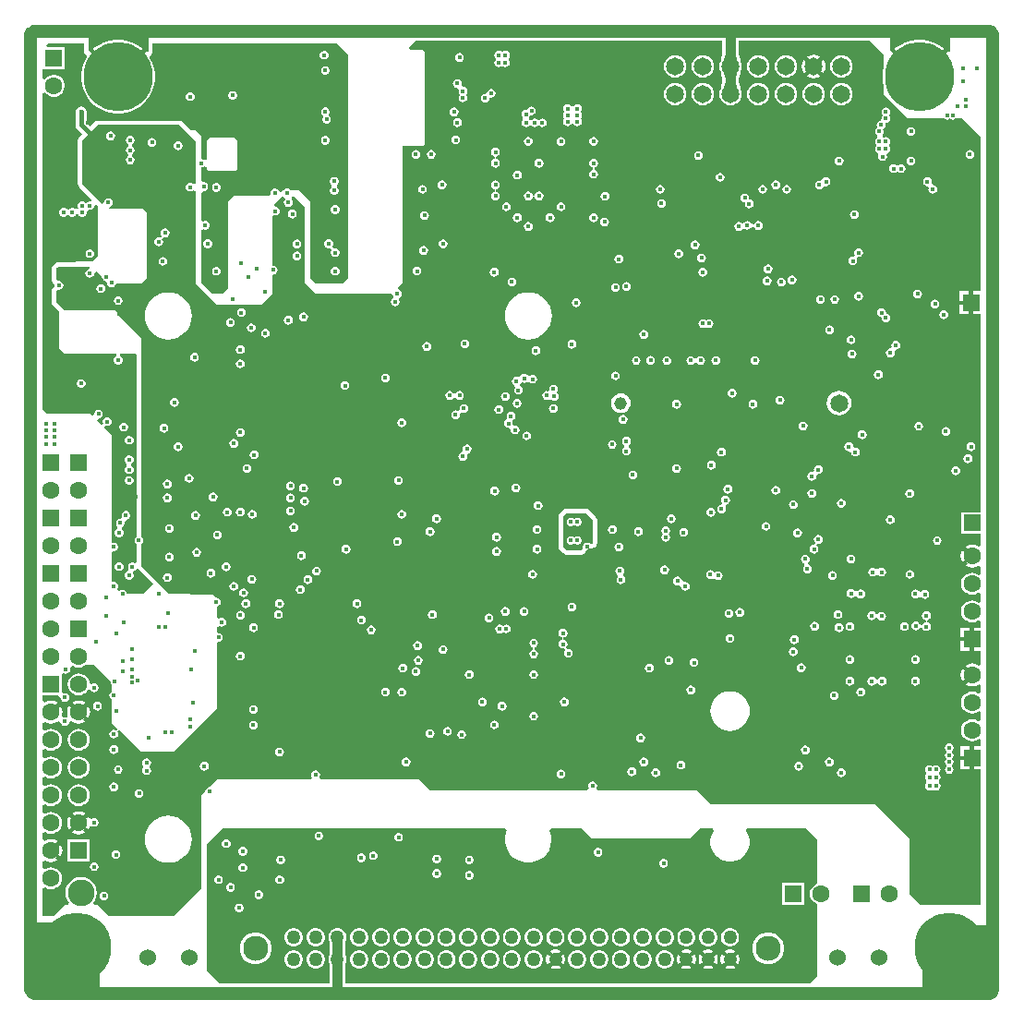
<source format=gbr>
G04*
G04 #@! TF.GenerationSoftware,Altium Limited,Altium Designer,24.9.1 (31)*
G04*
G04 Layer_Physical_Order=5*
G04 Layer_Color=6736896*
%FSLAX44Y44*%
%MOMM*%
G71*
G04*
G04 #@! TF.SameCoordinates,E5D20A50-3BA1-4884-9652-F4273D7A4019*
G04*
G04*
G04 #@! TF.FilePolarity,Positive*
G04*
G01*
G75*
%ADD14C,0.4000*%
%ADD57R,6.8000X6.4000*%
%ADD58R,6.5000X6.7000*%
%ADD105C,1.5240*%
%ADD107C,0.5000*%
%ADD111C,1.2000*%
%ADD123C,0.8890*%
%ADD127C,1.2580*%
%ADD129C,2.3000*%
%ADD131C,1.6000*%
%ADD132R,1.6000X1.6000*%
%ADD133C,2.4500*%
%ADD134R,1.6000X1.6000*%
%ADD135C,1.1500*%
%ADD136C,1.6500*%
%ADD140C,6.3500*%
%ADD141C,0.4000*%
G36*
X839669Y888146D02*
X841087Y886728D01*
X842939Y885961D01*
X844944D01*
X846797Y886728D01*
X848195Y888127D01*
X848400Y888161D01*
X850217Y888313D01*
X851522Y886929D01*
Y872583D01*
X849522Y871971D01*
X849461Y872032D01*
X847402Y869973D01*
X844573Y872802D01*
X846633Y874861D01*
X846138Y875355D01*
X841772Y878527D01*
X836963Y880978D01*
X831830Y882646D01*
X826499Y883490D01*
X821101D01*
X815770Y882646D01*
X810637Y880978D01*
X805828Y878527D01*
X801462Y875355D01*
X800967Y874861D01*
X803027Y872802D01*
X800199Y869973D01*
X797455Y872716D01*
X796422Y873144D01*
Y884806D01*
X798422Y886142D01*
X798859Y885961D01*
X800864D01*
X802717Y886728D01*
X804135Y888146D01*
X804289Y888520D01*
X806454D01*
X806609Y888146D01*
X808027Y886728D01*
X809879Y885961D01*
X811884D01*
X813737Y886728D01*
X815155Y888146D01*
X815310Y888520D01*
X817474D01*
X817629Y888146D01*
X819047Y886728D01*
X820899Y885961D01*
X822904D01*
X824757Y886728D01*
X826175Y888146D01*
X826329Y888520D01*
X828494D01*
X828649Y888146D01*
X830067Y886728D01*
X831919Y885961D01*
X833924D01*
X835777Y886728D01*
X837195Y888146D01*
X837349Y888520D01*
X839514D01*
X839669Y888146D01*
D02*
G37*
G36*
X101330D02*
X102747Y886728D01*
X104600Y885961D01*
X106605D01*
X108457Y886728D01*
X109875Y888146D01*
X110030Y888520D01*
X112195D01*
X112350Y888146D01*
X113767Y886728D01*
X115620Y885961D01*
X116622D01*
Y872583D01*
X114622Y871971D01*
X114561Y872032D01*
X112502Y869973D01*
X109673Y872802D01*
X111733Y874861D01*
X111238Y875355D01*
X106872Y878527D01*
X102063Y880978D01*
X96930Y882646D01*
X91599Y883490D01*
X86201D01*
X80870Y882646D01*
X75737Y880978D01*
X70928Y878527D01*
X66562Y875355D01*
X66068Y874861D01*
X68127Y872802D01*
X65298Y869973D01*
X62555Y872716D01*
X61522Y873144D01*
Y885961D01*
X62525D01*
X64377Y886728D01*
X65795Y888146D01*
X65950Y888520D01*
X68115D01*
X68270Y888146D01*
X69687Y886728D01*
X71540Y885961D01*
X73545D01*
X75397Y886728D01*
X76815Y888146D01*
X76970Y888520D01*
X79135D01*
X79290Y888146D01*
X80707Y886728D01*
X82560Y885961D01*
X84565D01*
X86417Y886728D01*
X87835Y888146D01*
X87990Y888520D01*
X90155D01*
X90310Y888146D01*
X91727Y886728D01*
X93580Y885961D01*
X95585D01*
X97437Y886728D01*
X98855Y888146D01*
X99010Y888520D01*
X101175D01*
X101330Y888146D01*
D02*
G37*
G36*
X656375Y864592D02*
X644825D01*
X646155Y870600D01*
X655045D01*
X656375Y864592D01*
D02*
G37*
G36*
X655045Y846800D02*
X646155D01*
X644825Y852808D01*
X656375D01*
X655045Y846800D01*
D02*
G37*
G36*
X656375Y839192D02*
X644825D01*
X646155Y845200D01*
X655045D01*
X656375Y839192D01*
D02*
G37*
G36*
X791000Y869000D02*
X791000Y857151D01*
X790362Y854496D01*
X789946Y849200D01*
X790362Y843904D01*
X791000Y841248D01*
Y833000D01*
X813000Y811000D01*
X846286D01*
X847438Y810230D01*
X848998Y809920D01*
X850559Y810230D01*
X851498Y810858D01*
X852438Y810230D01*
X853998Y809920D01*
X855559Y810230D01*
X856711Y811000D01*
X863000D01*
X880000Y794000D01*
Y652540D01*
X873000D01*
Y649690D01*
X869000D01*
Y652540D01*
X860460D01*
Y644000D01*
X863310D01*
Y640000D01*
X860460D01*
Y631460D01*
X869000D01*
Y634310D01*
X873000D01*
Y631460D01*
X880000D01*
Y450000D01*
X862000D01*
Y430000D01*
X880000D01*
Y419468D01*
X878000Y418481D01*
X877316Y419007D01*
X874752Y420069D01*
X872000Y420431D01*
X869249Y420069D01*
X866685Y419007D01*
X866083Y418545D01*
X868156Y416473D01*
X865327Y413644D01*
X863255Y415717D01*
X862793Y415116D01*
X861731Y412551D01*
X861369Y409800D01*
X861731Y407048D01*
X862793Y404484D01*
X863255Y403883D01*
X865327Y405956D01*
X868156Y403127D01*
X866083Y401055D01*
X866685Y400593D01*
X869249Y399531D01*
X872000Y399169D01*
X874752Y399531D01*
X877316Y400593D01*
X878000Y401119D01*
X880000Y400132D01*
Y393387D01*
X878000Y392401D01*
X877043Y393135D01*
X874611Y394143D01*
X872000Y394486D01*
X869389Y394143D01*
X866957Y393135D01*
X864868Y391532D01*
X863265Y389443D01*
X862257Y387010D01*
X861914Y384400D01*
X862257Y381790D01*
X863265Y379357D01*
X864868Y377268D01*
X866957Y375665D01*
X869389Y374657D01*
X872000Y374314D01*
X874611Y374657D01*
X877043Y375665D01*
X878000Y376399D01*
X880000Y375413D01*
Y367987D01*
X878000Y367001D01*
X877043Y367735D01*
X874611Y368743D01*
X872000Y369086D01*
X869389Y368743D01*
X866957Y367735D01*
X864868Y366132D01*
X863265Y364043D01*
X862257Y361610D01*
X861914Y359000D01*
X862257Y356390D01*
X863265Y353957D01*
X864868Y351868D01*
X866957Y350265D01*
X869389Y349257D01*
X872000Y348914D01*
X874611Y349257D01*
X877043Y350265D01*
X878000Y350999D01*
X880000Y350013D01*
Y344140D01*
X874000D01*
Y341290D01*
X870000D01*
Y344140D01*
X861460D01*
Y335600D01*
X864310D01*
Y331600D01*
X861460D01*
Y323060D01*
X870000D01*
Y325910D01*
X874000D01*
Y323060D01*
X880000D01*
Y310468D01*
X878000Y309481D01*
X877316Y310007D01*
X874752Y311069D01*
X872000Y311431D01*
X869249Y311069D01*
X866685Y310007D01*
X866083Y309545D01*
X868156Y307473D01*
X865327Y304644D01*
X863255Y306717D01*
X862793Y306115D01*
X861731Y303552D01*
X861369Y300800D01*
X861731Y298048D01*
X862793Y295485D01*
X863255Y294883D01*
X865327Y296956D01*
X868156Y294127D01*
X866083Y292055D01*
X866685Y291593D01*
X869249Y290531D01*
X872000Y290169D01*
X874752Y290531D01*
X877316Y291593D01*
X878000Y292119D01*
X880000Y291132D01*
Y284387D01*
X878000Y283401D01*
X877043Y284135D01*
X874611Y285143D01*
X872000Y285486D01*
X869389Y285143D01*
X866957Y284135D01*
X864868Y282532D01*
X863265Y280443D01*
X862257Y278011D01*
X861914Y275400D01*
X862257Y272789D01*
X863265Y270357D01*
X864868Y268268D01*
X866957Y266665D01*
X869389Y265657D01*
X872000Y265314D01*
X874611Y265657D01*
X877043Y266665D01*
X878000Y267399D01*
X880000Y266413D01*
Y258987D01*
X878000Y258001D01*
X877043Y258735D01*
X874611Y259743D01*
X872000Y260086D01*
X869389Y259743D01*
X866957Y258735D01*
X864868Y257132D01*
X863265Y255043D01*
X862257Y252610D01*
X861914Y250000D01*
X862257Y247390D01*
X863265Y244957D01*
X864868Y242868D01*
X866957Y241265D01*
X869389Y240257D01*
X872000Y239914D01*
X874611Y240257D01*
X877043Y241265D01*
X878000Y241999D01*
X880000Y241013D01*
Y235140D01*
X874000D01*
Y232290D01*
X870000D01*
Y235140D01*
X861460D01*
Y226600D01*
X864310D01*
Y222600D01*
X861460D01*
Y214060D01*
X870000D01*
Y216910D01*
X874000D01*
Y214060D01*
X880000D01*
Y90000D01*
X825000D01*
X815000Y100000D01*
Y150000D01*
X783000Y182000D01*
X633000D01*
X620000Y195000D01*
X528539D01*
X527474Y197000D01*
X527768Y197439D01*
X528078Y199000D01*
X527768Y200561D01*
X526884Y201884D01*
X525561Y202768D01*
X524000Y203078D01*
X522439Y202768D01*
X521116Y201884D01*
X520232Y200561D01*
X519922Y199000D01*
X520232Y197439D01*
X520526Y197000D01*
X519461Y195000D01*
X514000D01*
X375000Y195000D01*
X365000Y205000D01*
X274539Y205000D01*
X273474Y207000D01*
X273768Y207439D01*
X274078Y209000D01*
X273768Y210561D01*
X272884Y211884D01*
X271561Y212768D01*
X270000Y213078D01*
X268439Y212768D01*
X267116Y211884D01*
X266232Y210561D01*
X265922Y209000D01*
X266232Y207439D01*
X266526Y207000D01*
X265461Y205000D01*
X230000D01*
X180000Y205000D01*
X173065Y198065D01*
X173000Y198078D01*
X171439Y197768D01*
X170116Y196884D01*
X169232Y195561D01*
X168922Y194000D01*
X168935Y193935D01*
X165000Y190000D01*
Y105000D01*
X140000Y80000D01*
X80000D01*
X70000Y90000D01*
X67042D01*
X66056Y92000D01*
X67447Y93813D01*
X68883Y97280D01*
X69373Y101000D01*
X68883Y104720D01*
X67447Y108187D01*
X65163Y111163D01*
X62186Y113447D01*
X58720Y114883D01*
X55000Y115373D01*
X51280Y114883D01*
X47814Y113447D01*
X44837Y111163D01*
X42553Y108187D01*
X41117Y104720D01*
X40627Y101000D01*
X41117Y97280D01*
X42553Y93813D01*
X43944Y92000D01*
X42958Y90000D01*
X40000D01*
X30000Y80000D01*
X20000D01*
Y104853D01*
X22000Y105839D01*
X22357Y105565D01*
X24790Y104557D01*
X27400Y104214D01*
X30010Y104557D01*
X32443Y105565D01*
X34532Y107168D01*
X36135Y109257D01*
X37143Y111690D01*
X37486Y114300D01*
X37143Y116910D01*
X36135Y119343D01*
X34532Y121432D01*
X32443Y123035D01*
X30010Y124043D01*
X27400Y124386D01*
X24790Y124043D01*
X22357Y123035D01*
X22000Y122761D01*
X20000Y123747D01*
Y129832D01*
X21794Y130716D01*
X22085Y130493D01*
X24648Y129431D01*
X27400Y129069D01*
X30152Y129431D01*
X32715Y130493D01*
X33317Y130955D01*
X31244Y133027D01*
X34073Y135856D01*
X36145Y133783D01*
X36607Y134384D01*
X37669Y136948D01*
X38031Y139700D01*
X37669Y142451D01*
X36607Y145015D01*
X36145Y145617D01*
X34073Y143544D01*
X31244Y146373D01*
X33317Y148445D01*
X32715Y148907D01*
X30152Y149969D01*
X27400Y150331D01*
X24648Y149969D01*
X22085Y148907D01*
X21794Y148684D01*
X20000Y149568D01*
Y155653D01*
X22000Y156639D01*
X22357Y156365D01*
X24790Y155357D01*
X27400Y155014D01*
X30010Y155357D01*
X32443Y156365D01*
X34532Y157968D01*
X36135Y160057D01*
X37143Y162489D01*
X37486Y165100D01*
X37143Y167710D01*
X36135Y170143D01*
X34532Y172232D01*
X32443Y173835D01*
X30010Y174843D01*
X27400Y175186D01*
X24790Y174843D01*
X22357Y173835D01*
X22000Y173561D01*
X20000Y174547D01*
Y181053D01*
X22000Y182039D01*
X22357Y181765D01*
X24790Y180757D01*
X27400Y180414D01*
X30010Y180757D01*
X32443Y181765D01*
X34532Y183368D01*
X36135Y185457D01*
X37143Y187889D01*
X37486Y190500D01*
X37143Y193111D01*
X36135Y195543D01*
X34532Y197632D01*
X32443Y199235D01*
X30010Y200243D01*
X27400Y200586D01*
X24790Y200243D01*
X22357Y199235D01*
X22000Y198961D01*
X20000Y199947D01*
Y206453D01*
X22000Y207439D01*
X22357Y207165D01*
X24790Y206157D01*
X27400Y205814D01*
X30010Y206157D01*
X32443Y207165D01*
X34532Y208768D01*
X36135Y210857D01*
X37143Y213290D01*
X37486Y215900D01*
X37143Y218510D01*
X36135Y220943D01*
X34532Y223032D01*
X32443Y224635D01*
X30010Y225643D01*
X27400Y225986D01*
X24790Y225643D01*
X22357Y224635D01*
X22000Y224361D01*
X20000Y225347D01*
Y231853D01*
X22000Y232839D01*
X22357Y232565D01*
X24790Y231557D01*
X27400Y231214D01*
X30010Y231557D01*
X32443Y232565D01*
X34532Y234168D01*
X36135Y236257D01*
X37143Y238689D01*
X37486Y241300D01*
X37143Y243911D01*
X36135Y246343D01*
X34532Y248432D01*
X32443Y250035D01*
X30010Y251043D01*
X27400Y251386D01*
X24790Y251043D01*
X22357Y250035D01*
X22000Y249761D01*
X20000Y250747D01*
Y256832D01*
X21794Y257717D01*
X22085Y257493D01*
X24648Y256431D01*
X27400Y256069D01*
X30152Y256431D01*
X32715Y257493D01*
X33974Y258459D01*
X34681Y258292D01*
X36020Y257508D01*
X36232Y256439D01*
X37116Y255116D01*
X38439Y254232D01*
X40000Y253922D01*
X41561Y254232D01*
X42884Y255116D01*
X43768Y256439D01*
X44015Y257683D01*
X45081Y258335D01*
X45990Y258640D01*
X47484Y257493D01*
X50048Y256431D01*
X52800Y256069D01*
X55552Y256431D01*
X58116Y257493D01*
X58717Y257955D01*
X56644Y260027D01*
X59473Y262856D01*
X61545Y260783D01*
X62007Y261385D01*
X63069Y263948D01*
X63431Y266700D01*
X63069Y269452D01*
X62007Y272015D01*
X61545Y272617D01*
X59473Y270544D01*
X56644Y273373D01*
X58717Y275445D01*
X58116Y275907D01*
X55552Y276969D01*
X52800Y277331D01*
X50048Y276969D01*
X47484Y275907D01*
X46883Y275445D01*
X48956Y273373D01*
X46127Y270544D01*
X44055Y272617D01*
X43593Y272015D01*
X42531Y269452D01*
X42169Y266700D01*
X42531Y263948D01*
X42774Y263363D01*
X42145Y262535D01*
X41244Y261831D01*
X40000Y262078D01*
X38974Y261874D01*
X37735Y262990D01*
X37466Y263458D01*
X37669Y263948D01*
X38031Y266700D01*
X37669Y269452D01*
X36607Y272015D01*
X36145Y272617D01*
X34073Y270544D01*
X31244Y273373D01*
X33317Y275445D01*
X32715Y275907D01*
X30152Y276969D01*
X27400Y277331D01*
X24648Y276969D01*
X22085Y275907D01*
X21794Y275683D01*
X20000Y276568D01*
Y282100D01*
X34370D01*
X35942Y280100D01*
X35922Y280000D01*
X36232Y278439D01*
X37116Y277116D01*
X38439Y276232D01*
X40000Y275922D01*
X41561Y276232D01*
X42884Y277116D01*
X43768Y278439D01*
X44078Y280000D01*
X43768Y281561D01*
X42884Y282884D01*
X41561Y283768D01*
X40000Y284078D01*
X39400Y283959D01*
X37400Y285296D01*
Y301189D01*
X39309Y302319D01*
X39439Y302232D01*
X41000Y301922D01*
X42561Y302232D01*
X43884Y303116D01*
X44768Y304439D01*
X45078Y306000D01*
X44936Y306713D01*
X45991Y308655D01*
X46273Y308908D01*
X47309Y309108D01*
X47757Y308765D01*
X50189Y307757D01*
X52800Y307414D01*
X55410Y307757D01*
X57843Y308765D01*
X59453Y310000D01*
X67000D01*
X79857Y297143D01*
X81935Y295065D01*
X81922Y295000D01*
X82232Y293439D01*
X83000Y292290D01*
Y285474D01*
X82116Y284884D01*
X81232Y283561D01*
X80922Y282000D01*
X81232Y280439D01*
X82116Y279116D01*
X83000Y278526D01*
Y268394D01*
X82922Y268000D01*
X83000Y267606D01*
Y257000D01*
X88869Y251131D01*
X87594Y249578D01*
X86561Y250268D01*
X85000Y250578D01*
X83439Y250268D01*
X82116Y249384D01*
X81232Y248061D01*
X80922Y246500D01*
X81232Y244939D01*
X82116Y243616D01*
X83439Y242732D01*
X85000Y242422D01*
X86561Y242732D01*
X87884Y243616D01*
X88768Y244939D01*
X89078Y246500D01*
X88768Y248061D01*
X88077Y249094D01*
X89631Y250369D01*
X100000Y240000D01*
X110000Y230000D01*
X140000D01*
X180000Y270000D01*
Y330101D01*
X181000Y330922D01*
X182561Y331232D01*
X183884Y332116D01*
X184768Y333439D01*
X185078Y335000D01*
X184768Y336561D01*
X183884Y337884D01*
X182561Y338768D01*
X181000Y339078D01*
X180000Y339899D01*
Y344461D01*
X182000Y345526D01*
X182439Y345232D01*
X184000Y344922D01*
X185561Y345232D01*
X186884Y346116D01*
X187768Y347439D01*
X188078Y349000D01*
X187768Y350561D01*
X186884Y351884D01*
X185561Y352768D01*
X184000Y353078D01*
X182439Y352768D01*
X182000Y352474D01*
X180000Y353539D01*
Y363721D01*
X180561Y363832D01*
X181884Y364716D01*
X182768Y366039D01*
X183078Y367600D01*
X182768Y369161D01*
X181884Y370484D01*
X180561Y371368D01*
X179000Y371678D01*
X178434Y371566D01*
X175500Y374500D01*
X136000Y375000D01*
X110000Y401000D01*
Y420526D01*
X110884Y421116D01*
X111768Y422439D01*
X112078Y424000D01*
X111768Y425561D01*
X110884Y426884D01*
X110000Y427474D01*
Y610000D01*
X90000Y630000D01*
X88059D01*
Y632000D01*
X87826Y633171D01*
X87163Y634163D01*
X86171Y634826D01*
X85000Y635059D01*
X40000D01*
X39951Y635049D01*
X32000Y643000D01*
X32000Y652838D01*
X34000Y654081D01*
X34800Y653922D01*
X36361Y654232D01*
X37684Y655116D01*
X38568Y656439D01*
X38878Y658000D01*
X38568Y659561D01*
X37684Y660884D01*
X36361Y661768D01*
X34800Y662078D01*
X34000Y661919D01*
X33949Y661921D01*
X32288Y662979D01*
X32000Y663345D01*
X32000Y673000D01*
X34000Y675000D01*
X62409D01*
X62606Y673000D01*
X61439Y672768D01*
X60116Y671884D01*
X59232Y670561D01*
X58922Y669000D01*
X59232Y667439D01*
X60116Y666116D01*
X61439Y665232D01*
X63000Y664922D01*
X64561Y665232D01*
X65884Y666116D01*
X66768Y667439D01*
X67078Y669000D01*
X68730Y670812D01*
X69117Y670883D01*
X73935Y666065D01*
X73922Y666000D01*
X74232Y664439D01*
X75116Y663116D01*
X76439Y662232D01*
X77540Y662013D01*
X78907Y660318D01*
X78924Y660286D01*
X79232Y658739D01*
X80116Y657416D01*
X81439Y656532D01*
X83000Y656222D01*
X84561Y656532D01*
X85884Y657416D01*
X86768Y658739D01*
X87019Y660000D01*
X110000D01*
X115000Y665000D01*
Y725000D01*
X112000Y728000D01*
X80920Y728000D01*
X80832Y728148D01*
X81561Y730332D01*
X82884Y731216D01*
X83768Y732539D01*
X84078Y734100D01*
X83768Y735661D01*
X82884Y736984D01*
X81561Y737868D01*
X80000Y738178D01*
X78439Y737868D01*
X77116Y736984D01*
X76232Y735661D01*
X75922Y734100D01*
X75970Y733859D01*
X74126Y732874D01*
X56000Y751000D01*
Y791000D01*
X70000Y805000D01*
X145000Y805000D01*
X160000Y790000D01*
Y751317D01*
X158000Y750710D01*
X157884Y750884D01*
X156561Y751768D01*
X155000Y752078D01*
X153439Y751768D01*
X152116Y750884D01*
X151232Y749561D01*
X150922Y748000D01*
X151232Y746439D01*
X152116Y745116D01*
X153439Y744232D01*
X155000Y743922D01*
X156561Y744232D01*
X157884Y745116D01*
X158000Y745290D01*
X160000Y744683D01*
Y660000D01*
X180000Y640000D01*
X220000D01*
X230000Y650000D01*
Y667101D01*
X231000Y667922D01*
X232561Y668232D01*
X233884Y669116D01*
X234768Y670439D01*
X235078Y672000D01*
X234768Y673561D01*
X233884Y674884D01*
X232561Y675768D01*
X231000Y676078D01*
X230000Y676899D01*
Y720788D01*
X230427Y721217D01*
X232000Y722121D01*
X233000Y721922D01*
X234561Y722232D01*
X235884Y723116D01*
X236768Y724439D01*
X237078Y726000D01*
X236768Y727561D01*
X235884Y728884D01*
X234561Y729768D01*
X233000Y730078D01*
X232884Y730055D01*
X231898Y731898D01*
X239146Y739146D01*
X240010Y739352D01*
X242009Y737981D01*
X242137Y737001D01*
X242116Y736884D01*
X241232Y735561D01*
X240922Y734000D01*
X241232Y732439D01*
X242116Y731116D01*
X243439Y730232D01*
X245000Y729922D01*
X246561Y730232D01*
X247884Y731116D01*
X248768Y732439D01*
X249078Y734000D01*
X248768Y735561D01*
X247884Y736884D01*
X247952Y739104D01*
X248233Y739437D01*
X250490Y739510D01*
X260000Y730000D01*
Y660000D01*
X270000Y650000D01*
X339038D01*
X339748D01*
X341144Y648474D01*
X341097Y646539D01*
X340116Y645884D01*
X339232Y644561D01*
X338922Y643000D01*
X339232Y641439D01*
X340116Y640116D01*
X341439Y639232D01*
X343000Y638922D01*
X344561Y639232D01*
X345884Y640116D01*
X346768Y641439D01*
X347078Y643000D01*
X346768Y644561D01*
X346561Y646232D01*
X347884Y647116D01*
X348768Y648439D01*
X349078Y650000D01*
X348768Y651561D01*
X347884Y652884D01*
X346561Y653768D01*
X345932Y655932D01*
X350000Y660000D01*
Y785941D01*
X367000D01*
X368171Y786174D01*
X369163Y786837D01*
X369826Y787830D01*
X370059Y789000D01*
Y871000D01*
X369826Y872170D01*
X369163Y873163D01*
X368171Y873826D01*
X367000Y874059D01*
X356672D01*
X355907Y875907D01*
X361922Y881922D01*
X643091D01*
Y870910D01*
X641839Y865253D01*
X641831Y864919D01*
X641766Y864592D01*
X641819Y864328D01*
X641814Y864087D01*
X641647Y863869D01*
X640614Y861376D01*
X640262Y858700D01*
X640614Y856024D01*
X641647Y853531D01*
X641814Y853313D01*
X641819Y853072D01*
X641766Y852808D01*
X641831Y852481D01*
X641839Y852147D01*
X643091Y846490D01*
Y845510D01*
X641839Y839853D01*
X641831Y839519D01*
X641766Y839192D01*
X641819Y838928D01*
X641814Y838687D01*
X641647Y838469D01*
X640614Y835976D01*
X640262Y833300D01*
X640614Y830624D01*
X641647Y828131D01*
X643290Y825990D01*
X645431Y824347D01*
X647924Y823314D01*
X650600Y822962D01*
X653276Y823314D01*
X655769Y824347D01*
X657910Y825990D01*
X659553Y828131D01*
X660586Y830624D01*
X660938Y833300D01*
X660586Y835976D01*
X659553Y838469D01*
X659387Y838687D01*
X659381Y838928D01*
X659434Y839192D01*
X659369Y839519D01*
X659361Y839853D01*
X658109Y845510D01*
Y846490D01*
X659361Y852147D01*
X659369Y852481D01*
X659434Y852808D01*
X659381Y853072D01*
X659387Y853313D01*
X659553Y853531D01*
X660586Y856024D01*
X660938Y858700D01*
X660586Y861376D01*
X659553Y863869D01*
X659387Y864087D01*
X659381Y864328D01*
X659434Y864592D01*
X659369Y864919D01*
X659361Y865253D01*
X658109Y870910D01*
Y881922D01*
X778077D01*
X791000Y869000D01*
D02*
G37*
G36*
X300000Y870000D02*
Y665000D01*
X295000Y660000D01*
X270000D01*
X265000Y665000D01*
Y735000D01*
X255000Y745000D01*
X247157D01*
X246266Y745891D01*
X244796Y746500D01*
X243204D01*
X241734Y745891D01*
X240843Y745000D01*
X240000D01*
X238652Y743652D01*
X238638Y743650D01*
X236658Y744048D01*
X236314Y744470D01*
X236191Y744766D01*
X235066Y745891D01*
X233596Y746500D01*
X232004D01*
X230534Y745891D01*
X229409Y744766D01*
X228800Y743296D01*
Y741704D01*
X227341Y740000D01*
X195000D01*
X190000Y735000D01*
Y655000D01*
X185000Y650000D01*
X175768D01*
X165000Y660768D01*
Y708515D01*
X165873Y709066D01*
X167000Y709499D01*
X168204Y709000D01*
X169796D01*
X171266Y709609D01*
X172391Y710734D01*
X173000Y712204D01*
Y713796D01*
X172391Y715266D01*
X171266Y716391D01*
X169796Y717000D01*
X168204D01*
X167000Y716501D01*
X165873Y716934D01*
X165000Y717485D01*
Y743041D01*
X166704Y744500D01*
X168296D01*
X169766Y745109D01*
X170891Y746234D01*
X171500Y747704D01*
Y749296D01*
X170891Y750766D01*
X169766Y751891D01*
X168296Y752500D01*
X166704D01*
X165000Y753959D01*
Y766000D01*
X165796D01*
X167266Y766609D01*
X167941Y767284D01*
X169941Y766648D01*
Y766000D01*
X170174Y764829D01*
X170837Y763837D01*
X171829Y763174D01*
X173000Y762941D01*
X195000D01*
X196171Y763174D01*
X197163Y763837D01*
X197826Y764829D01*
X198059Y766000D01*
Y790000D01*
X197826Y791171D01*
X197163Y792163D01*
X196171Y792826D01*
X195000Y793059D01*
X173000D01*
X171829Y792826D01*
X170837Y792163D01*
X170174Y791171D01*
X169941Y790000D01*
Y773352D01*
X167941Y772716D01*
X167266Y773391D01*
X165796Y774000D01*
X165000D01*
Y795000D01*
X160000Y800000D01*
X155768D01*
X147884Y807884D01*
X147884Y807884D01*
X146561Y808768D01*
X145000Y809078D01*
X145000Y809078D01*
X70000Y809078D01*
X68439Y808768D01*
X67116Y807884D01*
X67116Y807884D01*
X63221Y803989D01*
X60098Y807112D01*
Y817000D01*
X59710Y818951D01*
X58605Y820605D01*
X56951Y821710D01*
X55000Y822098D01*
X53049Y821710D01*
X51395Y820605D01*
X50290Y818951D01*
X49902Y817000D01*
Y805000D01*
X50290Y803049D01*
X51395Y801395D01*
X56011Y796779D01*
X53116Y793884D01*
X52232Y792561D01*
X51922Y791000D01*
X51922Y791000D01*
Y751000D01*
X51922Y751000D01*
X52232Y749439D01*
X53116Y748116D01*
X53116Y748116D01*
X64384Y736848D01*
X64149Y736108D01*
X63404Y735000D01*
X62204D01*
X60734Y734391D01*
X59500Y733357D01*
X58266Y734391D01*
X56796Y735000D01*
X55204D01*
X53734Y734391D01*
X52609Y733266D01*
X52000Y731796D01*
Y730204D01*
X52415Y729202D01*
X52002Y728269D01*
X51931Y728225D01*
X50571Y727897D01*
X49635Y728022D01*
X49266Y728391D01*
X47796Y729000D01*
X46204D01*
X44734Y728391D01*
X44278Y727935D01*
X43000Y727482D01*
X41722Y727935D01*
X41266Y728391D01*
X39796Y729000D01*
X38204D01*
X36734Y728391D01*
X35609Y727266D01*
X35000Y725796D01*
Y724204D01*
X35609Y722734D01*
X36734Y721609D01*
X38204Y721000D01*
X39796D01*
X41266Y721609D01*
X41722Y722065D01*
X43000Y722518D01*
X44278Y722065D01*
X44734Y721609D01*
X46204Y721000D01*
X47796D01*
X49266Y721609D01*
X50391Y722734D01*
X50418Y722798D01*
X52582D01*
X52609Y722734D01*
X53734Y721609D01*
X55204Y721000D01*
X56796D01*
X58266Y721609D01*
X59391Y722734D01*
X60000Y724204D01*
Y725796D01*
X61554Y727269D01*
X62204Y727000D01*
X63796D01*
X65266Y727609D01*
X66391Y728734D01*
X67000Y730204D01*
Y730982D01*
X68770Y731959D01*
X70000Y730939D01*
Y685000D01*
X65000Y680000D01*
X50000D01*
X49078Y679078D01*
X34000D01*
X32439Y678768D01*
X31116Y677884D01*
X29116Y675884D01*
X29116Y675884D01*
X28232Y674561D01*
X27922Y673000D01*
X27922Y673000D01*
X27922Y663345D01*
X28030Y662800D01*
X28073Y662244D01*
X28184Y662026D01*
X28232Y661785D01*
X28541Y661322D01*
X28793Y660826D01*
X29081Y660459D01*
X29602Y660013D01*
X30097Y659539D01*
X30897Y659030D01*
X30800Y658796D01*
Y657204D01*
X30902Y656957D01*
X29847Y656302D01*
X29506Y655982D01*
X29116Y655722D01*
X28930Y655443D01*
X28686Y655214D01*
X28492Y654788D01*
X28232Y654399D01*
X28167Y654070D01*
X28028Y653765D01*
X28013Y653297D01*
X27922Y652838D01*
X27922Y643000D01*
X28232Y641439D01*
X29116Y640116D01*
X29116Y640116D01*
X35000Y634232D01*
Y600000D01*
X40000Y595000D01*
X87203D01*
X87601Y593000D01*
X86734Y592641D01*
X85609Y591516D01*
X85000Y590046D01*
Y588454D01*
X85609Y586984D01*
X86734Y585859D01*
X88204Y585250D01*
X89796D01*
X91266Y585859D01*
X92391Y586984D01*
X93000Y588454D01*
Y590046D01*
X92391Y591516D01*
X91266Y592641D01*
X90399Y593000D01*
X90797Y595000D01*
X105000D01*
X105922Y594078D01*
Y427474D01*
X105923Y427469D01*
X105734Y427391D01*
X104609Y426266D01*
X104000Y424796D01*
Y423204D01*
X104609Y421734D01*
X105734Y420609D01*
X105923Y420531D01*
X105922Y420526D01*
Y404564D01*
X105206Y404057D01*
X103922Y403534D01*
X102796Y404000D01*
X101204D01*
X99734Y403391D01*
X98609Y402266D01*
X98000Y400796D01*
Y399204D01*
X98499Y398000D01*
X98390Y397258D01*
X97717Y395798D01*
X96734Y395391D01*
X95609Y394266D01*
X95000Y392796D01*
Y391204D01*
X95609Y389734D01*
X96734Y388609D01*
X98204Y388000D01*
X99796D01*
X101266Y388609D01*
X102391Y389734D01*
X103000Y391204D01*
Y392796D01*
X102501Y394000D01*
X102610Y394742D01*
X103283Y396202D01*
X104266Y396609D01*
X105136Y397479D01*
X105899Y397724D01*
X107539Y397693D01*
X121116Y384116D01*
X112000Y375000D01*
X97000D01*
Y375796D01*
X96391Y377266D01*
X95266Y378391D01*
X93796Y379000D01*
X92204D01*
X90734Y378391D01*
X89672Y377328D01*
X87828Y379172D01*
X88391Y379734D01*
X89000Y381204D01*
Y382796D01*
X88391Y384266D01*
X87266Y385391D01*
X85796Y386000D01*
X84204D01*
X83000Y386805D01*
Y413195D01*
X84204Y414000D01*
X85796D01*
X87266Y414609D01*
X88391Y415734D01*
X89000Y417204D01*
Y418796D01*
X88391Y420266D01*
X87266Y421391D01*
X85796Y422000D01*
X84204D01*
X83000Y422805D01*
Y521000D01*
X76430Y527570D01*
X77563Y529266D01*
X78204Y529000D01*
X79796D01*
X81266Y529609D01*
X82391Y530734D01*
X83000Y532204D01*
Y533796D01*
X82391Y535266D01*
X81266Y536391D01*
X79796Y537000D01*
X78204D01*
X76734Y536391D01*
X75609Y535266D01*
X75000Y533796D01*
Y532204D01*
X75266Y531563D01*
X73570Y530430D01*
X69855Y534145D01*
X70828Y536000D01*
X71796D01*
X73266Y536609D01*
X74391Y537734D01*
X75000Y539204D01*
Y540796D01*
X74391Y542266D01*
X73266Y543391D01*
X71796Y544000D01*
X70204D01*
X68734Y543391D01*
X67609Y542266D01*
X67000Y540796D01*
Y539828D01*
X65145Y538856D01*
X64000Y540000D01*
X24000D01*
X20000Y544000D01*
Y834321D01*
X21991Y834858D01*
X22000Y834858D01*
X23860Y832998D01*
X26140Y831682D01*
X28684Y831000D01*
X31316D01*
X33860Y831682D01*
X36140Y832998D01*
X38002Y834860D01*
X39318Y837140D01*
X40000Y839684D01*
Y842317D01*
X39318Y844860D01*
X38002Y847140D01*
X36140Y849002D01*
X33860Y850319D01*
X31316Y851000D01*
X28684D01*
X26140Y850319D01*
X23860Y849002D01*
X22000Y847142D01*
X21991Y847142D01*
X20000Y847680D01*
Y856400D01*
X40000D01*
Y876400D01*
X24013D01*
X23248Y878248D01*
X25000Y880000D01*
X57444D01*
Y873144D01*
X57755Y871583D01*
X58639Y870260D01*
X59599Y869619D01*
X60289Y867953D01*
X60414Y867411D01*
X60034Y866889D01*
X57623Y862156D01*
X55981Y857103D01*
X55150Y851856D01*
Y846544D01*
X55981Y841297D01*
X57623Y836245D01*
X60034Y831511D01*
X63157Y827213D01*
X66913Y823457D01*
X71211Y820334D01*
X75944Y817923D01*
X80997Y816281D01*
X86244Y815450D01*
X91556D01*
X96803Y816281D01*
X101855Y817923D01*
X106589Y820334D01*
X110887Y823457D01*
X114643Y827213D01*
X117766Y831511D01*
X120177Y836245D01*
X121819Y841297D01*
X122650Y846544D01*
Y851856D01*
X121819Y857103D01*
X120177Y862156D01*
X117903Y866618D01*
X117879Y867183D01*
X118624Y869110D01*
X118685Y869150D01*
X119217Y869436D01*
X119342Y869589D01*
X119506Y869699D01*
X119842Y870201D01*
X120224Y870669D01*
X120281Y870858D01*
X120390Y871022D01*
X120508Y871614D01*
X120682Y872193D01*
X120662Y872389D01*
X120701Y872583D01*
Y880000D01*
X290000D01*
X300000Y870000D01*
D02*
G37*
G36*
X730000Y150000D02*
Y109442D01*
X729540Y109319D01*
X727260Y108002D01*
X725398Y106140D01*
X724081Y103860D01*
X723400Y101316D01*
Y98684D01*
X724081Y96140D01*
X725398Y93860D01*
X727260Y91998D01*
X729540Y90681D01*
X730000Y90558D01*
Y25000D01*
X723078Y18078D01*
X297509D01*
Y36426D01*
X297725Y36800D01*
X298290Y38909D01*
Y41091D01*
X297725Y43200D01*
X297509Y43574D01*
Y56426D01*
X297725Y56800D01*
X298290Y58909D01*
Y61091D01*
X297725Y63200D01*
X296634Y65090D01*
X295090Y66634D01*
X293200Y67725D01*
X291091Y68290D01*
X288909D01*
X286800Y67725D01*
X284910Y66634D01*
X283366Y65090D01*
X282275Y63200D01*
X281710Y61091D01*
Y58909D01*
X282275Y56800D01*
X282491Y56426D01*
Y43574D01*
X282275Y43200D01*
X281710Y41091D01*
Y38909D01*
X282275Y36800D01*
X282491Y36426D01*
Y18078D01*
X181922D01*
X170000Y30000D01*
Y145000D01*
X185000Y160000D01*
X444071D01*
X445182Y158337D01*
X444326Y156271D01*
X443500Y152118D01*
Y147882D01*
X444326Y143729D01*
X445947Y139816D01*
X448300Y136295D01*
X451295Y133300D01*
X454816Y130947D01*
X458729Y129326D01*
X462882Y128500D01*
X467118D01*
X471271Y129326D01*
X475184Y130947D01*
X478705Y133300D01*
X481700Y136295D01*
X484053Y139816D01*
X485674Y143729D01*
X486500Y147882D01*
Y152118D01*
X485674Y156271D01*
X484818Y158337D01*
X485929Y160000D01*
X514000D01*
X523000Y151000D01*
X613000D01*
X622000Y160000D01*
X634299D01*
X635368Y158000D01*
X634049Y156026D01*
X632692Y152750D01*
X632000Y149273D01*
Y145727D01*
X632692Y142250D01*
X634049Y138974D01*
X636018Y136026D01*
X638526Y133518D01*
X641474Y131549D01*
X644750Y130192D01*
X648227Y129500D01*
X651773D01*
X655250Y130192D01*
X658526Y131549D01*
X661474Y133518D01*
X663981Y136026D01*
X665951Y138974D01*
X667308Y142250D01*
X668000Y145727D01*
Y149273D01*
X667308Y152750D01*
X665951Y156026D01*
X664632Y158000D01*
X665702Y160000D01*
X720000D01*
X730000Y150000D01*
D02*
G37*
%LPC*%
G36*
X444000Y873078D02*
X442439Y872768D01*
X441116Y871884D01*
X440884D01*
X439561Y872768D01*
X438000Y873078D01*
X436439Y872768D01*
X435116Y871884D01*
X434232Y870561D01*
X433922Y869000D01*
X434232Y867439D01*
X435116Y866116D01*
Y864884D01*
X434232Y863561D01*
X433922Y862000D01*
X434232Y860439D01*
X435116Y859116D01*
X436439Y858232D01*
X438000Y857922D01*
X439561Y858232D01*
X440884Y859116D01*
X441116D01*
X442439Y858232D01*
X444000Y857922D01*
X445561Y858232D01*
X446884Y859116D01*
X447768Y860439D01*
X448078Y862000D01*
X447768Y863561D01*
X446884Y864884D01*
Y866116D01*
X447768Y867439D01*
X448078Y869000D01*
X447768Y870561D01*
X446884Y871884D01*
X445561Y872768D01*
X444000Y873078D01*
D02*
G37*
G36*
X402000Y871078D02*
X400439Y870768D01*
X399116Y869884D01*
X398232Y868561D01*
X397922Y867000D01*
X398232Y865439D01*
X399116Y864116D01*
X400439Y863232D01*
X402000Y862922D01*
X403561Y863232D01*
X404884Y864116D01*
X405768Y865439D01*
X406078Y867000D01*
X405768Y868561D01*
X404884Y869884D01*
X403561Y870768D01*
X402000Y871078D01*
D02*
G37*
G36*
X726800Y869583D02*
X723983Y869212D01*
X721358Y868125D01*
X720705Y867624D01*
X722773Y865555D01*
X719945Y862727D01*
X717876Y864795D01*
X717375Y864142D01*
X716288Y861517D01*
X715917Y858700D01*
X716288Y855883D01*
X717375Y853258D01*
X717876Y852605D01*
X719945Y854673D01*
X722773Y851845D01*
X720705Y849777D01*
X721358Y849275D01*
X723983Y848188D01*
X726800Y847817D01*
X729617Y848188D01*
X732242Y849275D01*
X732895Y849777D01*
X730827Y851845D01*
X733655Y854673D01*
X735723Y852605D01*
X736225Y853258D01*
X737312Y855883D01*
X737683Y858700D01*
X737312Y861517D01*
X736225Y864142D01*
X735723Y864795D01*
X733655Y862727D01*
X730827Y865555D01*
X732895Y867624D01*
X732242Y868125D01*
X729617Y869212D01*
X726800Y869583D01*
D02*
G37*
G36*
X752200Y869038D02*
X749524Y868686D01*
X747031Y867653D01*
X744890Y866010D01*
X743247Y863869D01*
X742214Y861376D01*
X741862Y858700D01*
X742214Y856024D01*
X743247Y853531D01*
X744890Y851390D01*
X747031Y849747D01*
X749524Y848714D01*
X752200Y848362D01*
X754876Y848714D01*
X757369Y849747D01*
X759510Y851390D01*
X761153Y853531D01*
X762186Y856024D01*
X762538Y858700D01*
X762186Y861376D01*
X761153Y863869D01*
X759510Y866010D01*
X757369Y867653D01*
X754876Y868686D01*
X752200Y869038D01*
D02*
G37*
G36*
X701400D02*
X698724Y868686D01*
X696231Y867653D01*
X694090Y866010D01*
X692447Y863869D01*
X691414Y861376D01*
X691062Y858700D01*
X691414Y856024D01*
X692447Y853531D01*
X694090Y851390D01*
X696231Y849747D01*
X698724Y848714D01*
X701400Y848362D01*
X704076Y848714D01*
X706569Y849747D01*
X708710Y851390D01*
X710353Y853531D01*
X711386Y856024D01*
X711738Y858700D01*
X711386Y861376D01*
X710353Y863869D01*
X708710Y866010D01*
X706569Y867653D01*
X704076Y868686D01*
X701400Y869038D01*
D02*
G37*
G36*
X676000D02*
X673324Y868686D01*
X670831Y867653D01*
X668690Y866010D01*
X667047Y863869D01*
X666014Y861376D01*
X665662Y858700D01*
X666014Y856024D01*
X667047Y853531D01*
X668690Y851390D01*
X670831Y849747D01*
X673324Y848714D01*
X676000Y848362D01*
X678676Y848714D01*
X681169Y849747D01*
X683310Y851390D01*
X684953Y853531D01*
X685986Y856024D01*
X686338Y858700D01*
X685986Y861376D01*
X684953Y863869D01*
X683310Y866010D01*
X681169Y867653D01*
X678676Y868686D01*
X676000Y869038D01*
D02*
G37*
G36*
X625200D02*
X622524Y868686D01*
X620031Y867653D01*
X617890Y866010D01*
X616247Y863869D01*
X615214Y861376D01*
X614862Y858700D01*
X615214Y856024D01*
X616247Y853531D01*
X617890Y851390D01*
X620031Y849747D01*
X622524Y848714D01*
X625200Y848362D01*
X627876Y848714D01*
X630369Y849747D01*
X632510Y851390D01*
X634153Y853531D01*
X635186Y856024D01*
X635538Y858700D01*
X635186Y861376D01*
X634153Y863869D01*
X632510Y866010D01*
X630369Y867653D01*
X627876Y868686D01*
X625200Y869038D01*
D02*
G37*
G36*
X599800D02*
X597124Y868686D01*
X594631Y867653D01*
X592490Y866010D01*
X590847Y863869D01*
X589814Y861376D01*
X589462Y858700D01*
X589814Y856024D01*
X590847Y853531D01*
X592490Y851390D01*
X594631Y849747D01*
X597124Y848714D01*
X599800Y848362D01*
X602476Y848714D01*
X604969Y849747D01*
X607110Y851390D01*
X608753Y853531D01*
X609786Y856024D01*
X610138Y858700D01*
X609786Y861376D01*
X608753Y863869D01*
X607110Y866010D01*
X604969Y867653D01*
X602476Y868686D01*
X599800Y869038D01*
D02*
G37*
G36*
X400000Y847078D02*
X398439Y846768D01*
X397116Y845884D01*
X396232Y844561D01*
X395922Y843000D01*
X396232Y841439D01*
X397116Y840116D01*
X398439Y839232D01*
X400000Y838922D01*
X400175Y838737D01*
X401249Y837131D01*
X401024Y836000D01*
X401326Y834478D01*
X402188Y833188D01*
Y832812D01*
X401326Y831522D01*
X401024Y830000D01*
X401326Y828478D01*
X402188Y827188D01*
X403478Y826326D01*
X405000Y826024D01*
X406522Y826326D01*
X407812Y827188D01*
X408674Y828478D01*
X408976Y830000D01*
X408674Y831522D01*
X407812Y832812D01*
Y833188D01*
X408674Y834478D01*
X408976Y836000D01*
X408674Y837522D01*
X407812Y838812D01*
X406522Y839674D01*
X405173Y839942D01*
X404693Y840453D01*
X403837Y841784D01*
X404078Y843000D01*
X403768Y844561D01*
X402884Y845884D01*
X401561Y846768D01*
X400000Y847078D01*
D02*
G37*
G36*
X431000Y837976D02*
X429478Y837674D01*
X428188Y836812D01*
X427326Y835522D01*
X427024Y834000D01*
X425400Y833652D01*
X423878Y833349D01*
X422588Y832487D01*
X421726Y831197D01*
X421424Y829675D01*
X421726Y828153D01*
X422588Y826863D01*
X423878Y826001D01*
X425400Y825699D01*
X426922Y826001D01*
X428212Y826863D01*
X429074Y828153D01*
X429376Y829675D01*
X431333Y830090D01*
X432522Y830326D01*
X433812Y831188D01*
X434674Y832478D01*
X434976Y834000D01*
X434674Y835522D01*
X433812Y836812D01*
X432522Y837674D01*
X431000Y837976D01*
D02*
G37*
G36*
X752200Y843638D02*
X749524Y843286D01*
X747031Y842253D01*
X744890Y840610D01*
X743247Y838469D01*
X742214Y835976D01*
X741862Y833300D01*
X742214Y830624D01*
X743247Y828131D01*
X744890Y825990D01*
X747031Y824347D01*
X749524Y823314D01*
X752200Y822962D01*
X754876Y823314D01*
X757369Y824347D01*
X759510Y825990D01*
X761153Y828131D01*
X762186Y830624D01*
X762538Y833300D01*
X762186Y835976D01*
X761153Y838469D01*
X759510Y840610D01*
X757369Y842253D01*
X754876Y843286D01*
X752200Y843638D01*
D02*
G37*
G36*
X726800D02*
X724124Y843286D01*
X721631Y842253D01*
X719490Y840610D01*
X717847Y838469D01*
X716814Y835976D01*
X716462Y833300D01*
X716814Y830624D01*
X717847Y828131D01*
X719490Y825990D01*
X721631Y824347D01*
X724124Y823314D01*
X726800Y822962D01*
X729476Y823314D01*
X731969Y824347D01*
X734110Y825990D01*
X735753Y828131D01*
X736786Y830624D01*
X737138Y833300D01*
X736786Y835976D01*
X735753Y838469D01*
X734110Y840610D01*
X731969Y842253D01*
X729476Y843286D01*
X726800Y843638D01*
D02*
G37*
G36*
X701400D02*
X698724Y843286D01*
X696231Y842253D01*
X694090Y840610D01*
X692447Y838469D01*
X691414Y835976D01*
X691062Y833300D01*
X691414Y830624D01*
X692447Y828131D01*
X694090Y825990D01*
X696231Y824347D01*
X698724Y823314D01*
X701400Y822962D01*
X704076Y823314D01*
X706569Y824347D01*
X708710Y825990D01*
X710353Y828131D01*
X711386Y830624D01*
X711738Y833300D01*
X711386Y835976D01*
X710353Y838469D01*
X708710Y840610D01*
X706569Y842253D01*
X704076Y843286D01*
X701400Y843638D01*
D02*
G37*
G36*
X676000D02*
X673324Y843286D01*
X670831Y842253D01*
X668690Y840610D01*
X667047Y838469D01*
X666014Y835976D01*
X665662Y833300D01*
X666014Y830624D01*
X667047Y828131D01*
X668690Y825990D01*
X670831Y824347D01*
X673324Y823314D01*
X676000Y822962D01*
X678676Y823314D01*
X681169Y824347D01*
X683310Y825990D01*
X684953Y828131D01*
X685986Y830624D01*
X686338Y833300D01*
X685986Y835976D01*
X684953Y838469D01*
X683310Y840610D01*
X681169Y842253D01*
X678676Y843286D01*
X676000Y843638D01*
D02*
G37*
G36*
X625200D02*
X622524Y843286D01*
X620031Y842253D01*
X617890Y840610D01*
X616247Y838469D01*
X615214Y835976D01*
X614862Y833300D01*
X615214Y830624D01*
X616247Y828131D01*
X617890Y825990D01*
X620031Y824347D01*
X622524Y823314D01*
X625200Y822962D01*
X627876Y823314D01*
X630369Y824347D01*
X632510Y825990D01*
X634153Y828131D01*
X635186Y830624D01*
X635538Y833300D01*
X635186Y835976D01*
X634153Y838469D01*
X632510Y840610D01*
X630369Y842253D01*
X627876Y843286D01*
X625200Y843638D01*
D02*
G37*
G36*
X599800D02*
X597124Y843286D01*
X594631Y842253D01*
X592490Y840610D01*
X590847Y838469D01*
X589814Y835976D01*
X589462Y833300D01*
X589814Y830624D01*
X590847Y828131D01*
X592490Y825990D01*
X594631Y824347D01*
X597124Y823314D01*
X599800Y822962D01*
X602476Y823314D01*
X604969Y824347D01*
X607110Y825990D01*
X608753Y828131D01*
X609786Y830624D01*
X610138Y833300D01*
X609786Y835976D01*
X608753Y838469D01*
X607110Y840610D01*
X604969Y842253D01*
X602476Y843286D01*
X599800Y843638D01*
D02*
G37*
G36*
X510000Y824078D02*
X508439Y823768D01*
X507116Y822884D01*
X506611Y822128D01*
X506341Y822045D01*
X504659D01*
X504389Y822128D01*
X503884Y822884D01*
X502561Y823768D01*
X501000Y824078D01*
X499439Y823768D01*
X498116Y822884D01*
X497232Y821561D01*
X496922Y820000D01*
X497232Y818439D01*
X498116Y817116D01*
Y816884D01*
X497232Y815561D01*
X496922Y814000D01*
X497232Y812439D01*
X498050Y811000D01*
X497232Y809561D01*
X496922Y808000D01*
X497232Y806439D01*
X498116Y805116D01*
X499439Y804232D01*
X501000Y803922D01*
X502561Y804232D01*
X503884Y805116D01*
X504389Y805872D01*
X504659Y805955D01*
X506341D01*
X506611Y805872D01*
X507116Y805116D01*
X508439Y804232D01*
X510000Y803922D01*
X511561Y804232D01*
X512884Y805116D01*
X513768Y806439D01*
X514078Y808000D01*
X513768Y809561D01*
X512950Y811000D01*
X513768Y812439D01*
X514078Y814000D01*
X513768Y815561D01*
X512884Y816884D01*
Y817116D01*
X513768Y818439D01*
X514078Y820000D01*
X513768Y821561D01*
X512884Y822884D01*
X511561Y823768D01*
X510000Y824078D01*
D02*
G37*
G36*
X468000Y822078D02*
X466439Y821768D01*
X465116Y820884D01*
X464232Y819561D01*
X464093Y818861D01*
X463000Y819078D01*
X461439Y818768D01*
X460116Y817884D01*
X459232Y816561D01*
X458922Y815000D01*
X459232Y813439D01*
X460116Y812116D01*
Y809884D01*
X459232Y808561D01*
X458922Y807000D01*
X459232Y805439D01*
X460116Y804116D01*
X461439Y803232D01*
X463000Y802922D01*
X464561Y803232D01*
X465884Y804116D01*
X468116D01*
X469439Y803232D01*
X471000Y802922D01*
X472561Y803232D01*
X473884Y804116D01*
X475116D01*
X476439Y803232D01*
X478000Y802922D01*
X479561Y803232D01*
X480884Y804116D01*
X481768Y805439D01*
X482078Y807000D01*
X481768Y808561D01*
X480884Y809884D01*
X479561Y810768D01*
X478000Y811078D01*
X476439Y810768D01*
X475116Y809884D01*
X473884D01*
X472561Y810768D01*
X471000Y811078D01*
X469439Y810768D01*
X468116Y809884D01*
X465884D01*
Y812116D01*
X466768Y813439D01*
X466907Y814139D01*
X468000Y813922D01*
X469561Y814232D01*
X470884Y815116D01*
X471768Y816439D01*
X472078Y818000D01*
X471768Y819561D01*
X470884Y820884D01*
X469561Y821768D01*
X468000Y822078D01*
D02*
G37*
G36*
X397000Y821078D02*
X395439Y820768D01*
X394116Y819884D01*
X393232Y818561D01*
X392922Y817000D01*
X393232Y815439D01*
X394116Y814116D01*
X395439Y813232D01*
X397000Y812922D01*
X398561Y813232D01*
X399884Y814116D01*
X400768Y815439D01*
X401078Y817000D01*
X400768Y818561D01*
X399884Y819884D01*
X398561Y820768D01*
X397000Y821078D01*
D02*
G37*
G36*
X400089Y811333D02*
X398529Y811023D01*
X397205Y810138D01*
X396321Y808815D01*
X396011Y807255D01*
X396321Y805694D01*
X397205Y804371D01*
X398529Y803487D01*
X400089Y803176D01*
X401650Y803487D01*
X402973Y804371D01*
X403857Y805694D01*
X404168Y807255D01*
X403857Y808815D01*
X402973Y810138D01*
X401650Y811023D01*
X400089Y811333D01*
D02*
G37*
G36*
X816000Y803078D02*
X814439Y802768D01*
X813116Y801884D01*
X812232Y800561D01*
X811922Y799000D01*
X812232Y797439D01*
X813116Y796116D01*
X814439Y795232D01*
X816000Y794922D01*
X817561Y795232D01*
X818884Y796116D01*
X819768Y797439D01*
X820078Y799000D01*
X819768Y800561D01*
X818884Y801884D01*
X817561Y802768D01*
X816000Y803078D01*
D02*
G37*
G36*
X82000Y799078D02*
X80439Y798768D01*
X79116Y797884D01*
X78232Y796561D01*
X77922Y795000D01*
X78232Y793439D01*
X79116Y792116D01*
X80439Y791232D01*
X82000Y790922D01*
X83561Y791232D01*
X84884Y792116D01*
X85768Y793439D01*
X86078Y795000D01*
X85768Y796561D01*
X84884Y797884D01*
X83561Y798768D01*
X82000Y799078D01*
D02*
G37*
G36*
X398500Y795328D02*
X396939Y795018D01*
X395616Y794134D01*
X394732Y792811D01*
X394422Y791250D01*
X394732Y789689D01*
X395616Y788366D01*
X396939Y787482D01*
X398500Y787172D01*
X400061Y787482D01*
X401384Y788366D01*
X402268Y789689D01*
X402578Y791250D01*
X402268Y792811D01*
X401384Y794134D01*
X400061Y795018D01*
X398500Y795328D01*
D02*
G37*
G36*
X525000Y794078D02*
X523439Y793768D01*
X522116Y792884D01*
X521232Y791561D01*
X520922Y790000D01*
X521232Y788439D01*
X522116Y787116D01*
X523439Y786232D01*
X525000Y785922D01*
X526561Y786232D01*
X527884Y787116D01*
X528768Y788439D01*
X529078Y790000D01*
X528768Y791561D01*
X527884Y792884D01*
X526561Y793768D01*
X525000Y794078D01*
D02*
G37*
G36*
X495000D02*
X493439Y793768D01*
X492116Y792884D01*
X491232Y791561D01*
X490922Y790000D01*
X491232Y788439D01*
X492116Y787116D01*
X493439Y786232D01*
X495000Y785922D01*
X496561Y786232D01*
X497884Y787116D01*
X498768Y788439D01*
X499078Y790000D01*
X498768Y791561D01*
X497884Y792884D01*
X496561Y793768D01*
X495000Y794078D01*
D02*
G37*
G36*
X465000D02*
X463439Y793768D01*
X462116Y792884D01*
X461232Y791561D01*
X460922Y790000D01*
X461232Y788439D01*
X462116Y787116D01*
X463439Y786232D01*
X465000Y785922D01*
X466561Y786232D01*
X467884Y787116D01*
X468768Y788439D01*
X469078Y790000D01*
X468768Y791561D01*
X467884Y792884D01*
X466561Y793768D01*
X465000Y794078D01*
D02*
G37*
G36*
X120000Y793078D02*
X118439Y792768D01*
X117116Y791884D01*
X116232Y790561D01*
X115922Y789000D01*
X116232Y787439D01*
X117116Y786116D01*
X118439Y785232D01*
X120000Y784922D01*
X121561Y785232D01*
X122884Y786116D01*
X123768Y787439D01*
X124078Y789000D01*
X123768Y790561D01*
X122884Y791884D01*
X121561Y792768D01*
X120000Y793078D01*
D02*
G37*
G36*
X144000Y790078D02*
X142439Y789768D01*
X141116Y788884D01*
X140232Y787561D01*
X139922Y786000D01*
X140232Y784439D01*
X141116Y783116D01*
X142439Y782232D01*
X144000Y781922D01*
X145561Y782232D01*
X146884Y783116D01*
X147768Y784439D01*
X148078Y786000D01*
X147768Y787561D01*
X146884Y788884D01*
X145561Y789768D01*
X144000Y790078D01*
D02*
G37*
G36*
X870000Y782078D02*
X868439Y781768D01*
X867116Y780884D01*
X866232Y779561D01*
X865922Y778000D01*
X866232Y776439D01*
X867116Y775116D01*
X868439Y774232D01*
X870000Y773922D01*
X871561Y774232D01*
X872884Y775116D01*
X873768Y776439D01*
X874078Y778000D01*
X873768Y779561D01*
X872884Y780884D01*
X871561Y781768D01*
X870000Y782078D01*
D02*
G37*
G36*
X376000D02*
X374439Y781768D01*
X373116Y780884D01*
X372232Y779561D01*
X371922Y778000D01*
X372232Y776439D01*
X373116Y775116D01*
X374439Y774232D01*
X376000Y773922D01*
X377561Y774232D01*
X378884Y775116D01*
X379768Y776439D01*
X380078Y778000D01*
X379768Y779561D01*
X378884Y780884D01*
X377561Y781768D01*
X376000Y782078D01*
D02*
G37*
G36*
X362000D02*
X360439Y781768D01*
X359116Y780884D01*
X358232Y779561D01*
X357922Y778000D01*
X358232Y776439D01*
X359116Y775116D01*
X360439Y774232D01*
X362000Y773922D01*
X363561Y774232D01*
X364884Y775116D01*
X365768Y776439D01*
X366078Y778000D01*
X365768Y779561D01*
X364884Y780884D01*
X363561Y781768D01*
X362000Y782078D01*
D02*
G37*
G36*
X621000Y781078D02*
X619439Y780768D01*
X618116Y779884D01*
X617232Y778561D01*
X616922Y777000D01*
X617232Y775439D01*
X618116Y774116D01*
X619439Y773232D01*
X621000Y772922D01*
X622561Y773232D01*
X623884Y774116D01*
X624768Y775439D01*
X625078Y777000D01*
X624768Y778561D01*
X623884Y779884D01*
X622561Y780768D01*
X621000Y781078D01*
D02*
G37*
G36*
X793000Y821078D02*
X791439Y820768D01*
X790116Y819884D01*
X789232Y818561D01*
X788922Y817000D01*
X789232Y815439D01*
X790050Y814000D01*
X789232Y812561D01*
X788922Y811000D01*
X788627Y809238D01*
X787465Y808852D01*
X787039Y808768D01*
X785716Y807884D01*
X784832Y806561D01*
X784522Y805000D01*
X784832Y803439D01*
X785330Y802695D01*
X784116Y801884D01*
X783232Y800561D01*
X782922Y799000D01*
X783232Y797439D01*
X784116Y796116D01*
X784872Y795611D01*
X784955Y795341D01*
Y793659D01*
X784872Y793389D01*
X784116Y792884D01*
X783232Y791561D01*
X782922Y790000D01*
X783232Y788439D01*
X784116Y787116D01*
Y785884D01*
X783232Y784561D01*
X782922Y783000D01*
X783232Y781439D01*
X784116Y780116D01*
X785439Y779232D01*
X786232Y777561D01*
X785922Y776000D01*
X786232Y774439D01*
X787116Y773116D01*
X788439Y772232D01*
X790000Y771922D01*
X791561Y772232D01*
X792884Y773116D01*
X793768Y774439D01*
X794078Y776000D01*
X793768Y777561D01*
X794561Y779232D01*
X795884Y780116D01*
X796768Y781439D01*
X797078Y783000D01*
X796768Y784561D01*
X795884Y785884D01*
Y787116D01*
X796768Y788439D01*
X797078Y790000D01*
X796768Y791561D01*
X795884Y792884D01*
X794561Y793768D01*
X793000Y794078D01*
X791439Y793768D01*
X790982Y793508D01*
X790255Y793959D01*
X789970Y795617D01*
X790081Y796411D01*
X790768Y797439D01*
X791078Y799000D01*
X790768Y800561D01*
X790270Y801305D01*
X791484Y802116D01*
X792368Y803439D01*
X792678Y805000D01*
X792973Y806762D01*
X794135Y807148D01*
X794561Y807232D01*
X795884Y808116D01*
X796768Y809439D01*
X797078Y811000D01*
X796768Y812561D01*
X795950Y814000D01*
X796768Y815439D01*
X797078Y817000D01*
X796768Y818561D01*
X795884Y819884D01*
X794561Y820768D01*
X793000Y821078D01*
D02*
G37*
G36*
X100000Y795078D02*
X98439Y794768D01*
X97116Y793884D01*
X96232Y792561D01*
X95922Y791000D01*
X96232Y789439D01*
X97116Y788116D01*
X97872Y787611D01*
X97955Y787341D01*
Y785659D01*
X97872Y785389D01*
X97116Y784884D01*
X96232Y783561D01*
X95922Y782000D01*
X96232Y780439D01*
X97116Y779116D01*
X97872Y778611D01*
X97955Y778341D01*
Y776659D01*
X97872Y776389D01*
X97116Y775884D01*
X96232Y774561D01*
X95922Y773000D01*
X96232Y771439D01*
X97116Y770116D01*
X98439Y769232D01*
X100000Y768922D01*
X101561Y769232D01*
X102884Y770116D01*
X103768Y771439D01*
X104078Y773000D01*
X103768Y774561D01*
X102884Y775884D01*
X102128Y776389D01*
X102045Y776659D01*
Y778341D01*
X102128Y778611D01*
X102884Y779116D01*
X103768Y780439D01*
X104078Y782000D01*
X103768Y783561D01*
X102884Y784884D01*
X102128Y785389D01*
X102045Y785659D01*
Y787341D01*
X102128Y787611D01*
X102884Y788116D01*
X103768Y789439D01*
X104078Y791000D01*
X103768Y792561D01*
X102884Y793884D01*
X101561Y794768D01*
X100000Y795078D01*
D02*
G37*
G36*
X816000Y776078D02*
X814439Y775768D01*
X813116Y774884D01*
X812232Y773561D01*
X811922Y772000D01*
X812232Y770439D01*
X813116Y769116D01*
X814439Y768232D01*
X816000Y767922D01*
X817561Y768232D01*
X818884Y769116D01*
X819768Y770439D01*
X820078Y772000D01*
X819768Y773561D01*
X818884Y774884D01*
X817561Y775768D01*
X816000Y776078D01*
D02*
G37*
G36*
X750000D02*
X748439Y775768D01*
X747116Y774884D01*
X746232Y773561D01*
X745922Y772000D01*
X746232Y770439D01*
X747116Y769116D01*
X748439Y768232D01*
X750000Y767922D01*
X751561Y768232D01*
X752884Y769116D01*
X753768Y770439D01*
X754078Y772000D01*
X753768Y773561D01*
X752884Y774884D01*
X751561Y775768D01*
X750000Y776078D01*
D02*
G37*
G36*
X807000Y769078D02*
X805439Y768768D01*
X804116Y767884D01*
X802884D01*
X801561Y768768D01*
X800000Y769078D01*
X798439Y768768D01*
X797116Y767884D01*
X796232Y766561D01*
X795922Y765000D01*
X796232Y763439D01*
X797116Y762116D01*
X798439Y761232D01*
X800000Y760922D01*
X801561Y761232D01*
X802884Y762116D01*
X804116D01*
X805439Y761232D01*
X807000Y760922D01*
X808561Y761232D01*
X809884Y762116D01*
X810768Y763439D01*
X811078Y765000D01*
X810768Y766561D01*
X809884Y767884D01*
X808561Y768768D01*
X807000Y769078D01*
D02*
G37*
G36*
X475000Y774078D02*
X473439Y773768D01*
X472116Y772884D01*
X471232Y771561D01*
X470922Y770000D01*
X471232Y768439D01*
X472116Y767116D01*
X473439Y766232D01*
X475000Y765922D01*
X476561Y766232D01*
X477884Y767116D01*
X478768Y768439D01*
X479078Y770000D01*
X478768Y771561D01*
X477884Y772884D01*
X476561Y773768D01*
X475000Y774078D01*
D02*
G37*
G36*
X435000Y784078D02*
X433439Y783768D01*
X432116Y782884D01*
X431232Y781561D01*
X430922Y780000D01*
X431232Y778439D01*
X432116Y777116D01*
X433439Y776232D01*
X434508Y776020D01*
Y773980D01*
X433439Y773768D01*
X432116Y772884D01*
X431232Y771561D01*
X430922Y770000D01*
X431232Y768439D01*
X432116Y767116D01*
X433439Y766232D01*
X435000Y765922D01*
X436561Y766232D01*
X437884Y767116D01*
X438768Y768439D01*
X439078Y770000D01*
X438768Y771561D01*
X437884Y772884D01*
X436561Y773768D01*
X435492Y773980D01*
Y776020D01*
X436561Y776232D01*
X437884Y777116D01*
X438768Y778439D01*
X439078Y780000D01*
X438768Y781561D01*
X437884Y782884D01*
X436561Y783768D01*
X435000Y784078D01*
D02*
G37*
G36*
X525000Y774078D02*
X523439Y773768D01*
X522116Y772884D01*
X521232Y771561D01*
X520922Y770000D01*
X521232Y768439D01*
X522116Y767116D01*
X523439Y766232D01*
X524508Y766020D01*
Y763980D01*
X523439Y763768D01*
X522116Y762884D01*
X521232Y761561D01*
X520922Y760000D01*
X521232Y758439D01*
X522116Y757116D01*
X523439Y756232D01*
X525000Y755922D01*
X526561Y756232D01*
X527884Y757116D01*
X528768Y758439D01*
X529078Y760000D01*
X528768Y761561D01*
X527884Y762884D01*
X526561Y763768D01*
X525492Y763980D01*
Y766020D01*
X526561Y766232D01*
X527884Y767116D01*
X528768Y768439D01*
X529078Y770000D01*
X528768Y771561D01*
X527884Y772884D01*
X526561Y773768D01*
X525000Y774078D01*
D02*
G37*
G36*
X455000Y763078D02*
X453439Y762768D01*
X452116Y761884D01*
X451232Y760561D01*
X450922Y759000D01*
X451232Y757439D01*
X452116Y756116D01*
X453439Y755232D01*
X455000Y754922D01*
X456561Y755232D01*
X457884Y756116D01*
X458768Y757439D01*
X459078Y759000D01*
X458768Y760561D01*
X457884Y761884D01*
X456561Y762768D01*
X455000Y763078D01*
D02*
G37*
G36*
X738000Y757078D02*
X736439Y756768D01*
X735116Y755884D01*
X734232Y754561D01*
X732093Y754060D01*
X732000Y754078D01*
X730439Y753768D01*
X729116Y752884D01*
X728232Y751561D01*
X727922Y750000D01*
X728232Y748439D01*
X729116Y747116D01*
X730439Y746232D01*
X732000Y745922D01*
X733561Y746232D01*
X734884Y747116D01*
X735768Y748439D01*
X737907Y748940D01*
X738000Y748922D01*
X739561Y749232D01*
X740884Y750116D01*
X741768Y751439D01*
X742078Y753000D01*
X741768Y754561D01*
X740884Y755884D01*
X739561Y756768D01*
X738000Y757078D01*
D02*
G37*
G36*
X641000Y761078D02*
X639439Y760768D01*
X638116Y759884D01*
X637232Y758561D01*
X636922Y757000D01*
X637232Y755439D01*
X638116Y754116D01*
X639439Y753232D01*
X641000Y752922D01*
X642561Y753232D01*
X643884Y754116D01*
X644768Y755439D01*
X645078Y757000D01*
X644768Y758561D01*
X643884Y759884D01*
X642561Y760768D01*
X641000Y761078D01*
D02*
G37*
G36*
X386000Y754278D02*
X384439Y753968D01*
X383116Y753084D01*
X382232Y751761D01*
X381922Y750200D01*
X382232Y748639D01*
X383116Y747316D01*
X384439Y746432D01*
X386000Y746122D01*
X387561Y746432D01*
X388884Y747316D01*
X389768Y748639D01*
X390078Y750200D01*
X389768Y751761D01*
X388884Y753084D01*
X387561Y753968D01*
X386000Y754278D01*
D02*
G37*
G36*
X692000Y754078D02*
X690439Y753768D01*
X689116Y752884D01*
X688232Y751561D01*
X687922Y750000D01*
X688232Y748439D01*
X689116Y747116D01*
X690439Y746232D01*
X692000Y745922D01*
X693561Y746232D01*
X694884Y747116D01*
X695768Y748439D01*
X696078Y750000D01*
X695768Y751561D01*
X694884Y752884D01*
X693561Y753768D01*
X692000Y754078D01*
D02*
G37*
G36*
X831000Y757078D02*
X829439Y756768D01*
X828116Y755884D01*
X827232Y754561D01*
X826922Y753000D01*
X827232Y751439D01*
X828116Y750116D01*
X829439Y749232D01*
X830767Y748968D01*
X831284Y748472D01*
X832142Y747110D01*
X831922Y746000D01*
X832232Y744439D01*
X833116Y743116D01*
X834439Y742232D01*
X836000Y741922D01*
X837561Y742232D01*
X838884Y743116D01*
X839768Y744439D01*
X840078Y746000D01*
X839768Y747561D01*
X838884Y748884D01*
X837561Y749768D01*
X836233Y750032D01*
X835716Y750528D01*
X834858Y751890D01*
X835078Y753000D01*
X834768Y754561D01*
X833884Y755884D01*
X832561Y756768D01*
X831000Y757078D01*
D02*
G37*
G36*
X702000Y750078D02*
X700439Y749768D01*
X699116Y748884D01*
X698232Y747561D01*
X697922Y746000D01*
X698232Y744439D01*
X699116Y743116D01*
X700439Y742232D01*
X702000Y741922D01*
X703561Y742232D01*
X704884Y743116D01*
X705768Y744439D01*
X706078Y746000D01*
X705768Y747561D01*
X704884Y748884D01*
X703561Y749768D01*
X702000Y750078D01*
D02*
G37*
G36*
X680000D02*
X678439Y749768D01*
X677116Y748884D01*
X676232Y747561D01*
X675922Y746000D01*
X676232Y744439D01*
X677116Y743116D01*
X678439Y742232D01*
X680000Y741922D01*
X681561Y742232D01*
X682884Y743116D01*
X683768Y744439D01*
X684078Y746000D01*
X683768Y747561D01*
X682884Y748884D01*
X681561Y749768D01*
X680000Y750078D01*
D02*
G37*
G36*
X586000D02*
X584439Y749768D01*
X583116Y748884D01*
X582232Y747561D01*
X581922Y746000D01*
X582232Y744439D01*
X583116Y743116D01*
X584439Y742232D01*
X586000Y741922D01*
X587561Y742232D01*
X588884Y743116D01*
X589768Y744439D01*
X590078Y746000D01*
X589768Y747561D01*
X588884Y748884D01*
X587561Y749768D01*
X586000Y750078D01*
D02*
G37*
G36*
X368000D02*
X366439Y749768D01*
X365116Y748884D01*
X364232Y747561D01*
X363922Y746000D01*
X364232Y744439D01*
X365116Y743116D01*
X366439Y742232D01*
X368000Y741922D01*
X369561Y742232D01*
X370884Y743116D01*
X371768Y744439D01*
X372078Y746000D01*
X371768Y747561D01*
X370884Y748884D01*
X369561Y749768D01*
X368000Y750078D01*
D02*
G37*
G36*
X475000Y744078D02*
X473439Y743768D01*
X472116Y742884D01*
X471232Y741561D01*
X471020Y740492D01*
X468980D01*
X468768Y741561D01*
X467884Y742884D01*
X466561Y743768D01*
X465000Y744078D01*
X463439Y743768D01*
X462116Y742884D01*
X461232Y741561D01*
X460922Y740000D01*
X461232Y738439D01*
X462116Y737116D01*
X463439Y736232D01*
X465000Y735922D01*
X466561Y736232D01*
X467884Y737116D01*
X468768Y738439D01*
X468980Y739508D01*
X471020D01*
X471232Y738439D01*
X472116Y737116D01*
X473439Y736232D01*
X475000Y735922D01*
X476561Y736232D01*
X477884Y737116D01*
X478768Y738439D01*
X479078Y740000D01*
X478768Y741561D01*
X477884Y742884D01*
X476561Y743768D01*
X475000Y744078D01*
D02*
G37*
G36*
X435000Y754078D02*
X433439Y753768D01*
X432116Y752884D01*
X431232Y751561D01*
X430922Y750000D01*
X431232Y748439D01*
X432116Y747116D01*
X433439Y746232D01*
X434508Y746020D01*
Y743980D01*
X433439Y743768D01*
X432116Y742884D01*
X431232Y741561D01*
X430922Y740000D01*
X431232Y738439D01*
X432116Y737116D01*
X433439Y736232D01*
X435000Y735922D01*
X436561Y736232D01*
X437884Y737116D01*
X438768Y738439D01*
X439078Y740000D01*
X438768Y741561D01*
X437884Y742884D01*
X436561Y743768D01*
X435492Y743980D01*
Y746020D01*
X436561Y746232D01*
X437884Y747116D01*
X438768Y748439D01*
X439078Y750000D01*
X438768Y751561D01*
X437884Y752884D01*
X436561Y753768D01*
X435000Y754078D01*
D02*
G37*
G36*
X535359Y743719D02*
X533798Y743409D01*
X532475Y742525D01*
X531591Y741202D01*
X531281Y739641D01*
X531591Y738080D01*
X532475Y736757D01*
X533798Y735873D01*
X535359Y735563D01*
X536920Y735873D01*
X538243Y736757D01*
X539127Y738080D01*
X539437Y739641D01*
X539127Y741202D01*
X538243Y742525D01*
X536920Y743409D01*
X535359Y743719D01*
D02*
G37*
G36*
X587200Y737078D02*
X585639Y736768D01*
X584316Y735884D01*
X583432Y734561D01*
X583122Y733000D01*
X583432Y731439D01*
X584316Y730116D01*
X585639Y729232D01*
X587200Y728922D01*
X588761Y729232D01*
X590084Y730116D01*
X590968Y731439D01*
X591278Y733000D01*
X590968Y734561D01*
X590084Y735884D01*
X588761Y736768D01*
X587200Y737078D01*
D02*
G37*
G36*
X663701Y742056D02*
X662179Y741753D01*
X660889Y740891D01*
X660027Y739601D01*
X659724Y738080D01*
X660027Y736558D01*
X660889Y735268D01*
X662179Y734406D01*
X663701Y734103D01*
X663685Y732636D01*
X663987Y731114D01*
X664849Y729824D01*
X666140Y728962D01*
X667661Y728660D01*
X669183Y728962D01*
X670473Y729824D01*
X671335Y731114D01*
X671637Y732636D01*
X671335Y734158D01*
X670473Y735448D01*
X669183Y736310D01*
X667661Y736612D01*
X667677Y738080D01*
X667374Y739601D01*
X666512Y740891D01*
X665222Y741753D01*
X663701Y742056D01*
D02*
G37*
G36*
X495000Y734078D02*
X493439Y733768D01*
X492116Y732884D01*
X491232Y731561D01*
X490922Y730000D01*
X491232Y728439D01*
X492116Y727116D01*
X493439Y726232D01*
X495000Y725922D01*
X496561Y726232D01*
X497884Y727116D01*
X498768Y728439D01*
X499078Y730000D01*
X498768Y731561D01*
X497884Y732884D01*
X496561Y733768D01*
X495000Y734078D01*
D02*
G37*
G36*
X445000D02*
X443439Y733768D01*
X442116Y732884D01*
X441232Y731561D01*
X440922Y730000D01*
X441232Y728439D01*
X442116Y727116D01*
X443439Y726232D01*
X445000Y725922D01*
X446561Y726232D01*
X447884Y727116D01*
X448768Y728439D01*
X449078Y730000D01*
X448768Y731561D01*
X447884Y732884D01*
X446561Y733768D01*
X445000Y734078D01*
D02*
G37*
G36*
X248700Y727449D02*
X247139Y727138D01*
X245816Y726254D01*
X244932Y724931D01*
X244622Y723370D01*
X244932Y721810D01*
X245816Y720487D01*
X247139Y719603D01*
X248700Y719292D01*
X250261Y719603D01*
X251584Y720487D01*
X252468Y721810D01*
X252778Y723370D01*
X252468Y724931D01*
X251584Y726254D01*
X250261Y727138D01*
X248700Y727449D01*
D02*
G37*
G36*
X764000Y726843D02*
X762439Y726532D01*
X761116Y725648D01*
X760232Y724325D01*
X759922Y722765D01*
X760232Y721204D01*
X761116Y719881D01*
X762439Y718997D01*
X764000Y718686D01*
X765561Y718997D01*
X766884Y719881D01*
X767768Y721204D01*
X768078Y722765D01*
X767768Y724325D01*
X766884Y725648D01*
X765561Y726532D01*
X764000Y726843D01*
D02*
G37*
G36*
X370000Y726078D02*
X368439Y725768D01*
X367116Y724884D01*
X366232Y723561D01*
X365922Y722000D01*
X366232Y720439D01*
X367116Y719116D01*
X368439Y718232D01*
X370000Y717922D01*
X371561Y718232D01*
X372884Y719116D01*
X373768Y720439D01*
X374078Y722000D01*
X373768Y723561D01*
X372884Y724884D01*
X371561Y725768D01*
X370000Y726078D01*
D02*
G37*
G36*
X525000Y724078D02*
X523439Y723768D01*
X522116Y722884D01*
X521232Y721561D01*
X520922Y720000D01*
X521232Y718439D01*
X522116Y717116D01*
X523439Y716232D01*
X525000Y715922D01*
X526561Y716232D01*
X527884Y717116D01*
X528768Y718439D01*
X529078Y720000D01*
X528768Y721561D01*
X527884Y722884D01*
X526561Y723768D01*
X525000Y724078D01*
D02*
G37*
G36*
X485000D02*
X483439Y723768D01*
X482116Y722884D01*
X481232Y721561D01*
X480922Y720000D01*
X481232Y718439D01*
X482116Y717116D01*
X483439Y716232D01*
X485000Y715922D01*
X486561Y716232D01*
X487884Y717116D01*
X488768Y718439D01*
X489078Y720000D01*
X488768Y721561D01*
X487884Y722884D01*
X486561Y723768D01*
X485000Y724078D01*
D02*
G37*
G36*
X455000D02*
X453439Y723768D01*
X452116Y722884D01*
X451232Y721561D01*
X450922Y720000D01*
X451232Y718439D01*
X452116Y717116D01*
X453439Y716232D01*
X455000Y715922D01*
X456561Y716232D01*
X457884Y717116D01*
X458768Y718439D01*
X459078Y720000D01*
X458768Y721561D01*
X457884Y722884D01*
X456561Y723768D01*
X455000Y724078D01*
D02*
G37*
G36*
X666000Y717078D02*
X664439Y716768D01*
X663116Y715884D01*
X662869Y715513D01*
X661103Y714953D01*
X660429Y715188D01*
X659561Y715768D01*
X658000Y716078D01*
X656439Y715768D01*
X655116Y714884D01*
X654232Y713561D01*
X653922Y712000D01*
X654232Y710439D01*
X655116Y709116D01*
X656439Y708232D01*
X658000Y707922D01*
X659561Y708232D01*
X660884Y709116D01*
X661131Y709487D01*
X662897Y710047D01*
X663571Y709812D01*
X664439Y709232D01*
X666000Y708922D01*
X667561Y709232D01*
X668884Y710116D01*
X669604Y711194D01*
X669768Y711439D01*
X669888Y711597D01*
X670022Y711737D01*
X672197Y711327D01*
X672232Y711204D01*
X672287Y711121D01*
X673116Y709881D01*
X674439Y708997D01*
X676000Y708686D01*
X677561Y708997D01*
X678884Y709881D01*
X679768Y711204D01*
X680078Y712765D01*
X679768Y714325D01*
X678884Y715648D01*
X677561Y716532D01*
X676000Y716843D01*
X674439Y716532D01*
X673116Y715648D01*
X672396Y714570D01*
X672232Y714325D01*
X672112Y714168D01*
X671978Y714027D01*
X669803Y714438D01*
X669768Y714561D01*
X669713Y714643D01*
X668884Y715884D01*
X667561Y716768D01*
X666000Y717078D01*
D02*
G37*
G36*
X535000Y720078D02*
X533439Y719768D01*
X532116Y718884D01*
X531232Y717561D01*
X530922Y716000D01*
X531232Y714439D01*
X532116Y713116D01*
X533439Y712232D01*
X535000Y711922D01*
X536561Y712232D01*
X537884Y713116D01*
X538768Y714439D01*
X539078Y716000D01*
X538768Y717561D01*
X537884Y718884D01*
X536561Y719768D01*
X535000Y720078D01*
D02*
G37*
G36*
X465000Y716078D02*
X463439Y715768D01*
X462116Y714884D01*
X461232Y713561D01*
X460922Y712000D01*
X461232Y710439D01*
X462116Y709116D01*
X463439Y708232D01*
X465000Y707922D01*
X466561Y708232D01*
X467884Y709116D01*
X468768Y710439D01*
X469078Y712000D01*
X468768Y713561D01*
X467884Y714884D01*
X466561Y715768D01*
X465000Y716078D01*
D02*
G37*
G36*
X132000Y710078D02*
X130439Y709768D01*
X129116Y708884D01*
X128232Y707561D01*
X127922Y706000D01*
X128232Y704439D01*
X129055Y703208D01*
X127977Y701655D01*
X127761Y701667D01*
X127419Y701735D01*
X126200Y701977D01*
X124639Y701667D01*
X123316Y700783D01*
X122432Y699460D01*
X122122Y697899D01*
X122432Y696338D01*
X123316Y695015D01*
X124639Y694131D01*
X126200Y693820D01*
X127761Y694131D01*
X129084Y695015D01*
X129968Y696338D01*
X130278Y697899D01*
X129968Y699460D01*
X129145Y700691D01*
X130223Y702244D01*
X130439Y702232D01*
X130781Y702164D01*
X132000Y701922D01*
X133561Y702232D01*
X134884Y703116D01*
X135768Y704439D01*
X136078Y706000D01*
X135768Y707561D01*
X134884Y708884D01*
X133561Y709768D01*
X132000Y710078D01*
D02*
G37*
G36*
X387000Y700078D02*
X385439Y699768D01*
X384116Y698884D01*
X383232Y697561D01*
X382922Y696000D01*
X383232Y694439D01*
X384116Y693116D01*
X385439Y692232D01*
X387000Y691922D01*
X388561Y692232D01*
X389884Y693116D01*
X390768Y694439D01*
X391078Y696000D01*
X390768Y697561D01*
X389884Y698884D01*
X388561Y699768D01*
X387000Y700078D01*
D02*
G37*
G36*
X253000D02*
X251439Y699768D01*
X250116Y698884D01*
X249232Y697561D01*
X248922Y696000D01*
X249232Y694439D01*
X250116Y693116D01*
X251439Y692232D01*
X253000Y691922D01*
X254561Y692232D01*
X255884Y693116D01*
X256768Y694439D01*
X257078Y696000D01*
X256768Y697561D01*
X255884Y698884D01*
X254561Y699768D01*
X253000Y700078D01*
D02*
G37*
G36*
X618000Y699078D02*
X616439Y698768D01*
X615116Y697884D01*
X614232Y696561D01*
X613922Y695000D01*
X614232Y693439D01*
X615116Y692116D01*
X616439Y691232D01*
X618000Y690922D01*
X619561Y691232D01*
X620884Y692116D01*
X621768Y693439D01*
X622078Y695000D01*
X621768Y696561D01*
X620884Y697884D01*
X619561Y698768D01*
X618000Y699078D01*
D02*
G37*
G36*
X369000Y694078D02*
X367439Y693768D01*
X366116Y692884D01*
X365232Y691561D01*
X364922Y690000D01*
X365232Y688439D01*
X366116Y687116D01*
X367439Y686232D01*
X369000Y685922D01*
X370561Y686232D01*
X371884Y687116D01*
X372768Y688439D01*
X373078Y690000D01*
X372768Y691561D01*
X371884Y692884D01*
X370561Y693768D01*
X369000Y694078D01*
D02*
G37*
G36*
X768000Y692078D02*
X766439Y691768D01*
X765116Y690884D01*
X764232Y689561D01*
X763922Y688000D01*
X764232Y686439D01*
X764439Y686130D01*
X763236Y684330D01*
X762627Y684451D01*
X761066Y684141D01*
X759743Y683257D01*
X758859Y681934D01*
X758549Y680373D01*
X758859Y678812D01*
X759743Y677489D01*
X761066Y676605D01*
X762627Y676294D01*
X764188Y676605D01*
X765511Y677489D01*
X766395Y678812D01*
X766705Y680373D01*
X766395Y681934D01*
X766188Y682243D01*
X767391Y684043D01*
X768000Y683922D01*
X769561Y684232D01*
X770884Y685116D01*
X771768Y686439D01*
X772078Y688000D01*
X771768Y689561D01*
X770884Y690884D01*
X769561Y691768D01*
X768000Y692078D01*
D02*
G37*
G36*
X603000Y691078D02*
X601439Y690768D01*
X600116Y689884D01*
X599232Y688561D01*
X598922Y687000D01*
X599232Y685439D01*
X600116Y684116D01*
X601439Y683232D01*
X603000Y682922D01*
X604561Y683232D01*
X605884Y684116D01*
X606768Y685439D01*
X607078Y687000D01*
X606768Y688561D01*
X605884Y689884D01*
X604561Y690768D01*
X603000Y691078D01*
D02*
G37*
G36*
X253000Y689078D02*
X251439Y688768D01*
X250116Y687884D01*
X249232Y686561D01*
X248922Y685000D01*
X249232Y683439D01*
X250116Y682116D01*
X251439Y681232D01*
X253000Y680922D01*
X254561Y681232D01*
X255884Y682116D01*
X256768Y683439D01*
X257078Y685000D01*
X256768Y686561D01*
X255884Y687884D01*
X254561Y688768D01*
X253000Y689078D01*
D02*
G37*
G36*
X624000Y687078D02*
X622439Y686768D01*
X621116Y685884D01*
X620232Y684561D01*
X619922Y683000D01*
X620232Y681439D01*
X621116Y680116D01*
X622439Y679232D01*
X624000Y678922D01*
X625561Y679232D01*
X626884Y680116D01*
X627768Y681439D01*
X628078Y683000D01*
X627768Y684561D01*
X626884Y685884D01*
X625561Y686768D01*
X624000Y687078D01*
D02*
G37*
G36*
X548000Y686078D02*
X546439Y685768D01*
X545116Y684884D01*
X544232Y683561D01*
X543922Y682000D01*
X544232Y680439D01*
X545116Y679116D01*
X546439Y678232D01*
X548000Y677922D01*
X549561Y678232D01*
X550884Y679116D01*
X551768Y680439D01*
X552078Y682000D01*
X551768Y683561D01*
X550884Y684884D01*
X549561Y685768D01*
X548000Y686078D01*
D02*
G37*
G36*
X130000Y684078D02*
X128439Y683768D01*
X127116Y682884D01*
X126232Y681561D01*
X125922Y680000D01*
X126232Y678439D01*
X127116Y677116D01*
X128439Y676232D01*
X130000Y675922D01*
X131561Y676232D01*
X132884Y677116D01*
X133768Y678439D01*
X134078Y680000D01*
X133768Y681561D01*
X132884Y682884D01*
X131561Y683768D01*
X130000Y684078D01*
D02*
G37*
G36*
X685000Y677078D02*
X683439Y676768D01*
X682116Y675884D01*
X681232Y674561D01*
X680922Y673000D01*
X681232Y671439D01*
X682116Y670116D01*
X683439Y669232D01*
X685000Y668922D01*
X686561Y669232D01*
X687884Y670116D01*
X688768Y671439D01*
X689078Y673000D01*
X688768Y674561D01*
X687884Y675884D01*
X686561Y676768D01*
X685000Y677078D01*
D02*
G37*
G36*
X363000Y675078D02*
X361439Y674768D01*
X360116Y673884D01*
X359232Y672561D01*
X358922Y671000D01*
X359232Y669439D01*
X360116Y668116D01*
X361439Y667232D01*
X363000Y666922D01*
X364561Y667232D01*
X365884Y668116D01*
X366768Y669439D01*
X367078Y671000D01*
X366768Y672561D01*
X365884Y673884D01*
X364561Y674768D01*
X363000Y675078D01*
D02*
G37*
G36*
X625000Y674078D02*
X623439Y673768D01*
X622116Y672884D01*
X621232Y671561D01*
X620922Y670000D01*
X621232Y668439D01*
X622116Y667116D01*
X623439Y666232D01*
X625000Y665922D01*
X626561Y666232D01*
X627884Y667116D01*
X628768Y668439D01*
X629078Y670000D01*
X628768Y671561D01*
X627884Y672884D01*
X626561Y673768D01*
X625000Y674078D01*
D02*
G37*
G36*
X433800D02*
X432239Y673768D01*
X430916Y672884D01*
X430032Y671561D01*
X429722Y670000D01*
X430032Y668439D01*
X430916Y667116D01*
X432239Y666232D01*
X433800Y665922D01*
X435361Y666232D01*
X436684Y667116D01*
X437568Y668439D01*
X437878Y670000D01*
X437568Y671561D01*
X436684Y672884D01*
X435361Y673768D01*
X433800Y674078D01*
D02*
G37*
G36*
X707000Y667078D02*
X705439Y666768D01*
X704116Y665884D01*
X703232Y664561D01*
X702922Y663000D01*
X703232Y661439D01*
X704116Y660116D01*
X705439Y659232D01*
X707000Y658922D01*
X708561Y659232D01*
X709884Y660116D01*
X710768Y661439D01*
X711078Y663000D01*
X710768Y664561D01*
X709884Y665884D01*
X708561Y666768D01*
X707000Y667078D01*
D02*
G37*
G36*
X684000Y666078D02*
X682439Y665768D01*
X681116Y664884D01*
X680232Y663561D01*
X679922Y662000D01*
X680232Y660439D01*
X681116Y659116D01*
X682439Y658232D01*
X684000Y657922D01*
X685561Y658232D01*
X686884Y659116D01*
X687768Y660439D01*
X688078Y662000D01*
X687768Y663561D01*
X686884Y664884D01*
X685561Y665768D01*
X684000Y666078D01*
D02*
G37*
G36*
X697000Y665078D02*
X695439Y664768D01*
X694116Y663884D01*
X693232Y662561D01*
X692922Y661000D01*
X693232Y659439D01*
X694116Y658116D01*
X695439Y657232D01*
X697000Y656922D01*
X698561Y657232D01*
X699884Y658116D01*
X700768Y659439D01*
X701078Y661000D01*
X700768Y662561D01*
X699884Y663884D01*
X698561Y664768D01*
X697000Y665078D01*
D02*
G37*
G36*
X450000D02*
X448439Y664768D01*
X447116Y663884D01*
X446232Y662561D01*
X445922Y661000D01*
X446232Y659439D01*
X447116Y658116D01*
X448439Y657232D01*
X450000Y656922D01*
X451561Y657232D01*
X452884Y658116D01*
X453768Y659439D01*
X454078Y661000D01*
X453768Y662561D01*
X452884Y663884D01*
X451561Y664768D01*
X450000Y665078D01*
D02*
G37*
G36*
X555000Y661078D02*
X553439Y660768D01*
X552116Y659884D01*
X551232Y658561D01*
X550922Y657000D01*
X551232Y655439D01*
X552116Y654116D01*
X553439Y653232D01*
X555000Y652922D01*
X556561Y653232D01*
X557884Y654116D01*
X558768Y655439D01*
X559078Y657000D01*
X558768Y658561D01*
X557884Y659884D01*
X556561Y660768D01*
X555000Y661078D01*
D02*
G37*
G36*
X545000Y660078D02*
X543439Y659768D01*
X542116Y658884D01*
X541232Y657561D01*
X540922Y656000D01*
X541232Y654439D01*
X542116Y653116D01*
X543439Y652232D01*
X545000Y651922D01*
X546561Y652232D01*
X547884Y653116D01*
X548768Y654439D01*
X549078Y656000D01*
X548768Y657561D01*
X547884Y658884D01*
X546561Y659768D01*
X545000Y660078D01*
D02*
G37*
G36*
X73048Y659030D02*
X71488Y658719D01*
X70165Y657835D01*
X69281Y656512D01*
X68970Y654952D01*
X69281Y653391D01*
X70165Y652068D01*
X71488Y651184D01*
X73048Y650873D01*
X74609Y651184D01*
X75932Y652068D01*
X76816Y653391D01*
X77127Y654952D01*
X76816Y656512D01*
X75932Y657835D01*
X74609Y658719D01*
X73048Y659030D01*
D02*
G37*
G36*
X822000Y654078D02*
X820439Y653768D01*
X819116Y652884D01*
X818232Y651561D01*
X817922Y650000D01*
X818232Y648439D01*
X819116Y647116D01*
X820439Y646232D01*
X822000Y645922D01*
X823561Y646232D01*
X824884Y647116D01*
X825768Y648439D01*
X826078Y650000D01*
X825768Y651561D01*
X824884Y652884D01*
X823561Y653768D01*
X822000Y654078D01*
D02*
G37*
G36*
X768000Y652078D02*
X766439Y651768D01*
X765116Y650884D01*
X764232Y649561D01*
X763922Y648000D01*
X764232Y646439D01*
X765116Y645116D01*
X766439Y644232D01*
X768000Y643922D01*
X769561Y644232D01*
X770884Y645116D01*
X771768Y646439D01*
X772078Y648000D01*
X771768Y649561D01*
X770884Y650884D01*
X769561Y651768D01*
X768000Y652078D01*
D02*
G37*
G36*
X746000Y649078D02*
X744439Y648768D01*
X743116Y647884D01*
X742232Y646561D01*
X741922Y645000D01*
X742232Y643439D01*
X743116Y642116D01*
X744439Y641232D01*
X746000Y640922D01*
X747561Y641232D01*
X748884Y642116D01*
X749768Y643439D01*
X750078Y645000D01*
X749768Y646561D01*
X748884Y647884D01*
X747561Y648768D01*
X746000Y649078D01*
D02*
G37*
G36*
X733000D02*
X731439Y648768D01*
X730116Y647884D01*
X729232Y646561D01*
X728922Y645000D01*
X729232Y643439D01*
X730116Y642116D01*
X731439Y641232D01*
X733000Y640922D01*
X734561Y641232D01*
X735884Y642116D01*
X736768Y643439D01*
X737078Y645000D01*
X736768Y646561D01*
X735884Y647884D01*
X734561Y648768D01*
X733000Y649078D01*
D02*
G37*
G36*
X89000Y648078D02*
X87439Y647768D01*
X86116Y646884D01*
X85232Y645561D01*
X84922Y644000D01*
X85232Y642439D01*
X86116Y641116D01*
X87439Y640232D01*
X89000Y639922D01*
X90561Y640232D01*
X91884Y641116D01*
X92768Y642439D01*
X93078Y644000D01*
X92768Y645561D01*
X91884Y646884D01*
X90561Y647768D01*
X89000Y648078D01*
D02*
G37*
G36*
X509000Y646078D02*
X507439Y645768D01*
X506116Y644884D01*
X505232Y643561D01*
X504922Y642000D01*
X505232Y640439D01*
X506116Y639116D01*
X507439Y638232D01*
X509000Y637922D01*
X510561Y638232D01*
X511884Y639116D01*
X512768Y640439D01*
X513078Y642000D01*
X512768Y643561D01*
X511884Y644884D01*
X510561Y645768D01*
X509000Y646078D01*
D02*
G37*
G36*
X838000Y645078D02*
X836439Y644768D01*
X835116Y643884D01*
X834232Y642561D01*
X833922Y641000D01*
X834232Y639439D01*
X835116Y638116D01*
X836439Y637232D01*
X838000Y636922D01*
X839561Y637232D01*
X840884Y638116D01*
X841768Y639439D01*
X842078Y641000D01*
X841768Y642561D01*
X840884Y643884D01*
X839561Y644768D01*
X838000Y645078D01*
D02*
G37*
G36*
X202000Y637078D02*
X200439Y636768D01*
X199116Y635884D01*
X198232Y634561D01*
X197922Y633000D01*
X198232Y631439D01*
X199116Y630116D01*
X200439Y629232D01*
X202000Y628922D01*
X203561Y629232D01*
X204884Y630116D01*
X205768Y631439D01*
X206078Y633000D01*
X205768Y634561D01*
X204884Y635884D01*
X203561Y636768D01*
X202000Y637078D01*
D02*
G37*
G36*
X846000Y635078D02*
X844439Y634768D01*
X843116Y633884D01*
X842232Y632561D01*
X841922Y631000D01*
X842232Y629439D01*
X843116Y628116D01*
X844439Y627232D01*
X846000Y626922D01*
X847561Y627232D01*
X848884Y628116D01*
X849768Y629439D01*
X850078Y631000D01*
X849768Y632561D01*
X848884Y633884D01*
X847561Y634768D01*
X846000Y635078D01*
D02*
G37*
G36*
X631000Y626976D02*
X629478Y626674D01*
X628000Y625909D01*
X626522Y626674D01*
X625000Y626976D01*
X623478Y626674D01*
X622188Y625812D01*
X621326Y624522D01*
X621024Y623000D01*
X621326Y621478D01*
X622188Y620188D01*
X623478Y619326D01*
X625000Y619024D01*
X626522Y619326D01*
X628000Y620091D01*
X629478Y619326D01*
X631000Y619024D01*
X632522Y619326D01*
X633812Y620188D01*
X634674Y621478D01*
X634976Y623000D01*
X634674Y624522D01*
X633812Y625812D01*
X632522Y626674D01*
X631000Y626976D01*
D02*
G37*
G36*
X259000Y633078D02*
X257439Y632768D01*
X256116Y631884D01*
X255232Y630561D01*
X254922Y629000D01*
X255232Y627439D01*
X256116Y626116D01*
X257439Y625232D01*
X259000Y624922D01*
X260561Y625232D01*
X261884Y626116D01*
X262768Y627439D01*
X263078Y629000D01*
X262768Y630561D01*
X261884Y631884D01*
X260561Y632768D01*
X259000Y633078D01*
D02*
G37*
G36*
X789000Y637078D02*
X787439Y636768D01*
X786116Y635884D01*
X785232Y634561D01*
X784922Y633000D01*
X785232Y631439D01*
X786116Y630116D01*
X787439Y629232D01*
X788922Y628000D01*
X789232Y626439D01*
X790116Y625116D01*
X791439Y624232D01*
X793000Y623922D01*
X794561Y624232D01*
X795884Y625116D01*
X796768Y626439D01*
X797078Y628000D01*
X796768Y629561D01*
X795884Y630884D01*
X794561Y631768D01*
X793078Y633000D01*
X792768Y634561D01*
X791884Y635884D01*
X790561Y636768D01*
X789000Y637078D01*
D02*
G37*
G36*
X245000Y630078D02*
X243439Y629768D01*
X242116Y628884D01*
X241232Y627561D01*
X240922Y626000D01*
X241232Y624439D01*
X242116Y623116D01*
X243439Y622232D01*
X245000Y621922D01*
X246561Y622232D01*
X247884Y623116D01*
X248768Y624439D01*
X249078Y626000D01*
X248768Y627561D01*
X247884Y628884D01*
X246561Y629768D01*
X245000Y630078D01*
D02*
G37*
G36*
X192000Y628078D02*
X190439Y627768D01*
X189116Y626884D01*
X188232Y625561D01*
X187922Y624000D01*
X188232Y622439D01*
X189116Y621116D01*
X190439Y620232D01*
X192000Y619922D01*
X193561Y620232D01*
X194884Y621116D01*
X195768Y622439D01*
X196078Y624000D01*
X195768Y625561D01*
X194884Y626884D01*
X193561Y627768D01*
X192000Y628078D01*
D02*
G37*
G36*
X211000Y623078D02*
X209439Y622768D01*
X208116Y621884D01*
X207232Y620561D01*
X206922Y619000D01*
X207232Y617439D01*
X208116Y616116D01*
X209439Y615232D01*
X211000Y614922D01*
X212561Y615232D01*
X213884Y616116D01*
X214768Y617439D01*
X215078Y619000D01*
X214768Y620561D01*
X213884Y621884D01*
X212561Y622768D01*
X211000Y623078D01*
D02*
G37*
G36*
X741339Y621215D02*
X739778Y620904D01*
X738455Y620020D01*
X737571Y618697D01*
X737261Y617136D01*
X737571Y615576D01*
X738455Y614253D01*
X739778Y613368D01*
X741339Y613058D01*
X742900Y613368D01*
X744223Y614253D01*
X745107Y615576D01*
X745417Y617136D01*
X745107Y618697D01*
X744223Y620020D01*
X742900Y620904D01*
X741339Y621215D01*
D02*
G37*
G36*
X224000Y618078D02*
X222439Y617768D01*
X221116Y616884D01*
X220232Y615561D01*
X219922Y614000D01*
X220232Y612439D01*
X221116Y611116D01*
X222439Y610232D01*
X224000Y609922D01*
X225561Y610232D01*
X226884Y611116D01*
X227768Y612439D01*
X228078Y614000D01*
X227768Y615561D01*
X226884Y616884D01*
X225561Y617768D01*
X224000Y618078D01*
D02*
G37*
G36*
X571000Y617078D02*
X569439Y616768D01*
X568116Y615884D01*
X567232Y614561D01*
X566922Y613000D01*
X567232Y611439D01*
X568116Y610116D01*
X569439Y609232D01*
X571000Y608922D01*
X572561Y609232D01*
X573884Y610116D01*
X574768Y611439D01*
X575078Y613000D01*
X574768Y614561D01*
X573884Y615884D01*
X572561Y616768D01*
X571000Y617078D01*
D02*
G37*
G36*
X465000Y651604D02*
X460785Y651189D01*
X456732Y649959D01*
X452998Y647963D01*
X449724Y645276D01*
X447037Y642003D01*
X445041Y638268D01*
X443811Y634215D01*
X443396Y630000D01*
X443811Y625785D01*
X445041Y621732D01*
X447037Y617998D01*
X449724Y614724D01*
X452998Y612037D01*
X456732Y610041D01*
X460785Y608811D01*
X465000Y608396D01*
X469215Y608811D01*
X473268Y610041D01*
X477003Y612037D01*
X480276Y614724D01*
X482963Y617998D01*
X484959Y621732D01*
X486189Y625785D01*
X486604Y630000D01*
X486189Y634215D01*
X484959Y638268D01*
X482963Y642003D01*
X480276Y645276D01*
X477003Y647963D01*
X473268Y649959D01*
X469215Y651189D01*
X465000Y651604D01*
D02*
G37*
G36*
X135000D02*
X130785Y651189D01*
X126733Y649959D01*
X122998Y647963D01*
X119724Y645276D01*
X117037Y642003D01*
X115041Y638268D01*
X113811Y634215D01*
X113396Y630000D01*
X113811Y625785D01*
X115041Y621732D01*
X117037Y617998D01*
X119724Y614724D01*
X122998Y612037D01*
X126733Y610041D01*
X130785Y608811D01*
X135000Y608396D01*
X139215Y608811D01*
X143267Y610041D01*
X147003Y612037D01*
X150276Y614724D01*
X152963Y617998D01*
X154959Y621732D01*
X156189Y625785D01*
X156604Y630000D01*
X156189Y634215D01*
X154959Y638268D01*
X152963Y642003D01*
X150276Y645276D01*
X147003Y647963D01*
X143267Y649959D01*
X139215Y651189D01*
X135000Y651604D01*
D02*
G37*
G36*
X761000Y612078D02*
X759439Y611768D01*
X758116Y610884D01*
X757232Y609561D01*
X756922Y608000D01*
X757232Y606439D01*
X758116Y605116D01*
X759439Y604232D01*
X761000Y603922D01*
X762561Y604232D01*
X763884Y605116D01*
X764768Y606439D01*
X765078Y608000D01*
X764768Y609561D01*
X763884Y610884D01*
X762561Y611768D01*
X761000Y612078D01*
D02*
G37*
G36*
X406867Y608315D02*
X405307Y608004D01*
X403983Y607121D01*
X403100Y605797D01*
X402789Y604237D01*
X403100Y602676D01*
X403983Y601353D01*
X405307Y600469D01*
X406867Y600158D01*
X408428Y600469D01*
X409751Y601353D01*
X410635Y602676D01*
X410946Y604237D01*
X410635Y605797D01*
X409751Y607121D01*
X408428Y608004D01*
X406867Y608315D01*
D02*
G37*
G36*
X505000Y608078D02*
X503439Y607768D01*
X502116Y606884D01*
X501232Y605561D01*
X500922Y604000D01*
X501232Y602439D01*
X502116Y601116D01*
X503439Y600232D01*
X505000Y599922D01*
X506561Y600232D01*
X507884Y601116D01*
X508768Y602439D01*
X509078Y604000D01*
X508768Y605561D01*
X507884Y606884D01*
X506561Y607768D01*
X505000Y608078D01*
D02*
G37*
G36*
X372000Y606078D02*
X370439Y605768D01*
X369116Y604884D01*
X368232Y603561D01*
X367922Y602000D01*
X368232Y600439D01*
X369116Y599116D01*
X370439Y598232D01*
X372000Y597922D01*
X373561Y598232D01*
X374884Y599116D01*
X375768Y600439D01*
X376078Y602000D01*
X375768Y603561D01*
X374884Y604884D01*
X373561Y605768D01*
X372000Y606078D01*
D02*
G37*
G36*
X201000Y603078D02*
X199439Y602768D01*
X198116Y601884D01*
X197232Y600561D01*
X196922Y599000D01*
X197232Y597439D01*
X198116Y596116D01*
X199439Y595232D01*
X201000Y594922D01*
X202561Y595232D01*
X203884Y596116D01*
X204768Y597439D01*
X205078Y599000D01*
X204768Y600561D01*
X203884Y601884D01*
X202561Y602768D01*
X201000Y603078D01*
D02*
G37*
G36*
X472000Y602078D02*
X470439Y601768D01*
X469116Y600884D01*
X468232Y599561D01*
X467922Y598000D01*
X468232Y596439D01*
X469116Y595116D01*
X470439Y594232D01*
X472000Y593922D01*
X473561Y594232D01*
X474884Y595116D01*
X475768Y596439D01*
X476078Y598000D01*
X475768Y599561D01*
X474884Y600884D01*
X473561Y601768D01*
X472000Y602078D01*
D02*
G37*
G36*
X802000Y607078D02*
X800439Y606768D01*
X799116Y605884D01*
X798232Y604561D01*
X797922Y603000D01*
X798142Y601890D01*
X797284Y600528D01*
X796767Y600032D01*
X795439Y599768D01*
X794116Y598884D01*
X793232Y597561D01*
X792922Y596000D01*
X793232Y594439D01*
X794116Y593116D01*
X795439Y592232D01*
X797000Y591922D01*
X798561Y592232D01*
X799884Y593116D01*
X800768Y594439D01*
X801078Y596000D01*
X800858Y597110D01*
X801716Y598472D01*
X802233Y598968D01*
X803561Y599232D01*
X804884Y600116D01*
X805768Y601439D01*
X806078Y603000D01*
X805768Y604561D01*
X804884Y605884D01*
X803561Y606768D01*
X802000Y607078D01*
D02*
G37*
G36*
X623000Y593078D02*
X621439Y592768D01*
X620116Y591884D01*
X619611Y591128D01*
X619341Y591045D01*
X617659D01*
X617389Y591128D01*
X616884Y591884D01*
X615561Y592768D01*
X614000Y593078D01*
X612439Y592768D01*
X611116Y591884D01*
X610232Y590561D01*
X609922Y589000D01*
X610232Y587439D01*
X611116Y586116D01*
X612439Y585232D01*
X614000Y584922D01*
X615561Y585232D01*
X616884Y586116D01*
X617389Y586872D01*
X617659Y586955D01*
X619341D01*
X619611Y586872D01*
X620116Y586116D01*
X621439Y585232D01*
X623000Y584922D01*
X624561Y585232D01*
X625884Y586116D01*
X626768Y587439D01*
X627078Y589000D01*
X626768Y590561D01*
X625884Y591884D01*
X624561Y592768D01*
X623000Y593078D01*
D02*
G37*
G36*
X762000Y599078D02*
X760439Y598768D01*
X759116Y597884D01*
X758232Y596561D01*
X757922Y595000D01*
X758232Y593439D01*
X759116Y592116D01*
X760439Y591232D01*
X762000Y590922D01*
X763561Y591232D01*
X764884Y592116D01*
X765768Y593439D01*
X766078Y595000D01*
X765768Y596561D01*
X764884Y597884D01*
X763561Y598768D01*
X762000Y599078D01*
D02*
G37*
G36*
X159000Y596078D02*
X157439Y595768D01*
X156116Y594884D01*
X155232Y593561D01*
X154922Y592000D01*
X155232Y590439D01*
X156116Y589116D01*
X157439Y588232D01*
X159000Y587922D01*
X160561Y588232D01*
X161884Y589116D01*
X162768Y590439D01*
X163078Y592000D01*
X162768Y593561D01*
X161884Y594884D01*
X160561Y595768D01*
X159000Y596078D01*
D02*
G37*
G36*
X577127Y593346D02*
X575566Y593035D01*
X574243Y592151D01*
X573359Y590828D01*
X573049Y589267D01*
X573359Y587707D01*
X574243Y586384D01*
X575566Y585499D01*
X577127Y585189D01*
X578688Y585499D01*
X580011Y586384D01*
X580895Y587707D01*
X581206Y589267D01*
X580895Y590828D01*
X580011Y592151D01*
X578688Y593035D01*
X577127Y593346D01*
D02*
G37*
G36*
X673000Y593078D02*
X671439Y592768D01*
X670116Y591884D01*
X669232Y590561D01*
X668922Y589000D01*
X669232Y587439D01*
X670116Y586116D01*
X671439Y585232D01*
X673000Y584922D01*
X674561Y585232D01*
X675884Y586116D01*
X676768Y587439D01*
X677078Y589000D01*
X676768Y590561D01*
X675884Y591884D01*
X674561Y592768D01*
X673000Y593078D01*
D02*
G37*
G36*
X637000D02*
X635439Y592768D01*
X634116Y591884D01*
X633232Y590561D01*
X632922Y589000D01*
X633232Y587439D01*
X634116Y586116D01*
X635439Y585232D01*
X637000Y584922D01*
X638561Y585232D01*
X639884Y586116D01*
X640768Y587439D01*
X641078Y589000D01*
X640768Y590561D01*
X639884Y591884D01*
X638561Y592768D01*
X637000Y593078D01*
D02*
G37*
G36*
X592000D02*
X590439Y592768D01*
X589116Y591884D01*
X588232Y590561D01*
X587922Y589000D01*
X588232Y587439D01*
X589116Y586116D01*
X590439Y585232D01*
X592000Y584922D01*
X593561Y585232D01*
X594884Y586116D01*
X595768Y587439D01*
X596078Y589000D01*
X595768Y590561D01*
X594884Y591884D01*
X593561Y592768D01*
X592000Y593078D01*
D02*
G37*
G36*
X564000D02*
X562439Y592768D01*
X561116Y591884D01*
X560232Y590561D01*
X559922Y589000D01*
X560232Y587439D01*
X561116Y586116D01*
X562439Y585232D01*
X564000Y584922D01*
X565561Y585232D01*
X566884Y586116D01*
X567768Y587439D01*
X568078Y589000D01*
X567768Y590561D01*
X566884Y591884D01*
X565561Y592768D01*
X564000Y593078D01*
D02*
G37*
G36*
X201000Y590078D02*
X199439Y589768D01*
X198116Y588884D01*
X197232Y587561D01*
X196922Y586000D01*
X197232Y584439D01*
X198116Y583116D01*
X199439Y582232D01*
X201000Y581922D01*
X202561Y582232D01*
X203884Y583116D01*
X204768Y584439D01*
X205078Y586000D01*
X204768Y587561D01*
X203884Y588884D01*
X202561Y589768D01*
X201000Y590078D01*
D02*
G37*
G36*
X461300Y576778D02*
X459739Y576468D01*
X458416Y575584D01*
X457532Y574261D01*
X455561Y573768D01*
X454000Y574078D01*
X452439Y573768D01*
X451116Y572884D01*
X450232Y571561D01*
X449922Y570000D01*
X450232Y568439D01*
X451116Y567116D01*
X452091Y566465D01*
X452498Y565763D01*
X452702Y564141D01*
X452212Y563409D01*
X451902Y561848D01*
X452212Y560287D01*
X453097Y558964D01*
X454420Y558080D01*
X455980Y557770D01*
X457541Y558080D01*
X458864Y558964D01*
X459748Y560287D01*
X460059Y561848D01*
X459748Y563409D01*
X458864Y564732D01*
X457890Y565383D01*
X457482Y566085D01*
X457279Y567707D01*
X457768Y568439D01*
X459739Y568932D01*
X461300Y568622D01*
X462861Y568932D01*
X463660Y569466D01*
X464210Y569807D01*
X466116Y569116D01*
X467439Y568232D01*
X469000Y567922D01*
X470561Y568232D01*
X471884Y569116D01*
X472768Y570439D01*
X473078Y572000D01*
X472768Y573561D01*
X471884Y574884D01*
X470561Y575768D01*
X469000Y576078D01*
X467439Y575768D01*
X466640Y575234D01*
X466090Y574893D01*
X464184Y575584D01*
X462861Y576468D01*
X461300Y576778D01*
D02*
G37*
G36*
X786000Y580078D02*
X784439Y579768D01*
X783116Y578884D01*
X782232Y577561D01*
X781922Y576000D01*
X782232Y574439D01*
X783116Y573116D01*
X784439Y572232D01*
X786000Y571922D01*
X787561Y572232D01*
X788884Y573116D01*
X789768Y574439D01*
X790078Y576000D01*
X789768Y577561D01*
X788884Y578884D01*
X787561Y579768D01*
X786000Y580078D01*
D02*
G37*
G36*
X545000Y579078D02*
X543439Y578768D01*
X542116Y577884D01*
X541232Y576561D01*
X540922Y575000D01*
X541232Y573439D01*
X542116Y572116D01*
X543439Y571232D01*
X545000Y570922D01*
X546561Y571232D01*
X547884Y572116D01*
X548768Y573439D01*
X549078Y575000D01*
X548768Y576561D01*
X547884Y577884D01*
X546561Y578768D01*
X545000Y579078D01*
D02*
G37*
G36*
X334000Y577078D02*
X332439Y576768D01*
X331116Y575884D01*
X330232Y574561D01*
X329922Y573000D01*
X330232Y571439D01*
X331116Y570116D01*
X332439Y569232D01*
X334000Y568922D01*
X335561Y569232D01*
X336884Y570116D01*
X337768Y571439D01*
X338078Y573000D01*
X337768Y574561D01*
X336884Y575884D01*
X335561Y576768D01*
X334000Y577078D01*
D02*
G37*
G36*
X297000Y570078D02*
X295439Y569768D01*
X294116Y568884D01*
X293232Y567561D01*
X292922Y566000D01*
X293232Y564439D01*
X294116Y563116D01*
X295439Y562232D01*
X297000Y561922D01*
X298561Y562232D01*
X299884Y563116D01*
X300768Y564439D01*
X301078Y566000D01*
X300768Y567561D01*
X299884Y568884D01*
X298561Y569768D01*
X297000Y570078D01*
D02*
G37*
G36*
X488136Y566942D02*
X486575Y566632D01*
X485252Y565748D01*
X484368Y564425D01*
X484058Y562864D01*
X484105Y562627D01*
X482389Y561001D01*
X482000Y561078D01*
X480439Y560768D01*
X479116Y559884D01*
X478232Y558561D01*
X477922Y557000D01*
X478232Y555439D01*
X479116Y554116D01*
X480439Y553232D01*
X482000Y552922D01*
X483561Y553232D01*
X484884Y554116D01*
X486116Y553216D01*
X487439Y552332D01*
X489000Y552022D01*
X490561Y552332D01*
X491884Y553216D01*
X492768Y554539D01*
X493078Y556100D01*
X492768Y557661D01*
X491884Y558984D01*
X491738Y559081D01*
X491020Y559980D01*
X491904Y561303D01*
X492214Y562864D01*
X491904Y564425D01*
X491020Y565748D01*
X489697Y566632D01*
X488136Y566942D01*
D02*
G37*
G36*
X402000Y561078D02*
X400439Y560768D01*
X399116Y559884D01*
X398611Y559128D01*
X398341Y559045D01*
X396659D01*
X396389Y559128D01*
X395884Y559884D01*
X394561Y560768D01*
X393000Y561078D01*
X391439Y560768D01*
X390116Y559884D01*
X389232Y558561D01*
X388922Y557000D01*
X389232Y555439D01*
X390116Y554116D01*
X391439Y553232D01*
X393000Y552922D01*
X394561Y553232D01*
X395884Y554116D01*
X396389Y554872D01*
X396659Y554955D01*
X398341D01*
X398611Y554872D01*
X399116Y554116D01*
X400439Y553232D01*
X402000Y552922D01*
X403561Y553232D01*
X404884Y554116D01*
X405768Y555439D01*
X406078Y557000D01*
X405768Y558561D01*
X404884Y559884D01*
X403561Y560768D01*
X402000Y561078D01*
D02*
G37*
G36*
X652000Y563078D02*
X650439Y562768D01*
X649116Y561884D01*
X648232Y560561D01*
X647922Y559000D01*
X648232Y557439D01*
X649116Y556116D01*
X650439Y555232D01*
X652000Y554922D01*
X653561Y555232D01*
X654884Y556116D01*
X655768Y557439D01*
X656078Y559000D01*
X655768Y560561D01*
X654884Y561884D01*
X653561Y562768D01*
X652000Y563078D01*
D02*
G37*
G36*
X444000Y560078D02*
X442439Y559768D01*
X441116Y558884D01*
X440232Y557561D01*
X439922Y556000D01*
X440232Y554439D01*
X441116Y553116D01*
X442439Y552232D01*
X444000Y551922D01*
X445561Y552232D01*
X446884Y553116D01*
X447768Y554439D01*
X448078Y556000D01*
X447768Y557561D01*
X446884Y558884D01*
X445561Y559768D01*
X444000Y560078D01*
D02*
G37*
G36*
X695900Y556682D02*
X694339Y556371D01*
X693016Y555488D01*
X692132Y554164D01*
X691822Y552604D01*
X692132Y551043D01*
X693016Y549720D01*
X694339Y548836D01*
X695900Y548525D01*
X697461Y548836D01*
X698784Y549720D01*
X699668Y551043D01*
X699978Y552604D01*
X699668Y554164D01*
X698784Y555488D01*
X697461Y556371D01*
X695900Y556682D01*
D02*
G37*
G36*
X140595Y554674D02*
X139034Y554363D01*
X137711Y553479D01*
X136827Y552156D01*
X136517Y550595D01*
X136827Y549034D01*
X137711Y547711D01*
X139034Y546827D01*
X140595Y546517D01*
X142156Y546827D01*
X143479Y547711D01*
X144363Y549034D01*
X144674Y550595D01*
X144363Y552156D01*
X143479Y553479D01*
X142156Y554363D01*
X140595Y554674D01*
D02*
G37*
G36*
X454798Y553876D02*
X453237Y553565D01*
X451914Y552681D01*
X451030Y551358D01*
X450719Y549798D01*
X451030Y548237D01*
X451914Y546914D01*
X453237Y546030D01*
X454798Y545719D01*
X456358Y546030D01*
X457681Y546914D01*
X458565Y548237D01*
X458876Y549798D01*
X458565Y551358D01*
X457681Y552681D01*
X456358Y553565D01*
X454798Y553876D01*
D02*
G37*
G36*
X671000Y553078D02*
X669439Y552768D01*
X668116Y551884D01*
X667232Y550561D01*
X666922Y549000D01*
X667232Y547439D01*
X668116Y546116D01*
X669439Y545232D01*
X671000Y544922D01*
X672561Y545232D01*
X673884Y546116D01*
X674768Y547439D01*
X675078Y549000D01*
X674768Y550561D01*
X673884Y551884D01*
X672561Y552768D01*
X671000Y553078D01*
D02*
G37*
G36*
X601000D02*
X599439Y552768D01*
X598116Y551884D01*
X597232Y550561D01*
X596922Y549000D01*
X597232Y547439D01*
X598116Y546116D01*
X599439Y545232D01*
X601000Y544922D01*
X602561Y545232D01*
X603884Y546116D01*
X604768Y547439D01*
X605078Y549000D01*
X604768Y550561D01*
X603884Y551884D01*
X602561Y552768D01*
X601000Y553078D01*
D02*
G37*
G36*
X406000Y549078D02*
X404439Y548768D01*
X403116Y547884D01*
X402232Y546561D01*
X401922Y545000D01*
X402137Y543918D01*
X400901Y542786D01*
X400516Y542596D01*
X399959Y542968D01*
X398399Y543278D01*
X396838Y542968D01*
X395515Y542084D01*
X394631Y540761D01*
X394320Y539200D01*
X394631Y537639D01*
X395515Y536316D01*
X396838Y535432D01*
X398399Y535122D01*
X399959Y535432D01*
X401283Y536316D01*
X402167Y537639D01*
X402477Y539200D01*
X402262Y540281D01*
X403498Y541414D01*
X403883Y541604D01*
X404439Y541232D01*
X406000Y540922D01*
X407561Y541232D01*
X408884Y542116D01*
X409768Y543439D01*
X410078Y545000D01*
X409768Y546561D01*
X408884Y547884D01*
X407561Y548768D01*
X406000Y549078D01*
D02*
G37*
G36*
X550000Y558825D02*
X547716Y558525D01*
X545587Y557643D01*
X543759Y556241D01*
X542357Y554413D01*
X541475Y552284D01*
X541175Y550000D01*
X541475Y547716D01*
X542357Y545587D01*
X543759Y543759D01*
X545587Y542357D01*
X547716Y541475D01*
X550000Y541175D01*
X552284Y541475D01*
X554413Y542357D01*
X556241Y543759D01*
X557643Y545587D01*
X558525Y547716D01*
X558825Y550000D01*
X558525Y552284D01*
X557643Y554413D01*
X556241Y556241D01*
X554413Y557643D01*
X552284Y558525D01*
X550000Y558825D01*
D02*
G37*
G36*
X488000Y549078D02*
X486439Y548768D01*
X485116Y547884D01*
X484232Y546561D01*
X483922Y545000D01*
X484232Y543439D01*
X485116Y542116D01*
X486439Y541232D01*
X488000Y540922D01*
X489561Y541232D01*
X490884Y542116D01*
X491768Y543439D01*
X492078Y545000D01*
X491768Y546561D01*
X490884Y547884D01*
X489561Y548768D01*
X488000Y549078D01*
D02*
G37*
G36*
X438000Y548078D02*
X436439Y547768D01*
X435116Y546884D01*
X434232Y545561D01*
X433922Y544000D01*
X434232Y542439D01*
X435116Y541116D01*
X436439Y540232D01*
X438000Y539922D01*
X439561Y540232D01*
X440884Y541116D01*
X441768Y542439D01*
X442078Y544000D01*
X441768Y545561D01*
X440884Y546884D01*
X439561Y547768D01*
X438000Y548078D01*
D02*
G37*
G36*
X750000Y561347D02*
X747063Y560960D01*
X744326Y559827D01*
X741976Y558024D01*
X740173Y555673D01*
X739040Y552937D01*
X738653Y550000D01*
X739040Y547063D01*
X740173Y544327D01*
X741976Y541976D01*
X744326Y540173D01*
X747063Y539040D01*
X750000Y538653D01*
X752937Y539040D01*
X755674Y540173D01*
X758024Y541976D01*
X759827Y544327D01*
X760960Y547063D01*
X761347Y550000D01*
X760960Y552937D01*
X759827Y555673D01*
X758024Y558024D01*
X755674Y559827D01*
X752937Y560960D01*
X750000Y561347D01*
D02*
G37*
G36*
X552000Y539128D02*
X550439Y538818D01*
X549116Y537934D01*
X548232Y536611D01*
X547922Y535050D01*
X548232Y533489D01*
X549116Y532166D01*
X550439Y531282D01*
X552000Y530972D01*
X553561Y531282D01*
X554884Y532166D01*
X555768Y533489D01*
X556078Y535050D01*
X555768Y536611D01*
X554884Y537934D01*
X553561Y538818D01*
X552000Y539128D01*
D02*
G37*
G36*
X349000Y536078D02*
X347439Y535768D01*
X346116Y534884D01*
X345232Y533561D01*
X344922Y532000D01*
X345232Y530439D01*
X346116Y529116D01*
X347439Y528232D01*
X349000Y527922D01*
X350561Y528232D01*
X351884Y529116D01*
X352768Y530439D01*
X353078Y532000D01*
X352768Y533561D01*
X351884Y534884D01*
X350561Y535768D01*
X349000Y536078D01*
D02*
G37*
G36*
X717000Y533078D02*
X715439Y532768D01*
X714116Y531884D01*
X713232Y530561D01*
X712922Y529000D01*
X713232Y527439D01*
X714116Y526116D01*
X715439Y525232D01*
X717000Y524922D01*
X718561Y525232D01*
X719884Y526116D01*
X720768Y527439D01*
X721078Y529000D01*
X720768Y530561D01*
X719884Y531884D01*
X718561Y532768D01*
X717000Y533078D01*
D02*
G37*
G36*
X823045Y532854D02*
X821484Y532543D01*
X820161Y531659D01*
X819277Y530336D01*
X818966Y528775D01*
X819277Y527215D01*
X820161Y525892D01*
X821484Y525008D01*
X823045Y524697D01*
X824605Y525008D01*
X825928Y525892D01*
X826812Y527215D01*
X827123Y528775D01*
X826812Y530336D01*
X825928Y531659D01*
X824605Y532543D01*
X823045Y532854D01*
D02*
G37*
G36*
X131000Y531078D02*
X129439Y530768D01*
X128116Y529884D01*
X127232Y528561D01*
X126922Y527000D01*
X127232Y525439D01*
X128116Y524116D01*
X129439Y523232D01*
X131000Y522922D01*
X132561Y523232D01*
X133884Y524116D01*
X134768Y525439D01*
X135078Y527000D01*
X134768Y528561D01*
X133884Y529884D01*
X132561Y530768D01*
X131000Y531078D01*
D02*
G37*
G36*
X449130Y542078D02*
X447569Y541768D01*
X446246Y540884D01*
X445362Y539561D01*
X445051Y538000D01*
X445216Y537171D01*
X445295Y535148D01*
X443972Y534264D01*
X443088Y532941D01*
X442777Y531380D01*
X443088Y529819D01*
X443972Y528496D01*
X445295Y527612D01*
X446856Y527301D01*
X447145Y527359D01*
X448835Y525669D01*
X448777Y525380D01*
X449088Y523819D01*
X449972Y522496D01*
X451295Y521612D01*
X452855Y521301D01*
X454416Y521612D01*
X455739Y522496D01*
X456623Y523819D01*
X456934Y525380D01*
X456623Y526941D01*
X455739Y528264D01*
X454416Y529148D01*
X452855Y529458D01*
X452566Y529401D01*
X450876Y531090D01*
X450934Y531380D01*
X450769Y532209D01*
X450690Y534232D01*
X452014Y535116D01*
X452898Y536439D01*
X453208Y538000D01*
X452898Y539561D01*
X452014Y540884D01*
X450690Y541768D01*
X449130Y542078D01*
D02*
G37*
G36*
X848000Y528078D02*
X846439Y527768D01*
X845116Y526884D01*
X844232Y525561D01*
X843922Y524000D01*
X844232Y522439D01*
X845116Y521116D01*
X846439Y520232D01*
X848000Y519922D01*
X849561Y520232D01*
X850884Y521116D01*
X851768Y522439D01*
X852078Y524000D01*
X851768Y525561D01*
X850884Y526884D01*
X849561Y527768D01*
X848000Y528078D01*
D02*
G37*
G36*
X201000Y527078D02*
X199439Y526768D01*
X198116Y525884D01*
X197232Y524561D01*
X196922Y523000D01*
X197232Y521439D01*
X198116Y520116D01*
X199439Y519232D01*
X201000Y518922D01*
X202561Y519232D01*
X203884Y520116D01*
X204768Y521439D01*
X205078Y523000D01*
X204768Y524561D01*
X203884Y525884D01*
X202561Y526768D01*
X201000Y527078D01*
D02*
G37*
G36*
X771200Y525068D02*
X769639Y524757D01*
X768316Y523873D01*
X767432Y522550D01*
X767122Y520989D01*
X767432Y519429D01*
X768316Y518106D01*
X769639Y517222D01*
X771200Y516911D01*
X772761Y517222D01*
X774084Y518106D01*
X774968Y519429D01*
X775278Y520989D01*
X774968Y522550D01*
X774084Y523873D01*
X772761Y524757D01*
X771200Y525068D01*
D02*
G37*
G36*
X463595Y524078D02*
X462034Y523768D01*
X460711Y522884D01*
X459827Y521561D01*
X459517Y520000D01*
X459827Y518439D01*
X460711Y517116D01*
X462034Y516232D01*
X463595Y515922D01*
X465156Y516232D01*
X466479Y517116D01*
X467363Y518439D01*
X467673Y520000D01*
X467363Y521561D01*
X466479Y522884D01*
X465156Y523768D01*
X463595Y524078D01*
D02*
G37*
G36*
X195000Y517078D02*
X193439Y516768D01*
X192116Y515884D01*
X191232Y514561D01*
X190922Y513000D01*
X191232Y511439D01*
X192116Y510116D01*
X193439Y509232D01*
X195000Y508922D01*
X196561Y509232D01*
X197884Y510116D01*
X198768Y511439D01*
X199078Y513000D01*
X198768Y514561D01*
X197884Y515884D01*
X196561Y516768D01*
X195000Y517078D01*
D02*
G37*
G36*
X542000Y516078D02*
X540439Y515768D01*
X539116Y514884D01*
X538232Y513561D01*
X537922Y512000D01*
X538232Y510439D01*
X539116Y509116D01*
X540439Y508232D01*
X542000Y507922D01*
X543561Y508232D01*
X544884Y509116D01*
X545768Y510439D01*
X546078Y512000D01*
X545768Y513561D01*
X544884Y514884D01*
X543561Y515768D01*
X542000Y516078D01*
D02*
G37*
G36*
X871000Y514078D02*
X869439Y513768D01*
X868116Y512884D01*
X867232Y511561D01*
X866922Y510000D01*
X867232Y508439D01*
X868116Y507116D01*
X869439Y506232D01*
X871000Y505922D01*
X872561Y506232D01*
X873884Y507116D01*
X874768Y508439D01*
X875078Y510000D01*
X874768Y511561D01*
X873884Y512884D01*
X872561Y513768D01*
X871000Y514078D01*
D02*
G37*
G36*
X144000D02*
X142439Y513768D01*
X141116Y512884D01*
X140232Y511561D01*
X139922Y510000D01*
X140232Y508439D01*
X141116Y507116D01*
X142439Y506232D01*
X144000Y505922D01*
X145561Y506232D01*
X146884Y507116D01*
X147768Y508439D01*
X148078Y510000D01*
X147768Y511561D01*
X146884Y512884D01*
X145561Y513768D01*
X144000Y514078D01*
D02*
G37*
G36*
X555000Y519078D02*
X553439Y518768D01*
X552116Y517884D01*
X551232Y516561D01*
X550922Y515000D01*
X551232Y513439D01*
X552116Y512116D01*
X552872Y511611D01*
X552955Y511341D01*
Y509659D01*
X552872Y509389D01*
X552116Y508884D01*
X551232Y507561D01*
X550922Y506000D01*
X551232Y504439D01*
X552116Y503116D01*
X553439Y502232D01*
X555000Y501922D01*
X556561Y502232D01*
X557884Y503116D01*
X558768Y504439D01*
X559078Y506000D01*
X558768Y507561D01*
X557884Y508884D01*
X557128Y509389D01*
X557045Y509659D01*
Y511341D01*
X557128Y511611D01*
X557884Y512116D01*
X558768Y513439D01*
X559078Y515000D01*
X558768Y516561D01*
X557884Y517884D01*
X556561Y518768D01*
X555000Y519078D01*
D02*
G37*
G36*
X758965Y514043D02*
X757404Y513733D01*
X756081Y512849D01*
X755197Y511525D01*
X754886Y509965D01*
X755197Y508404D01*
X756081Y507081D01*
X757404Y506197D01*
X758965Y505886D01*
X759063Y505906D01*
X760861Y505029D01*
X761038Y504415D01*
X761232Y503439D01*
X762116Y502116D01*
X763439Y501232D01*
X765000Y500922D01*
X766561Y501232D01*
X767884Y502116D01*
X768768Y503439D01*
X769078Y505000D01*
X768768Y506561D01*
X767884Y507884D01*
X766561Y508768D01*
X765000Y509078D01*
X764902Y509059D01*
X763103Y509935D01*
X762927Y510550D01*
X762733Y511525D01*
X761849Y512849D01*
X760526Y513733D01*
X758965Y514043D01*
D02*
G37*
G36*
X642000Y509078D02*
X640439Y508768D01*
X639116Y507884D01*
X638232Y506561D01*
X637922Y505000D01*
X638232Y503439D01*
X639116Y502116D01*
X640439Y501232D01*
X642000Y500922D01*
X643561Y501232D01*
X644884Y502116D01*
X645768Y503439D01*
X646078Y505000D01*
X645768Y506561D01*
X644884Y507884D01*
X643561Y508768D01*
X642000Y509078D01*
D02*
G37*
G36*
X213601Y506680D02*
X212041Y506369D01*
X210717Y505485D01*
X209833Y504162D01*
X209523Y502601D01*
X209833Y501040D01*
X210717Y499717D01*
X212041Y498833D01*
X213601Y498523D01*
X215162Y498833D01*
X216485Y499717D01*
X217369Y501040D01*
X217680Y502601D01*
X217369Y504162D01*
X216485Y505485D01*
X215162Y506369D01*
X213601Y506680D01*
D02*
G37*
G36*
X409000Y512078D02*
X407439Y511768D01*
X406116Y510884D01*
X405232Y509561D01*
X404922Y508000D01*
X405123Y506987D01*
X405076Y506256D01*
X403884Y504856D01*
X403439Y504768D01*
X402116Y503884D01*
X401232Y502561D01*
X400922Y501000D01*
X401232Y499439D01*
X402116Y498116D01*
X403439Y497232D01*
X405000Y496922D01*
X406561Y497232D01*
X407884Y498116D01*
X408768Y499439D01*
X409078Y501000D01*
X408877Y502013D01*
X408924Y502744D01*
X410116Y504144D01*
X410561Y504232D01*
X411884Y505116D01*
X412768Y506439D01*
X413078Y508000D01*
X412768Y509561D01*
X411884Y510884D01*
X410561Y511768D01*
X409000Y512078D01*
D02*
G37*
G36*
X868101Y502977D02*
X866541Y502667D01*
X865217Y501783D01*
X864333Y500460D01*
X864023Y498899D01*
X864333Y497338D01*
X865217Y496015D01*
X866541Y495131D01*
X868101Y494820D01*
X869662Y495131D01*
X870985Y496015D01*
X871869Y497338D01*
X872180Y498899D01*
X871869Y500460D01*
X870985Y501783D01*
X869662Y502667D01*
X868101Y502977D01*
D02*
G37*
G36*
X633000Y497078D02*
X631439Y496768D01*
X630116Y495884D01*
X629232Y494561D01*
X628922Y493000D01*
X629232Y491439D01*
X630116Y490116D01*
X631439Y489232D01*
X633000Y488922D01*
X634561Y489232D01*
X635884Y490116D01*
X636768Y491439D01*
X637078Y493000D01*
X636768Y494561D01*
X635884Y495884D01*
X634561Y496768D01*
X633000Y497078D01*
D02*
G37*
G36*
X731000Y493078D02*
X729439Y492768D01*
X728116Y491884D01*
X727232Y490561D01*
X726922Y489000D01*
X726986Y488675D01*
X725320Y486976D01*
X725018Y487036D01*
X723457Y486725D01*
X722134Y485841D01*
X721250Y484518D01*
X720939Y482957D01*
X721250Y481396D01*
X722134Y480073D01*
X723457Y479189D01*
X725018Y478879D01*
X726578Y479189D01*
X727901Y480073D01*
X728785Y481396D01*
X729096Y482957D01*
X729031Y483282D01*
X730698Y484982D01*
X731000Y484922D01*
X732561Y485232D01*
X733884Y486116D01*
X734768Y487439D01*
X735078Y489000D01*
X734768Y490561D01*
X733884Y491884D01*
X732561Y492768D01*
X731000Y493078D01*
D02*
G37*
G36*
X601000Y494078D02*
X599439Y493768D01*
X598116Y492884D01*
X597232Y491561D01*
X596922Y490000D01*
X597232Y488439D01*
X598116Y487116D01*
X599439Y486232D01*
X601000Y485922D01*
X602561Y486232D01*
X603884Y487116D01*
X604768Y488439D01*
X605078Y490000D01*
X604768Y491561D01*
X603884Y492884D01*
X602561Y493768D01*
X601000Y494078D01*
D02*
G37*
G36*
X207000D02*
X205439Y493768D01*
X204116Y492884D01*
X203232Y491561D01*
X202922Y490000D01*
X203232Y488439D01*
X204116Y487116D01*
X205439Y486232D01*
X207000Y485922D01*
X208561Y486232D01*
X209884Y487116D01*
X210768Y488439D01*
X211078Y490000D01*
X210768Y491561D01*
X209884Y492884D01*
X208561Y493768D01*
X207000Y494078D01*
D02*
G37*
G36*
X857000Y492078D02*
X855439Y491768D01*
X854116Y490884D01*
X853232Y489561D01*
X852922Y488000D01*
X853232Y486439D01*
X854116Y485116D01*
X855439Y484232D01*
X857000Y483922D01*
X858561Y484232D01*
X859884Y485116D01*
X860768Y486439D01*
X861078Y488000D01*
X860768Y489561D01*
X859884Y490884D01*
X858561Y491768D01*
X857000Y492078D01*
D02*
G37*
G36*
X561000Y488078D02*
X559439Y487768D01*
X558116Y486884D01*
X557232Y485561D01*
X556922Y484000D01*
X557232Y482439D01*
X558116Y481116D01*
X559439Y480232D01*
X561000Y479922D01*
X562561Y480232D01*
X563884Y481116D01*
X564768Y482439D01*
X565078Y484000D01*
X564768Y485561D01*
X563884Y486884D01*
X562561Y487768D01*
X561000Y488078D01*
D02*
G37*
G36*
X154000Y485078D02*
X152439Y484768D01*
X151116Y483884D01*
X150232Y482561D01*
X149922Y481000D01*
X150232Y479439D01*
X151116Y478116D01*
X152439Y477232D01*
X154000Y476922D01*
X155561Y477232D01*
X156884Y478116D01*
X157768Y479439D01*
X158078Y481000D01*
X157768Y482561D01*
X156884Y483884D01*
X155561Y484768D01*
X154000Y485078D01*
D02*
G37*
G36*
X346000Y483078D02*
X344439Y482768D01*
X343116Y481884D01*
X342232Y480561D01*
X341922Y479000D01*
X342232Y477439D01*
X343116Y476116D01*
X344439Y475232D01*
X346000Y474922D01*
X347561Y475232D01*
X348884Y476116D01*
X349768Y477439D01*
X350078Y479000D01*
X349768Y480561D01*
X348884Y481884D01*
X347561Y482768D01*
X346000Y483078D01*
D02*
G37*
G36*
X290000Y482078D02*
X288439Y481768D01*
X287116Y480884D01*
X286232Y479561D01*
X285922Y478000D01*
X286232Y476439D01*
X287116Y475116D01*
X288439Y474232D01*
X290000Y473922D01*
X291561Y474232D01*
X292884Y475116D01*
X293768Y476439D01*
X294078Y478000D01*
X293768Y479561D01*
X292884Y480884D01*
X291561Y481768D01*
X290000Y482078D01*
D02*
G37*
G36*
X134000Y479878D02*
X132439Y479568D01*
X131116Y478684D01*
X130232Y477361D01*
X129922Y475800D01*
X130232Y474239D01*
X131116Y472916D01*
X132439Y472032D01*
X134000Y471722D01*
X135561Y472032D01*
X136884Y472916D01*
X137768Y474239D01*
X138078Y475800D01*
X137768Y477361D01*
X136884Y478684D01*
X135561Y479568D01*
X134000Y479878D01*
D02*
G37*
G36*
X247000Y478078D02*
X245439Y477768D01*
X244116Y476884D01*
X243232Y475561D01*
X242922Y474000D01*
X243232Y472439D01*
X244116Y471116D01*
X245439Y470232D01*
X247000Y469922D01*
X248561Y470232D01*
X249884Y471116D01*
X250768Y472439D01*
X251078Y474000D01*
X250768Y475561D01*
X249884Y476884D01*
X248561Y477768D01*
X247000Y478078D01*
D02*
G37*
G36*
X453700Y476278D02*
X452139Y475968D01*
X450816Y475084D01*
X449932Y473761D01*
X449622Y472200D01*
X449932Y470639D01*
X450816Y469316D01*
X452139Y468432D01*
X453700Y468122D01*
X455261Y468432D01*
X456584Y469316D01*
X457468Y470639D01*
X457778Y472200D01*
X457468Y473761D01*
X456584Y475084D01*
X455261Y475968D01*
X453700Y476278D01*
D02*
G37*
G36*
X259000Y476078D02*
X257439Y475768D01*
X256116Y474884D01*
X255232Y473561D01*
X254922Y472000D01*
X255232Y470439D01*
X256116Y469116D01*
X257439Y468232D01*
X259000Y467922D01*
X260561Y468232D01*
X261884Y469116D01*
X262768Y470439D01*
X263078Y472000D01*
X262768Y473561D01*
X261884Y474884D01*
X260561Y475768D01*
X259000Y476078D01*
D02*
G37*
G36*
X648000Y475078D02*
X646439Y474768D01*
X645116Y473884D01*
X644232Y472561D01*
X643922Y471000D01*
X644232Y469439D01*
X645116Y468116D01*
X646439Y467232D01*
X648000Y466922D01*
X649561Y467232D01*
X650884Y468116D01*
X651768Y469439D01*
X652078Y471000D01*
X651768Y472561D01*
X650884Y473884D01*
X649561Y474768D01*
X648000Y475078D01*
D02*
G37*
G36*
X692000Y474078D02*
X690439Y473768D01*
X689116Y472884D01*
X688232Y471561D01*
X687922Y470000D01*
X688232Y468439D01*
X689116Y467116D01*
X690439Y466232D01*
X692000Y465922D01*
X693561Y466232D01*
X694884Y467116D01*
X695768Y468439D01*
X696078Y470000D01*
X695768Y471561D01*
X694884Y472884D01*
X693561Y473768D01*
X692000Y474078D01*
D02*
G37*
G36*
X434230Y473478D02*
X432669Y473168D01*
X431346Y472284D01*
X430462Y470961D01*
X430151Y469400D01*
X430462Y467839D01*
X431346Y466516D01*
X432669Y465632D01*
X434230Y465322D01*
X435790Y465632D01*
X437113Y466516D01*
X437998Y467839D01*
X438308Y469400D01*
X437998Y470961D01*
X437113Y472284D01*
X435790Y473168D01*
X434230Y473478D01*
D02*
G37*
G36*
X725000Y471278D02*
X723439Y470968D01*
X722116Y470084D01*
X721232Y468761D01*
X720922Y467200D01*
X721232Y465639D01*
X722116Y464316D01*
X723439Y463432D01*
X725000Y463122D01*
X726561Y463432D01*
X727884Y464316D01*
X728768Y465639D01*
X729078Y467200D01*
X728768Y468761D01*
X727884Y470084D01*
X726561Y470968D01*
X725000Y471278D01*
D02*
G37*
G36*
X814750Y471078D02*
X813189Y470768D01*
X811866Y469884D01*
X810982Y468561D01*
X810672Y467000D01*
X810982Y465439D01*
X811866Y464116D01*
X813189Y463232D01*
X814750Y462922D01*
X816311Y463232D01*
X817634Y464116D01*
X818518Y465439D01*
X818828Y467000D01*
X818518Y468561D01*
X817634Y469884D01*
X816311Y470768D01*
X814750Y471078D01*
D02*
G37*
G36*
X176000Y468078D02*
X174439Y467768D01*
X173116Y466884D01*
X172232Y465561D01*
X171922Y464000D01*
X172232Y462439D01*
X173116Y461116D01*
X174439Y460232D01*
X176000Y459922D01*
X177561Y460232D01*
X178884Y461116D01*
X179768Y462439D01*
X180078Y464000D01*
X179768Y465561D01*
X178884Y466884D01*
X177561Y467768D01*
X176000Y468078D01*
D02*
G37*
G36*
X247000Y467078D02*
X245439Y466768D01*
X244116Y465884D01*
X243232Y464561D01*
X242922Y463000D01*
X243232Y461439D01*
X244116Y460116D01*
X245439Y459232D01*
X247000Y458922D01*
X248561Y459232D01*
X249884Y460116D01*
X250768Y461439D01*
X251078Y463000D01*
X250768Y464561D01*
X249884Y465884D01*
X248561Y466768D01*
X247000Y467078D01*
D02*
G37*
G36*
X134000D02*
X132439Y466768D01*
X131116Y465884D01*
X130232Y464561D01*
X129922Y463000D01*
X130232Y461439D01*
X131116Y460116D01*
X132439Y459232D01*
X134000Y458922D01*
X135561Y459232D01*
X136884Y460116D01*
X137768Y461439D01*
X138078Y463000D01*
X137768Y464561D01*
X136884Y465884D01*
X135561Y466768D01*
X134000Y467078D01*
D02*
G37*
G36*
X260000Y464078D02*
X258439Y463768D01*
X257116Y462884D01*
X256232Y461561D01*
X255922Y460000D01*
X256232Y458439D01*
X257116Y457116D01*
X258439Y456232D01*
X260000Y455922D01*
X261561Y456232D01*
X262884Y457116D01*
X263768Y458439D01*
X264078Y460000D01*
X263768Y461561D01*
X262884Y462884D01*
X261561Y463768D01*
X260000Y464078D01*
D02*
G37*
G36*
X752000Y462178D02*
X750439Y461868D01*
X749116Y460984D01*
X748232Y459661D01*
X747922Y458100D01*
X748232Y456539D01*
X749116Y455216D01*
X750439Y454332D01*
X752000Y454022D01*
X753561Y454332D01*
X754884Y455216D01*
X755768Y456539D01*
X756078Y458100D01*
X755768Y459661D01*
X754884Y460984D01*
X753561Y461868D01*
X752000Y462178D01*
D02*
G37*
G36*
X518000Y453078D02*
X518000Y453078D01*
X500000D01*
X500000Y453078D01*
X498439Y452768D01*
X497116Y451884D01*
X497116Y451884D01*
X494116Y448884D01*
X494116Y448884D01*
X493232Y447561D01*
X492922Y446000D01*
X492922Y446000D01*
Y418000D01*
X492922Y418000D01*
X493232Y416439D01*
X494116Y415116D01*
X494116Y415116D01*
X497116Y412116D01*
X498439Y411232D01*
X500000Y410922D01*
X500000Y410922D01*
X513748D01*
X514142Y411000D01*
X514544D01*
X514915Y411154D01*
X515309Y411232D01*
X515643Y411455D01*
X516014Y411609D01*
X516298Y411893D01*
X516632Y412116D01*
X516855Y412450D01*
X517139Y412734D01*
X518476Y414734D01*
X518629Y415105D01*
X518853Y415439D01*
X518871Y415532D01*
X519061Y415800D01*
X519062Y415801D01*
X520119Y416520D01*
X520871Y416749D01*
X521098Y416742D01*
X521500Y416609D01*
X521752Y416628D01*
X522000Y416578D01*
X522539Y416686D01*
X523087Y416726D01*
X524914Y417231D01*
X525381Y417466D01*
X525561Y417502D01*
X525696Y417592D01*
X525986Y417702D01*
X526159Y417810D01*
X526268Y417912D01*
X526335Y417946D01*
X526470Y418102D01*
X526497Y418128D01*
X526884Y418386D01*
X527072Y418668D01*
X527319Y418899D01*
X527510Y419323D01*
X527768Y419709D01*
X527834Y420041D01*
X527973Y420350D01*
X527988Y420814D01*
X528078Y421270D01*
Y443000D01*
X528078Y443000D01*
X527768Y444561D01*
X526884Y445884D01*
X526884Y445884D01*
X520884Y451884D01*
X519561Y452768D01*
X519302Y452819D01*
X518000Y453078D01*
D02*
G37*
G36*
X708000Y461078D02*
X706439Y460768D01*
X705116Y459884D01*
X704232Y458561D01*
X703922Y457000D01*
X704232Y455439D01*
X705116Y454116D01*
X706439Y453232D01*
X708000Y452922D01*
X709561Y453232D01*
X710884Y454116D01*
X711768Y455439D01*
X712078Y457000D01*
X711768Y458561D01*
X710884Y459884D01*
X709561Y460768D01*
X708000Y461078D01*
D02*
G37*
G36*
X474000Y460078D02*
X472439Y459768D01*
X471116Y458884D01*
X470232Y457561D01*
X469922Y456000D01*
X470232Y454439D01*
X471116Y453116D01*
X472439Y452232D01*
X474000Y451922D01*
X475561Y452232D01*
X476884Y453116D01*
X477768Y454439D01*
X478078Y456000D01*
X477768Y457561D01*
X476884Y458884D01*
X475561Y459768D01*
X474000Y460078D01*
D02*
G37*
G36*
X646000Y465078D02*
X644439Y464768D01*
X643116Y463884D01*
X642232Y462561D01*
X641922Y461000D01*
X642232Y459439D01*
X642510Y459024D01*
X642439Y458581D01*
X641540Y456947D01*
X640639Y456768D01*
X639316Y455884D01*
X638432Y454561D01*
X638122Y453000D01*
X638432Y451439D01*
X639316Y450116D01*
X640639Y449232D01*
X642200Y448922D01*
X643761Y449232D01*
X645084Y450116D01*
X645968Y451439D01*
X646278Y453000D01*
X645968Y454561D01*
X645690Y454976D01*
X645761Y455419D01*
X646660Y457053D01*
X647561Y457232D01*
X648884Y458116D01*
X649768Y459439D01*
X650078Y461000D01*
X649768Y462561D01*
X648884Y463884D01*
X647561Y464768D01*
X646000Y465078D01*
D02*
G37*
G36*
X247000Y455078D02*
X245439Y454768D01*
X244116Y453884D01*
X243232Y452561D01*
X242922Y451000D01*
X243232Y449439D01*
X244116Y448116D01*
X245439Y447232D01*
X247000Y446922D01*
X248561Y447232D01*
X249884Y448116D01*
X250768Y449439D01*
X251078Y451000D01*
X250768Y452561D01*
X249884Y453884D01*
X248561Y454768D01*
X247000Y455078D01*
D02*
G37*
G36*
X201000Y454078D02*
X199439Y453768D01*
X198116Y452884D01*
X197232Y451561D01*
X196922Y450000D01*
X197232Y448439D01*
X198116Y447116D01*
X199439Y446232D01*
X201000Y445922D01*
X202561Y446232D01*
X203884Y447116D01*
X204768Y448439D01*
X205078Y450000D01*
X204768Y451561D01*
X203884Y452884D01*
X202561Y453768D01*
X201000Y454078D01*
D02*
G37*
G36*
X189000D02*
X187439Y453768D01*
X186116Y452884D01*
X185232Y451561D01*
X184922Y450000D01*
X185232Y448439D01*
X186116Y447116D01*
X187439Y446232D01*
X189000Y445922D01*
X190561Y446232D01*
X191884Y447116D01*
X192768Y448439D01*
X193078Y450000D01*
X192768Y451561D01*
X191884Y452884D01*
X190561Y453768D01*
X189000Y454078D01*
D02*
G37*
G36*
X632520Y453970D02*
X630960Y453660D01*
X629636Y452775D01*
X628752Y451452D01*
X628442Y449892D01*
X628752Y448331D01*
X629636Y447008D01*
X630960Y446124D01*
X632520Y445813D01*
X634081Y446124D01*
X635404Y447008D01*
X636288Y448331D01*
X636599Y449892D01*
X636288Y451452D01*
X635404Y452775D01*
X634081Y453660D01*
X632520Y453970D01*
D02*
G37*
G36*
X349000Y452078D02*
X347439Y451768D01*
X346116Y450884D01*
X345232Y449561D01*
X344922Y448000D01*
X345232Y446439D01*
X346116Y445116D01*
X347439Y444232D01*
X349000Y443922D01*
X350561Y444232D01*
X351884Y445116D01*
X352768Y446439D01*
X353078Y448000D01*
X352768Y449561D01*
X351884Y450884D01*
X350561Y451768D01*
X349000Y452078D01*
D02*
G37*
G36*
X212000D02*
X210439Y451768D01*
X209116Y450884D01*
X208232Y449561D01*
X207922Y448000D01*
X208232Y446439D01*
X209116Y445116D01*
X210439Y444232D01*
X212000Y443922D01*
X213561Y444232D01*
X214884Y445116D01*
X215768Y446439D01*
X216078Y448000D01*
X215768Y449561D01*
X214884Y450884D01*
X213561Y451768D01*
X212000Y452078D01*
D02*
G37*
G36*
X160000Y451078D02*
X158439Y450768D01*
X157116Y449884D01*
X156232Y448561D01*
X155922Y447000D01*
X156232Y445439D01*
X157116Y444116D01*
X158439Y443232D01*
X160000Y442922D01*
X161561Y443232D01*
X162884Y444116D01*
X163768Y445439D01*
X164078Y447000D01*
X163768Y448561D01*
X162884Y449884D01*
X161561Y450768D01*
X160000Y451078D01*
D02*
G37*
G36*
X596170Y448078D02*
X594610Y447768D01*
X593287Y446884D01*
X592402Y445561D01*
X592092Y444000D01*
X592402Y442439D01*
X593287Y441116D01*
X594610Y440232D01*
X596170Y439922D01*
X597731Y440232D01*
X599054Y441116D01*
X599938Y442439D01*
X600249Y444000D01*
X599938Y445561D01*
X599054Y446884D01*
X597731Y447768D01*
X596170Y448078D01*
D02*
G37*
G36*
X381000D02*
X379439Y447768D01*
X378116Y446884D01*
X377232Y445561D01*
X376922Y444000D01*
X377232Y442439D01*
X378116Y441116D01*
X379439Y440232D01*
X381000Y439922D01*
X382561Y440232D01*
X383884Y441116D01*
X384768Y442439D01*
X385078Y444000D01*
X384768Y445561D01*
X383884Y446884D01*
X382561Y447768D01*
X381000Y448078D01*
D02*
G37*
G36*
X797000Y447078D02*
X795439Y446768D01*
X794116Y445884D01*
X793232Y444561D01*
X792922Y443000D01*
X793232Y441439D01*
X794116Y440116D01*
X795439Y439232D01*
X797000Y438922D01*
X798561Y439232D01*
X799884Y440116D01*
X800768Y441439D01*
X801078Y443000D01*
X800768Y444561D01*
X799884Y445884D01*
X798561Y446768D01*
X797000Y447078D01*
D02*
G37*
G36*
X683000Y441078D02*
X681439Y440768D01*
X680116Y439884D01*
X679232Y438561D01*
X678922Y437000D01*
X679232Y435439D01*
X680116Y434116D01*
X681439Y433232D01*
X683000Y432922D01*
X684561Y433232D01*
X685884Y434116D01*
X686768Y435439D01*
X687078Y437000D01*
X686768Y438561D01*
X685884Y439884D01*
X684561Y440768D01*
X683000Y441078D01*
D02*
G37*
G36*
X250000Y440078D02*
X248439Y439768D01*
X247116Y438884D01*
X246232Y437561D01*
X245922Y436000D01*
X246232Y434439D01*
X247116Y433116D01*
X248439Y432232D01*
X250000Y431922D01*
X251561Y432232D01*
X252884Y433116D01*
X253768Y434439D01*
X254078Y436000D01*
X253768Y437561D01*
X252884Y438884D01*
X251561Y439768D01*
X250000Y440078D01*
D02*
G37*
G36*
X136000Y439078D02*
X134439Y438768D01*
X133116Y437884D01*
X132232Y436561D01*
X131922Y435000D01*
X132232Y433439D01*
X133116Y432116D01*
X134439Y431232D01*
X136000Y430922D01*
X137561Y431232D01*
X138884Y432116D01*
X139768Y433439D01*
X140078Y435000D01*
X139768Y436561D01*
X138884Y437884D01*
X137561Y438768D01*
X136000Y439078D01*
D02*
G37*
G36*
X542250Y438078D02*
X540689Y437768D01*
X539366Y436884D01*
X538482Y435561D01*
X538172Y434000D01*
X538482Y432439D01*
X539366Y431116D01*
X540689Y430232D01*
X542250Y429922D01*
X543811Y430232D01*
X545134Y431116D01*
X546018Y432439D01*
X546328Y434000D01*
X546018Y435561D01*
X545134Y436884D01*
X543811Y437768D01*
X542250Y438078D01*
D02*
G37*
G36*
X473000D02*
X471439Y437768D01*
X470116Y436884D01*
X469232Y435561D01*
X468922Y434000D01*
X469232Y432439D01*
X470116Y431116D01*
X471439Y430232D01*
X473000Y429922D01*
X474561Y430232D01*
X475884Y431116D01*
X476768Y432439D01*
X477078Y434000D01*
X476768Y435561D01*
X475884Y436884D01*
X474561Y437768D01*
X473000Y438078D01*
D02*
G37*
G36*
X566000Y436078D02*
X564439Y435768D01*
X563116Y434884D01*
X562232Y433561D01*
X561922Y432000D01*
X562232Y430439D01*
X563116Y429116D01*
X564439Y428232D01*
X566000Y427922D01*
X567561Y428232D01*
X568884Y429116D01*
X569768Y430439D01*
X570078Y432000D01*
X569768Y433561D01*
X568884Y434884D01*
X567561Y435768D01*
X566000Y436078D01*
D02*
G37*
G36*
X375000D02*
X373439Y435768D01*
X372116Y434884D01*
X371232Y433561D01*
X370922Y432000D01*
X371232Y430439D01*
X372116Y429116D01*
X373439Y428232D01*
X375000Y427922D01*
X376561Y428232D01*
X377884Y429116D01*
X378768Y430439D01*
X379078Y432000D01*
X378768Y433561D01*
X377884Y434884D01*
X376561Y435768D01*
X375000Y436078D01*
D02*
G37*
G36*
X607449Y435527D02*
X605888Y435217D01*
X604565Y434333D01*
X603681Y433009D01*
X603370Y431449D01*
X603681Y429888D01*
X604565Y428565D01*
X605888Y427681D01*
X607449Y427370D01*
X609010Y427681D01*
X610333Y428565D01*
X611217Y429888D01*
X611527Y431449D01*
X611217Y433009D01*
X610333Y434333D01*
X609010Y435217D01*
X607449Y435527D01*
D02*
G37*
G36*
X712000Y435078D02*
X710439Y434768D01*
X709116Y433884D01*
X708232Y432561D01*
X707922Y431000D01*
X708232Y429439D01*
X709116Y428116D01*
X710439Y427232D01*
X712000Y426922D01*
X713561Y427232D01*
X714884Y428116D01*
X715768Y429439D01*
X716078Y431000D01*
X715768Y432561D01*
X714884Y433884D01*
X713561Y434768D01*
X712000Y435078D01*
D02*
G37*
G36*
X180000Y433078D02*
X178439Y432768D01*
X177116Y431884D01*
X176232Y430561D01*
X175922Y429000D01*
X176232Y427439D01*
X177116Y426116D01*
X178439Y425232D01*
X180000Y424922D01*
X181561Y425232D01*
X182884Y426116D01*
X183768Y427439D01*
X184078Y429000D01*
X183768Y430561D01*
X182884Y431884D01*
X181561Y432768D01*
X180000Y433078D01*
D02*
G37*
G36*
X591000Y436976D02*
X589478Y436674D01*
X588188Y435812D01*
X587326Y434522D01*
X587024Y433000D01*
X587326Y431478D01*
X588188Y430188D01*
Y429812D01*
X587326Y428522D01*
X587024Y427000D01*
X587326Y425478D01*
X588188Y424188D01*
X589478Y423326D01*
X591000Y423024D01*
X592522Y423326D01*
X593812Y424188D01*
X594674Y425478D01*
X594976Y427000D01*
X594674Y428522D01*
X593812Y429812D01*
Y430188D01*
X594674Y431478D01*
X594976Y433000D01*
X594674Y434522D01*
X593812Y435812D01*
X592522Y436674D01*
X591000Y436976D01*
D02*
G37*
G36*
X436000Y431078D02*
X434439Y430768D01*
X433116Y429884D01*
X432232Y428561D01*
X431922Y427000D01*
X432232Y425439D01*
X433116Y424116D01*
X434439Y423232D01*
X436000Y422922D01*
X437561Y423232D01*
X438884Y424116D01*
X439768Y425439D01*
X440078Y427000D01*
X439768Y428561D01*
X438884Y429884D01*
X437561Y430768D01*
X436000Y431078D01*
D02*
G37*
G36*
X731000Y429078D02*
X729439Y428768D01*
X728116Y427884D01*
X727232Y426561D01*
X726922Y425000D01*
X727232Y423439D01*
X728116Y422116D01*
X728415Y421916D01*
X728586Y421802D01*
X727806Y419918D01*
X727567Y419966D01*
X727000Y420078D01*
X725439Y419768D01*
X724116Y418884D01*
X723232Y417561D01*
X722922Y416000D01*
X723232Y414439D01*
X724116Y413116D01*
X725439Y412232D01*
X727000Y411922D01*
X728561Y412232D01*
X729884Y413116D01*
X730768Y414439D01*
X731078Y416000D01*
X730768Y417561D01*
X729884Y418884D01*
X729585Y419084D01*
X729414Y419198D01*
X730194Y421082D01*
X730433Y421034D01*
X731000Y420922D01*
X732561Y421232D01*
X733884Y422116D01*
X734768Y423439D01*
X735078Y425000D01*
X734768Y426561D01*
X733884Y427884D01*
X732561Y428768D01*
X731000Y429078D01*
D02*
G37*
G36*
X840000Y428078D02*
X838439Y427768D01*
X837116Y426884D01*
X836232Y425561D01*
X835922Y424000D01*
X836232Y422439D01*
X837116Y421116D01*
X838439Y420232D01*
X840000Y419922D01*
X841561Y420232D01*
X842884Y421116D01*
X843768Y422439D01*
X844078Y424000D01*
X843768Y425561D01*
X842884Y426884D01*
X841561Y427768D01*
X840000Y428078D01*
D02*
G37*
G36*
X345000Y427078D02*
X343439Y426768D01*
X342116Y425884D01*
X341232Y424561D01*
X340922Y423000D01*
X341232Y421439D01*
X342116Y420116D01*
X343439Y419232D01*
X345000Y418922D01*
X346561Y419232D01*
X347884Y420116D01*
X348768Y421439D01*
X349078Y423000D01*
X348768Y424561D01*
X347884Y425884D01*
X346561Y426768D01*
X345000Y427078D01*
D02*
G37*
G36*
X548000Y422078D02*
X546439Y421768D01*
X545116Y420884D01*
X544232Y419561D01*
X543922Y418000D01*
X544232Y416439D01*
X545116Y415116D01*
X546439Y414232D01*
X548000Y413922D01*
X549561Y414232D01*
X550884Y415116D01*
X551768Y416439D01*
X552078Y418000D01*
X551768Y419561D01*
X550884Y420884D01*
X549561Y421768D01*
X548000Y422078D01*
D02*
G37*
G36*
X473000Y420078D02*
X471439Y419768D01*
X470116Y418884D01*
X469232Y417561D01*
X468922Y416000D01*
X469232Y414439D01*
X470116Y413116D01*
X471439Y412232D01*
X473000Y411922D01*
X474561Y412232D01*
X475884Y413116D01*
X476768Y414439D01*
X477078Y416000D01*
X476768Y417561D01*
X475884Y418884D01*
X474561Y419768D01*
X473000Y420078D01*
D02*
G37*
G36*
X298000D02*
X296439Y419768D01*
X295116Y418884D01*
X294232Y417561D01*
X293922Y416000D01*
X294232Y414439D01*
X295116Y413116D01*
X296439Y412232D01*
X298000Y411922D01*
X299561Y412232D01*
X300884Y413116D01*
X301768Y414439D01*
X302078Y416000D01*
X301768Y417561D01*
X300884Y418884D01*
X299561Y419768D01*
X298000Y420078D01*
D02*
G37*
G36*
X436000Y418078D02*
X434439Y417768D01*
X433116Y416884D01*
X432232Y415561D01*
X431922Y414000D01*
X432232Y412439D01*
X433116Y411116D01*
X434439Y410232D01*
X436000Y409922D01*
X437561Y410232D01*
X438884Y411116D01*
X439768Y412439D01*
X440078Y414000D01*
X439768Y415561D01*
X438884Y416884D01*
X437561Y417768D01*
X436000Y418078D01*
D02*
G37*
G36*
X161000Y417278D02*
X159439Y416968D01*
X158116Y416084D01*
X157232Y414761D01*
X156922Y413200D01*
X157232Y411639D01*
X158116Y410316D01*
X159439Y409432D01*
X161000Y409122D01*
X162561Y409432D01*
X163884Y410316D01*
X164768Y411639D01*
X165078Y413200D01*
X164768Y414761D01*
X163884Y416084D01*
X162561Y416968D01*
X161000Y417278D01*
D02*
G37*
G36*
X257000Y414078D02*
X255439Y413768D01*
X254116Y412884D01*
X253232Y411561D01*
X252922Y410000D01*
X253232Y408439D01*
X254116Y407116D01*
X255439Y406232D01*
X257000Y405922D01*
X258561Y406232D01*
X259884Y407116D01*
X260768Y408439D01*
X261078Y410000D01*
X260768Y411561D01*
X259884Y412884D01*
X258561Y413768D01*
X257000Y414078D01*
D02*
G37*
G36*
X136000Y413078D02*
X134439Y412768D01*
X133116Y411884D01*
X132232Y410561D01*
X131922Y409000D01*
X132232Y407439D01*
X133116Y406116D01*
X134439Y405232D01*
X136000Y404922D01*
X137561Y405232D01*
X138884Y406116D01*
X139768Y407439D01*
X140078Y409000D01*
X139768Y410561D01*
X138884Y411884D01*
X137561Y412768D01*
X136000Y413078D01*
D02*
G37*
G36*
X761000Y411078D02*
X759439Y410768D01*
X758116Y409884D01*
X757232Y408561D01*
X756922Y407000D01*
X757232Y405439D01*
X758116Y404116D01*
X759439Y403232D01*
X761000Y402922D01*
X762561Y403232D01*
X763884Y404116D01*
X764768Y405439D01*
X765078Y407000D01*
X764768Y408561D01*
X763884Y409884D01*
X762561Y410768D01*
X761000Y411078D01*
D02*
G37*
G36*
X789000Y399078D02*
X787439Y398768D01*
X786116Y397884D01*
X786103Y397864D01*
X783697D01*
X783684Y397884D01*
X782361Y398768D01*
X780800Y399078D01*
X779239Y398768D01*
X777916Y397884D01*
X777032Y396561D01*
X776722Y395000D01*
X777032Y393439D01*
X777916Y392116D01*
X779239Y391232D01*
X780800Y390922D01*
X782361Y391232D01*
X783684Y392116D01*
X783697Y392136D01*
X786103D01*
X786116Y392116D01*
X787439Y391232D01*
X789000Y390922D01*
X790561Y391232D01*
X791884Y392116D01*
X792768Y393439D01*
X793078Y395000D01*
X792768Y396561D01*
X791884Y397884D01*
X790561Y398768D01*
X789000Y399078D01*
D02*
G37*
G36*
X188000Y404078D02*
X186439Y403768D01*
X185116Y402884D01*
X184232Y401561D01*
X183922Y400000D01*
X184232Y398439D01*
X185116Y397116D01*
X186439Y396232D01*
X188000Y395922D01*
X189561Y396232D01*
X190884Y397116D01*
X191768Y398439D01*
X192078Y400000D01*
X191768Y401561D01*
X190884Y402884D01*
X189561Y403768D01*
X188000Y404078D01*
D02*
G37*
G36*
X719000Y411078D02*
X717439Y410768D01*
X716116Y409884D01*
X715232Y408561D01*
X714922Y407000D01*
X715232Y405439D01*
X716116Y404116D01*
X717439Y403232D01*
X717895Y403141D01*
X718317Y401018D01*
X718116Y400884D01*
X717232Y399561D01*
X716922Y398000D01*
X717232Y396439D01*
X718116Y395116D01*
X719439Y394232D01*
X721000Y393922D01*
X722561Y394232D01*
X723884Y395116D01*
X724768Y396439D01*
X725078Y398000D01*
X724768Y399561D01*
X723884Y400884D01*
X722561Y401768D01*
X722105Y401859D01*
X721683Y403982D01*
X721884Y404116D01*
X722768Y405439D01*
X723078Y407000D01*
X722768Y408561D01*
X721884Y409884D01*
X720561Y410768D01*
X719000Y411078D01*
D02*
G37*
G36*
X590000Y401078D02*
X588439Y400768D01*
X587116Y399884D01*
X586232Y398561D01*
X585922Y397000D01*
X586232Y395439D01*
X587116Y394116D01*
X588439Y393232D01*
X590000Y392922D01*
X591561Y393232D01*
X592884Y394116D01*
X593768Y395439D01*
X594078Y397000D01*
X593768Y398561D01*
X592884Y399884D01*
X591561Y400768D01*
X590000Y401078D01*
D02*
G37*
G36*
X271000Y400078D02*
X269439Y399768D01*
X268116Y398884D01*
X267232Y397561D01*
X266922Y396000D01*
X267232Y394439D01*
X268116Y393116D01*
X269439Y392232D01*
X271000Y391922D01*
X272561Y392232D01*
X273884Y393116D01*
X274768Y394439D01*
X275078Y396000D01*
X274768Y397561D01*
X273884Y398884D01*
X272561Y399768D01*
X271000Y400078D01*
D02*
G37*
G36*
X174000Y398078D02*
X172439Y397768D01*
X171116Y396884D01*
X170232Y395561D01*
X169922Y394000D01*
X170232Y392439D01*
X171116Y391116D01*
X172439Y390232D01*
X174000Y389922D01*
X175561Y390232D01*
X176884Y391116D01*
X177768Y392439D01*
X178078Y394000D01*
X177768Y395561D01*
X176884Y396884D01*
X175561Y397768D01*
X174000Y398078D01*
D02*
G37*
G36*
X815000Y397078D02*
X813439Y396768D01*
X812116Y395884D01*
X811232Y394561D01*
X810922Y393000D01*
X811232Y391439D01*
X812116Y390116D01*
X813439Y389232D01*
X815000Y388922D01*
X816561Y389232D01*
X817884Y390116D01*
X818768Y391439D01*
X819078Y393000D01*
X818768Y394561D01*
X817884Y395884D01*
X816561Y396768D01*
X815000Y397078D01*
D02*
G37*
G36*
X469000D02*
X467439Y396768D01*
X466116Y395884D01*
X465232Y394561D01*
X464922Y393000D01*
X465232Y391439D01*
X466116Y390116D01*
X467439Y389232D01*
X469000Y388922D01*
X470561Y389232D01*
X471884Y390116D01*
X472768Y391439D01*
X473078Y393000D01*
X472768Y394561D01*
X471884Y395884D01*
X470561Y396768D01*
X469000Y397078D01*
D02*
G37*
G36*
X744000Y396078D02*
X742439Y395768D01*
X741116Y394884D01*
X740232Y393561D01*
X739922Y392000D01*
X740232Y390439D01*
X741116Y389116D01*
X742439Y388232D01*
X744000Y387922D01*
X745561Y388232D01*
X746884Y389116D01*
X747768Y390439D01*
X748078Y392000D01*
X747768Y393561D01*
X746884Y394884D01*
X745561Y395768D01*
X744000Y396078D01*
D02*
G37*
G36*
X632101Y396977D02*
X630541Y396667D01*
X629217Y395783D01*
X628333Y394459D01*
X628023Y392899D01*
X628333Y391338D01*
X629217Y390015D01*
X630541Y389131D01*
X632101Y388820D01*
X633662Y389131D01*
X633863Y389265D01*
X635024Y389983D01*
X636320Y388915D01*
X637643Y388031D01*
X639204Y387720D01*
X640764Y388031D01*
X642087Y388915D01*
X642971Y390238D01*
X643282Y391799D01*
X642971Y393359D01*
X642087Y394683D01*
X640764Y395567D01*
X639204Y395877D01*
X637643Y395567D01*
X637441Y395432D01*
X636281Y394714D01*
X634985Y395783D01*
X633662Y396667D01*
X632101Y396977D01*
D02*
G37*
G36*
X134000Y394078D02*
X132439Y393768D01*
X131116Y392884D01*
X130232Y391561D01*
X129922Y390000D01*
X130232Y388439D01*
X131116Y387116D01*
X132439Y386232D01*
X134000Y385922D01*
X135561Y386232D01*
X136884Y387116D01*
X137768Y388439D01*
X138078Y390000D01*
X137768Y391561D01*
X136884Y392884D01*
X135561Y393768D01*
X134000Y394078D01*
D02*
G37*
G36*
X211600Y392478D02*
X210039Y392168D01*
X208716Y391284D01*
X207832Y389961D01*
X207522Y388400D01*
X207832Y386839D01*
X208716Y385516D01*
X210039Y384632D01*
X211600Y384322D01*
X213161Y384632D01*
X214484Y385516D01*
X215368Y386839D01*
X215678Y388400D01*
X215368Y389961D01*
X214484Y391284D01*
X213161Y392168D01*
X211600Y392478D01*
D02*
G37*
G36*
X549000Y400078D02*
X547439Y399768D01*
X546116Y398884D01*
X545232Y397561D01*
X544922Y396000D01*
X545232Y394439D01*
X546116Y393116D01*
X546487Y392869D01*
X547047Y391103D01*
X546812Y390429D01*
X546232Y389561D01*
X545922Y388000D01*
X546232Y386439D01*
X547116Y385116D01*
X548439Y384232D01*
X550000Y383922D01*
X551561Y384232D01*
X552884Y385116D01*
X553768Y386439D01*
X554078Y388000D01*
X553768Y389561D01*
X552884Y390884D01*
X552513Y391131D01*
X551953Y392897D01*
X552188Y393571D01*
X552768Y394439D01*
X553078Y396000D01*
X552768Y397561D01*
X551884Y398884D01*
X550561Y399768D01*
X549000Y400078D01*
D02*
G37*
G36*
X263000Y392078D02*
X261439Y391768D01*
X260116Y390884D01*
X259232Y389561D01*
X258922Y388000D01*
X259232Y386439D01*
X260116Y385116D01*
X261439Y384232D01*
X263000Y383922D01*
X264561Y384232D01*
X265884Y385116D01*
X266768Y386439D01*
X267078Y388000D01*
X266768Y389561D01*
X265884Y390884D01*
X264561Y391768D01*
X263000Y392078D01*
D02*
G37*
G36*
X195000Y386078D02*
X193439Y385768D01*
X192116Y384884D01*
X191232Y383561D01*
X190922Y382000D01*
X191232Y380439D01*
X192116Y379116D01*
X193439Y378232D01*
X195000Y377922D01*
X196561Y378232D01*
X197884Y379116D01*
X198768Y380439D01*
X199078Y382000D01*
X198768Y383561D01*
X197884Y384884D01*
X196561Y385768D01*
X195000Y386078D01*
D02*
G37*
G36*
X602000Y391078D02*
X600439Y390768D01*
X599116Y389884D01*
X598232Y388561D01*
X597922Y387000D01*
X598232Y385439D01*
X599116Y384116D01*
X600439Y383232D01*
X602000Y382922D01*
X603109Y383142D01*
X604472Y382282D01*
X604967Y381766D01*
X605231Y380438D01*
X606115Y379115D01*
X607438Y378231D01*
X608999Y377921D01*
X610560Y378231D01*
X611883Y379115D01*
X612767Y380438D01*
X613077Y381999D01*
X612767Y383560D01*
X611883Y384883D01*
X610560Y385767D01*
X608999Y386078D01*
X607890Y385857D01*
X606527Y386717D01*
X606032Y387233D01*
X605768Y388561D01*
X604884Y389884D01*
X603561Y390768D01*
X602000Y391078D01*
D02*
G37*
G36*
X256000Y383078D02*
X254439Y382768D01*
X253116Y381884D01*
X252232Y380561D01*
X251922Y379000D01*
X252232Y377439D01*
X253116Y376116D01*
X254439Y375232D01*
X256000Y374922D01*
X257561Y375232D01*
X258884Y376116D01*
X259768Y377439D01*
X260078Y379000D01*
X259768Y380561D01*
X258884Y381884D01*
X257561Y382768D01*
X256000Y383078D01*
D02*
G37*
G36*
X204000Y380078D02*
X202439Y379768D01*
X201116Y378884D01*
X200232Y377561D01*
X199922Y376000D01*
X200232Y374439D01*
X201116Y373116D01*
X202439Y372232D01*
X204000Y371922D01*
X205561Y372232D01*
X206884Y373116D01*
X207768Y374439D01*
X208078Y376000D01*
X207768Y377561D01*
X206884Y378884D01*
X205561Y379768D01*
X204000Y380078D01*
D02*
G37*
G36*
X761002Y379481D02*
X759442Y379170D01*
X758119Y378286D01*
X757234Y376963D01*
X756924Y375402D01*
X757234Y373842D01*
X758119Y372519D01*
X759442Y371634D01*
X761002Y371324D01*
X762563Y371634D01*
X763886Y372519D01*
X764264Y373083D01*
X764938Y373205D01*
X766496Y373045D01*
X767116Y372116D01*
X768439Y371232D01*
X770000Y370922D01*
X771561Y371232D01*
X772884Y372116D01*
X773768Y373439D01*
X774078Y375000D01*
X773768Y376561D01*
X772884Y377884D01*
X771561Y378768D01*
X770000Y379078D01*
X768439Y378768D01*
X767116Y377884D01*
X766739Y377319D01*
X766065Y377197D01*
X764507Y377358D01*
X763886Y378286D01*
X762563Y379170D01*
X761002Y379481D01*
D02*
G37*
G36*
X820000Y379078D02*
X818439Y378768D01*
X817116Y377884D01*
X816232Y376561D01*
X815922Y375000D01*
X816232Y373439D01*
X817116Y372116D01*
X818439Y371232D01*
X820000Y370922D01*
X821561Y371232D01*
X822884Y372116D01*
X823022Y372323D01*
X823162Y372370D01*
X825336Y372186D01*
X825716Y371616D01*
X827039Y370732D01*
X828600Y370422D01*
X830161Y370732D01*
X831484Y371616D01*
X832368Y372939D01*
X832678Y374500D01*
X832368Y376061D01*
X831484Y377384D01*
X830161Y378268D01*
X828600Y378578D01*
X827039Y378268D01*
X825716Y377384D01*
X825578Y377177D01*
X825438Y377130D01*
X823264Y377314D01*
X822884Y377884D01*
X821561Y378768D01*
X820000Y379078D01*
D02*
G37*
G36*
X308000Y370078D02*
X306439Y369768D01*
X305116Y368884D01*
X304232Y367561D01*
X303922Y366000D01*
X304232Y364439D01*
X305116Y363116D01*
X306439Y362232D01*
X308000Y361922D01*
X309561Y362232D01*
X310884Y363116D01*
X311768Y364439D01*
X312078Y366000D01*
X311768Y367561D01*
X310884Y368884D01*
X309561Y369768D01*
X308000Y370078D01*
D02*
G37*
G36*
X237000D02*
X235439Y369768D01*
X234116Y368884D01*
X233232Y367561D01*
X232922Y366000D01*
X233232Y364439D01*
X234116Y363116D01*
X235439Y362232D01*
X237000Y361922D01*
X238561Y362232D01*
X239884Y363116D01*
X240768Y364439D01*
X241078Y366000D01*
X240768Y367561D01*
X239884Y368884D01*
X238561Y369768D01*
X237000Y370078D01*
D02*
G37*
G36*
X206000D02*
X204439Y369768D01*
X203116Y368884D01*
X202232Y367561D01*
X201922Y366000D01*
X202232Y364439D01*
X203116Y363116D01*
X204439Y362232D01*
X206000Y361922D01*
X207561Y362232D01*
X208884Y363116D01*
X209768Y364439D01*
X210078Y366000D01*
X209768Y367561D01*
X208884Y368884D01*
X207561Y369768D01*
X206000Y370078D01*
D02*
G37*
G36*
X505000Y367078D02*
X503439Y366768D01*
X502116Y365884D01*
X501232Y364561D01*
X500922Y363000D01*
X501232Y361439D01*
X502116Y360116D01*
X503439Y359232D01*
X505000Y358922D01*
X506561Y359232D01*
X507884Y360116D01*
X508768Y361439D01*
X509078Y363000D01*
X508768Y364561D01*
X507884Y365884D01*
X506561Y366768D01*
X505000Y367078D01*
D02*
G37*
G36*
X461200Y363078D02*
X459639Y362768D01*
X458316Y361884D01*
X457432Y360561D01*
X457122Y359000D01*
X457432Y357439D01*
X458316Y356116D01*
X459639Y355232D01*
X461200Y354922D01*
X462761Y355232D01*
X464084Y356116D01*
X464968Y357439D01*
X465278Y359000D01*
X464968Y360561D01*
X464084Y361884D01*
X462761Y362768D01*
X461200Y363078D01*
D02*
G37*
G36*
X444000D02*
X442439Y362768D01*
X441116Y361884D01*
X440232Y360561D01*
X439922Y359000D01*
X440232Y357439D01*
X441116Y356116D01*
X442439Y355232D01*
X444000Y354922D01*
X445561Y355232D01*
X446884Y356116D01*
X447768Y357439D01*
X448078Y359000D01*
X447768Y360561D01*
X446884Y361884D01*
X445561Y362768D01*
X444000Y363078D01*
D02*
G37*
G36*
X659000Y362078D02*
X657439Y361768D01*
X656116Y360884D01*
X655232Y359561D01*
X654922Y358000D01*
X655232Y356439D01*
X656116Y355116D01*
X657439Y354232D01*
X659000Y353922D01*
X660561Y354232D01*
X661884Y355116D01*
X662768Y356439D01*
X663078Y358000D01*
X662768Y359561D01*
X661884Y360884D01*
X660561Y361768D01*
X659000Y362078D01*
D02*
G37*
G36*
X649000Y361078D02*
X647439Y360768D01*
X646116Y359884D01*
X645232Y358561D01*
X644922Y357000D01*
X645232Y355439D01*
X646116Y354116D01*
X647439Y353232D01*
X649000Y352922D01*
X650561Y353232D01*
X651884Y354116D01*
X652768Y355439D01*
X653078Y357000D01*
X652768Y358561D01*
X651884Y359884D01*
X650561Y360768D01*
X649000Y361078D01*
D02*
G37*
G36*
X749000Y360078D02*
X747439Y359768D01*
X746116Y358884D01*
X745232Y357561D01*
X744922Y356000D01*
X745232Y354439D01*
X746116Y353116D01*
X747439Y352232D01*
X749000Y351922D01*
X750561Y352232D01*
X751884Y353116D01*
X752768Y354439D01*
X753078Y356000D01*
X752768Y357561D01*
X751884Y358884D01*
X750561Y359768D01*
X749000Y360078D01*
D02*
G37*
G36*
X377000D02*
X375439Y359768D01*
X374116Y358884D01*
X373232Y357561D01*
X372922Y356000D01*
X373232Y354439D01*
X374116Y353116D01*
X375439Y352232D01*
X377000Y351922D01*
X378561Y352232D01*
X379884Y353116D01*
X380768Y354439D01*
X381078Y356000D01*
X380768Y357561D01*
X379884Y358884D01*
X378561Y359768D01*
X377000Y360078D01*
D02*
G37*
G36*
X236000D02*
X234439Y359768D01*
X233116Y358884D01*
X232232Y357561D01*
X231922Y356000D01*
X232232Y354439D01*
X233116Y353116D01*
X234439Y352232D01*
X236000Y351922D01*
X237561Y352232D01*
X238884Y353116D01*
X239768Y354439D01*
X240078Y356000D01*
X239768Y357561D01*
X238884Y358884D01*
X237561Y359768D01*
X236000Y360078D01*
D02*
G37*
G36*
X201200Y359543D02*
X199639Y359233D01*
X198316Y358349D01*
X197432Y357025D01*
X197122Y355465D01*
X197432Y353904D01*
X198316Y352581D01*
X199639Y351697D01*
X201200Y351386D01*
X202761Y351697D01*
X204084Y352581D01*
X204968Y353904D01*
X205278Y355465D01*
X204968Y357025D01*
X204084Y358349D01*
X202761Y359233D01*
X201200Y359543D01*
D02*
G37*
G36*
X780000Y359078D02*
X778439Y358768D01*
X777116Y357884D01*
X776232Y356561D01*
X775922Y355000D01*
X776232Y353439D01*
X777116Y352116D01*
X778439Y351232D01*
X780000Y350922D01*
X781561Y351232D01*
X782884Y352116D01*
X783325Y352777D01*
X784242Y352851D01*
X785502Y352685D01*
X786216Y351616D01*
X787539Y350732D01*
X789100Y350422D01*
X790661Y350732D01*
X791984Y351616D01*
X792868Y352939D01*
X793178Y354500D01*
X792868Y356061D01*
X791984Y357384D01*
X790661Y358268D01*
X789100Y358578D01*
X787539Y358268D01*
X786216Y357384D01*
X785775Y356723D01*
X784858Y356649D01*
X783598Y356815D01*
X782884Y357884D01*
X781561Y358768D01*
X780000Y359078D01*
D02*
G37*
G36*
X429000Y357078D02*
X427439Y356768D01*
X426116Y355884D01*
X425232Y354561D01*
X424922Y353000D01*
X425232Y351439D01*
X426116Y350116D01*
X427439Y349232D01*
X429000Y348922D01*
X430561Y349232D01*
X431884Y350116D01*
X432768Y351439D01*
X433078Y353000D01*
X432768Y354561D01*
X431884Y355884D01*
X430561Y356768D01*
X429000Y357078D01*
D02*
G37*
G36*
X312000Y355078D02*
X310439Y354768D01*
X309116Y353884D01*
X308232Y352561D01*
X307922Y351000D01*
X308232Y349439D01*
X309116Y348116D01*
X310439Y347232D01*
X312000Y346922D01*
X313561Y347232D01*
X314884Y348116D01*
X315768Y349439D01*
X316078Y351000D01*
X315768Y352561D01*
X314884Y353884D01*
X313561Y354768D01*
X312000Y355078D01*
D02*
G37*
G36*
X830000Y359078D02*
X828439Y358768D01*
X827116Y357884D01*
X826232Y356561D01*
X825922Y355000D01*
X826232Y353439D01*
X827116Y352116D01*
X828439Y351232D01*
X829508Y351020D01*
Y348980D01*
X828439Y348768D01*
X827116Y347884D01*
X826355Y346744D01*
X825632Y346682D01*
X824274Y346955D01*
X824233Y347161D01*
X823349Y348484D01*
X822026Y349368D01*
X820465Y349678D01*
X818904Y349368D01*
X817581Y348484D01*
X816697Y347161D01*
X816386Y345600D01*
X816697Y344039D01*
X817581Y342716D01*
X818904Y341832D01*
X820465Y341522D01*
X822026Y341832D01*
X823349Y342716D01*
X824110Y343856D01*
X824833Y343918D01*
X826191Y343644D01*
X826232Y343439D01*
X827116Y342116D01*
X828439Y341232D01*
X830000Y340922D01*
X831561Y341232D01*
X832884Y342116D01*
X833768Y343439D01*
X834078Y345000D01*
X833768Y346561D01*
X832884Y347884D01*
X831561Y348768D01*
X830492Y348980D01*
Y351020D01*
X831561Y351232D01*
X832884Y352116D01*
X833768Y353439D01*
X834078Y355000D01*
X833768Y356561D01*
X832884Y357884D01*
X831561Y358768D01*
X830000Y359078D01*
D02*
G37*
G36*
X445000Y347078D02*
X443439Y346768D01*
X442116Y345884D01*
X440364Y346572D01*
X438804Y346882D01*
X437243Y346572D01*
X435920Y345687D01*
X435036Y344364D01*
X434725Y342804D01*
X435036Y341243D01*
X435920Y339920D01*
X437243Y339036D01*
X438804Y338725D01*
X440364Y339036D01*
X441687Y339920D01*
X443439Y339232D01*
X445000Y338922D01*
X446561Y339232D01*
X447884Y340116D01*
X448768Y341439D01*
X449078Y343000D01*
X448768Y344561D01*
X447884Y345884D01*
X446561Y346768D01*
X445000Y347078D01*
D02*
G37*
G36*
X727535Y349543D02*
X725974Y349233D01*
X724651Y348349D01*
X723767Y347025D01*
X723457Y345465D01*
X723767Y343904D01*
X724651Y342581D01*
X725974Y341697D01*
X727535Y341386D01*
X729096Y341697D01*
X730419Y342581D01*
X731303Y343904D01*
X731613Y345465D01*
X731303Y347025D01*
X730419Y348349D01*
X729096Y349233D01*
X727535Y349543D01*
D02*
G37*
G36*
X810000Y349078D02*
X808439Y348768D01*
X807116Y347884D01*
X806232Y346561D01*
X805922Y345000D01*
X806232Y343439D01*
X807116Y342116D01*
X808439Y341232D01*
X810000Y340922D01*
X811561Y341232D01*
X812884Y342116D01*
X813768Y343439D01*
X814078Y345000D01*
X813768Y346561D01*
X812884Y347884D01*
X811561Y348768D01*
X810000Y349078D01*
D02*
G37*
G36*
X760000Y349078D02*
X758439Y348768D01*
X757116Y347884D01*
X756232Y346561D01*
X755922Y345000D01*
X756232Y343439D01*
X757116Y342116D01*
X758439Y341232D01*
X760000Y340922D01*
X761561Y341232D01*
X762884Y342116D01*
X763768Y343439D01*
X764078Y345000D01*
X763768Y346561D01*
X762884Y347884D01*
X761561Y348768D01*
X760000Y349078D01*
D02*
G37*
G36*
X750000Y348078D02*
X748439Y347768D01*
X747116Y346884D01*
X746232Y345561D01*
X745922Y344000D01*
X746232Y342439D01*
X747116Y341116D01*
X748439Y340232D01*
X750000Y339922D01*
X751561Y340232D01*
X752884Y341116D01*
X753768Y342439D01*
X754078Y344000D01*
X753768Y345561D01*
X752884Y346884D01*
X751561Y347768D01*
X750000Y348078D01*
D02*
G37*
G36*
X213101D02*
X211541Y347768D01*
X210217Y346884D01*
X209333Y345561D01*
X209023Y344000D01*
X209333Y342439D01*
X210217Y341116D01*
X211541Y340232D01*
X213101Y339922D01*
X214662Y340232D01*
X215985Y341116D01*
X216869Y342439D01*
X217180Y344000D01*
X216869Y345561D01*
X215985Y346884D01*
X214662Y347768D01*
X213101Y348078D01*
D02*
G37*
G36*
X321000Y346078D02*
X319439Y345768D01*
X318116Y344884D01*
X317232Y343561D01*
X316922Y342000D01*
X317232Y340439D01*
X318116Y339116D01*
X319439Y338232D01*
X321000Y337922D01*
X322561Y338232D01*
X323884Y339116D01*
X324768Y340439D01*
X325078Y342000D01*
X324768Y343561D01*
X323884Y344884D01*
X322561Y345768D01*
X321000Y346078D01*
D02*
G37*
G36*
X650000Y338078D02*
X648439Y337768D01*
X647116Y336884D01*
X646232Y335561D01*
X645922Y334000D01*
X646232Y332439D01*
X647116Y331116D01*
X648439Y330232D01*
X650000Y329922D01*
X651561Y330232D01*
X652884Y331116D01*
X653768Y332439D01*
X654078Y334000D01*
X653768Y335561D01*
X652884Y336884D01*
X651561Y337768D01*
X650000Y338078D01*
D02*
G37*
G36*
X709000Y337078D02*
X707439Y336768D01*
X706116Y335884D01*
X705232Y334561D01*
X704922Y333000D01*
X705232Y331439D01*
X706116Y330116D01*
X707439Y329232D01*
X709000Y328922D01*
X710561Y329232D01*
X711884Y330116D01*
X712768Y331439D01*
X713078Y333000D01*
X712768Y334561D01*
X711884Y335884D01*
X710561Y336768D01*
X709000Y337078D01*
D02*
G37*
G36*
X363499Y331679D02*
X361938Y331369D01*
X360615Y330485D01*
X359731Y329162D01*
X359420Y327601D01*
X359731Y326040D01*
X360615Y324717D01*
X361938Y323833D01*
X363499Y323523D01*
X365060Y323833D01*
X366383Y324717D01*
X367267Y326040D01*
X367577Y327601D01*
X367267Y329162D01*
X366383Y330485D01*
X365060Y331369D01*
X363499Y331679D01*
D02*
G37*
G36*
X387000Y328078D02*
X385439Y327768D01*
X384116Y326884D01*
X383232Y325561D01*
X382922Y324000D01*
X383232Y322439D01*
X384116Y321116D01*
X385439Y320232D01*
X387000Y319922D01*
X388561Y320232D01*
X389884Y321116D01*
X390768Y322439D01*
X391078Y324000D01*
X390768Y325561D01*
X389884Y326884D01*
X388561Y327768D01*
X387000Y328078D01*
D02*
G37*
G36*
X708000Y326078D02*
X706439Y325768D01*
X705116Y324884D01*
X704232Y323561D01*
X703922Y322000D01*
X704232Y320439D01*
X705116Y319116D01*
X706439Y318232D01*
X708000Y317922D01*
X709561Y318232D01*
X710884Y319116D01*
X711768Y320439D01*
X712078Y322000D01*
X711768Y323561D01*
X710884Y324884D01*
X709561Y325768D01*
X708000Y326078D01*
D02*
G37*
G36*
X497000Y343078D02*
X495439Y342768D01*
X494116Y341884D01*
X493232Y340561D01*
X492922Y339000D01*
X493232Y337439D01*
X494116Y336116D01*
X495439Y335232D01*
X496508Y335019D01*
Y332980D01*
X495439Y332768D01*
X494116Y331884D01*
X493232Y330561D01*
X492922Y329000D01*
X493232Y327439D01*
X494116Y326116D01*
X495439Y325232D01*
X497000Y324922D01*
X497891Y325099D01*
X498673Y323885D01*
X498865Y323253D01*
X498091Y322094D01*
X497780Y320534D01*
X498091Y318973D01*
X498975Y317650D01*
X500298Y316766D01*
X501858Y316455D01*
X503419Y316766D01*
X504742Y317650D01*
X505626Y318973D01*
X505937Y320534D01*
X505626Y322094D01*
X504742Y323418D01*
X503419Y324302D01*
X501858Y324612D01*
X500967Y324435D01*
X500185Y325648D01*
X499994Y326280D01*
X500768Y327439D01*
X501078Y329000D01*
X500768Y330561D01*
X499884Y331884D01*
X498561Y332768D01*
X497492Y332980D01*
Y335019D01*
X498561Y335232D01*
X499884Y336116D01*
X500768Y337439D01*
X501078Y339000D01*
X500768Y340561D01*
X499884Y341884D01*
X498561Y342768D01*
X497000Y343078D01*
D02*
G37*
G36*
X470000Y334078D02*
X468439Y333768D01*
X467116Y332884D01*
X466232Y331561D01*
X465922Y330000D01*
X466232Y328439D01*
X467116Y327116D01*
X468439Y326232D01*
X469508Y326020D01*
Y323980D01*
X468439Y323768D01*
X467116Y322884D01*
X466232Y321561D01*
X465922Y320000D01*
X466232Y318439D01*
X467116Y317116D01*
X468439Y316232D01*
X470000Y315922D01*
X471561Y316232D01*
X472884Y317116D01*
X473768Y318439D01*
X474078Y320000D01*
X473768Y321561D01*
X472884Y322884D01*
X471561Y323768D01*
X470492Y323980D01*
Y326020D01*
X471561Y326232D01*
X472884Y327116D01*
X473768Y328439D01*
X474078Y330000D01*
X473768Y331561D01*
X472884Y332884D01*
X471561Y333768D01*
X470000Y334078D01*
D02*
G37*
G36*
X201000Y322078D02*
X199439Y321768D01*
X198116Y320884D01*
X197232Y319561D01*
X196922Y318000D01*
X197232Y316439D01*
X198116Y315116D01*
X199439Y314232D01*
X201000Y313922D01*
X202561Y314232D01*
X203884Y315116D01*
X204768Y316439D01*
X205078Y318000D01*
X204768Y319561D01*
X203884Y320884D01*
X202561Y321768D01*
X201000Y322078D01*
D02*
G37*
G36*
X820000Y319078D02*
X818439Y318768D01*
X817116Y317884D01*
X816232Y316561D01*
X815922Y315000D01*
X816232Y313439D01*
X817116Y312116D01*
X818439Y311232D01*
X820000Y310922D01*
X821561Y311232D01*
X822884Y312116D01*
X823768Y313439D01*
X824078Y315000D01*
X823768Y316561D01*
X822884Y317884D01*
X821561Y318768D01*
X820000Y319078D01*
D02*
G37*
G36*
X760000Y319078D02*
X758439Y318768D01*
X757116Y317884D01*
X756232Y316561D01*
X755922Y315000D01*
X756232Y313439D01*
X757116Y312116D01*
X758439Y311232D01*
X760000Y310922D01*
X761561Y311232D01*
X762884Y312116D01*
X763768Y313439D01*
X764078Y315000D01*
X763768Y316561D01*
X762884Y317884D01*
X761561Y318768D01*
X760000Y319078D01*
D02*
G37*
G36*
X594000Y318078D02*
X592439Y317768D01*
X591116Y316884D01*
X590232Y315561D01*
X589922Y314000D01*
X590232Y312439D01*
X591116Y311116D01*
X592439Y310232D01*
X594000Y309922D01*
X595561Y310232D01*
X596884Y311116D01*
X597768Y312439D01*
X598078Y314000D01*
X597768Y315561D01*
X596884Y316884D01*
X595561Y317768D01*
X594000Y318078D01*
D02*
G37*
G36*
X364199D02*
X362638Y317768D01*
X361315Y316884D01*
X360431Y315561D01*
X360120Y314000D01*
X360431Y312439D01*
X361315Y311116D01*
X362638Y310232D01*
X364199Y309922D01*
X365760Y310232D01*
X367083Y311116D01*
X367967Y312439D01*
X368277Y314000D01*
X367967Y315561D01*
X367083Y316884D01*
X365760Y317768D01*
X364199Y318078D01*
D02*
G37*
G36*
X617000Y316078D02*
X615439Y315768D01*
X614116Y314884D01*
X613232Y313561D01*
X612922Y312000D01*
X613232Y310439D01*
X614116Y309116D01*
X615439Y308232D01*
X617000Y307922D01*
X618561Y308232D01*
X619884Y309116D01*
X620768Y310439D01*
X621078Y312000D01*
X620768Y313561D01*
X619884Y314884D01*
X618561Y315768D01*
X617000Y316078D01*
D02*
G37*
G36*
X715300Y311478D02*
X713739Y311168D01*
X712416Y310284D01*
X711532Y308961D01*
X711222Y307400D01*
X711532Y305839D01*
X712416Y304516D01*
X713739Y303632D01*
X715300Y303322D01*
X716861Y303632D01*
X718184Y304516D01*
X719068Y305839D01*
X719378Y307400D01*
X719068Y308961D01*
X718184Y310284D01*
X716861Y311168D01*
X715300Y311478D01*
D02*
G37*
G36*
X576000Y311078D02*
X574439Y310768D01*
X573116Y309884D01*
X572232Y308561D01*
X571922Y307000D01*
X572232Y305439D01*
X573116Y304116D01*
X574439Y303232D01*
X576000Y302922D01*
X577561Y303232D01*
X578884Y304116D01*
X579768Y305439D01*
X580078Y307000D01*
X579768Y308561D01*
X578884Y309884D01*
X577561Y310768D01*
X576000Y311078D01*
D02*
G37*
G36*
X350000D02*
X348439Y310768D01*
X347116Y309884D01*
X346232Y308561D01*
X345922Y307000D01*
X346232Y305439D01*
X347116Y304116D01*
X348439Y303232D01*
X350000Y302922D01*
X351561Y303232D01*
X352884Y304116D01*
X353768Y305439D01*
X354078Y307000D01*
X353768Y308561D01*
X352884Y309884D01*
X351561Y310768D01*
X350000Y311078D01*
D02*
G37*
G36*
X362000Y308078D02*
X360439Y307768D01*
X359116Y306884D01*
X358232Y305561D01*
X357922Y304000D01*
X358232Y302439D01*
X359116Y301116D01*
X360439Y300232D01*
X362000Y299922D01*
X363561Y300232D01*
X364884Y301116D01*
X365768Y302439D01*
X366078Y304000D01*
X365768Y305561D01*
X364884Y306884D01*
X363561Y307768D01*
X362000Y308078D01*
D02*
G37*
G36*
X470000Y305078D02*
X468439Y304768D01*
X467116Y303884D01*
X466232Y302561D01*
X465922Y301000D01*
X466232Y299439D01*
X467116Y298116D01*
X468439Y297232D01*
X470000Y296922D01*
X471561Y297232D01*
X472884Y298116D01*
X473768Y299439D01*
X474078Y301000D01*
X473768Y302561D01*
X472884Y303884D01*
X471561Y304768D01*
X470000Y305078D01*
D02*
G37*
G36*
X411000D02*
X409439Y304768D01*
X408116Y303884D01*
X407232Y302561D01*
X406922Y301000D01*
X407232Y299439D01*
X408116Y298116D01*
X409439Y297232D01*
X411000Y296922D01*
X412561Y297232D01*
X413884Y298116D01*
X414768Y299439D01*
X415078Y301000D01*
X414768Y302561D01*
X413884Y303884D01*
X412561Y304768D01*
X411000Y305078D01*
D02*
G37*
G36*
X789500Y299078D02*
X787939Y298768D01*
X786616Y297884D01*
X785790Y296647D01*
X785196Y296561D01*
X784304D01*
X783710Y296647D01*
X782884Y297884D01*
X781561Y298768D01*
X780000Y299078D01*
X778439Y298768D01*
X777116Y297884D01*
X776232Y296561D01*
X775922Y295000D01*
X776232Y293439D01*
X777116Y292116D01*
X778439Y291232D01*
X780000Y290922D01*
X781561Y291232D01*
X782884Y292116D01*
X783710Y293353D01*
X784304Y293439D01*
X785196D01*
X785790Y293353D01*
X786616Y292116D01*
X787939Y291232D01*
X789500Y290922D01*
X791061Y291232D01*
X792384Y292116D01*
X793268Y293439D01*
X793578Y295000D01*
X793268Y296561D01*
X792384Y297884D01*
X791061Y298768D01*
X789500Y299078D01*
D02*
G37*
G36*
X820000D02*
X818439Y298768D01*
X817116Y297884D01*
X816232Y296561D01*
X815922Y295000D01*
X816232Y293439D01*
X817116Y292116D01*
X818439Y291232D01*
X820000Y290922D01*
X821561Y291232D01*
X822884Y292116D01*
X823768Y293439D01*
X824078Y295000D01*
X823768Y296561D01*
X822884Y297884D01*
X821561Y298768D01*
X820000Y299078D01*
D02*
G37*
G36*
X760000D02*
X758439Y298768D01*
X757116Y297884D01*
X756232Y296561D01*
X755922Y295000D01*
X756232Y293439D01*
X757116Y292116D01*
X758439Y291232D01*
X760000Y290922D01*
X761561Y291232D01*
X762884Y292116D01*
X763768Y293439D01*
X764078Y295000D01*
X763768Y296561D01*
X762884Y297884D01*
X761561Y298768D01*
X760000Y299078D01*
D02*
G37*
G36*
X52800Y302186D02*
X50189Y301843D01*
X47757Y300835D01*
X45668Y299232D01*
X44065Y297143D01*
X43057Y294711D01*
X42714Y292100D01*
X43057Y289489D01*
X44065Y287057D01*
X45668Y284968D01*
X47757Y283365D01*
X50189Y282357D01*
X52800Y282014D01*
X55410Y282357D01*
X57843Y283365D01*
X59932Y284968D01*
X61391Y286869D01*
X61688Y286961D01*
X62161Y286998D01*
X63619Y286861D01*
X64116Y286116D01*
X65439Y285232D01*
X67000Y284922D01*
X68561Y285232D01*
X69884Y286116D01*
X70768Y287439D01*
X71078Y289000D01*
X70768Y290561D01*
X69884Y291884D01*
X68561Y292768D01*
X67000Y293078D01*
X65439Y292768D01*
X64866Y292385D01*
X62789Y293145D01*
X62743Y293189D01*
X62543Y294711D01*
X61535Y297143D01*
X59932Y299232D01*
X57843Y300835D01*
X55410Y301843D01*
X52800Y302186D01*
D02*
G37*
G36*
X614000Y291078D02*
X612439Y290768D01*
X611116Y289884D01*
X610232Y288561D01*
X609922Y287000D01*
X610232Y285439D01*
X611116Y284116D01*
X612439Y283232D01*
X614000Y282922D01*
X615561Y283232D01*
X616884Y284116D01*
X617768Y285439D01*
X618078Y287000D01*
X617768Y288561D01*
X616884Y289884D01*
X615561Y290768D01*
X614000Y291078D01*
D02*
G37*
G36*
X770000Y289078D02*
X768439Y288768D01*
X767116Y287884D01*
X766232Y286561D01*
X765922Y285000D01*
X766232Y283439D01*
X767116Y282116D01*
X768439Y281232D01*
X770000Y280922D01*
X771561Y281232D01*
X772884Y282116D01*
X773768Y283439D01*
X774078Y285000D01*
X773768Y286561D01*
X772884Y287884D01*
X771561Y288768D01*
X770000Y289078D01*
D02*
G37*
G36*
X334000Y289078D02*
X332439Y288768D01*
X331116Y287884D01*
X330232Y286561D01*
X329922Y285000D01*
X330232Y283439D01*
X331116Y282116D01*
X332439Y281232D01*
X334000Y280922D01*
X335561Y281232D01*
X336884Y282116D01*
X337768Y283439D01*
X338078Y285000D01*
X337768Y286561D01*
X336884Y287884D01*
X335561Y288768D01*
X334000Y289078D01*
D02*
G37*
G36*
X349000Y289008D02*
X347439Y288697D01*
X346116Y287813D01*
X345232Y286490D01*
X344922Y284930D01*
X345232Y283369D01*
X346116Y282046D01*
X347439Y281162D01*
X349000Y280851D01*
X350561Y281162D01*
X351884Y282046D01*
X352768Y283369D01*
X353078Y284930D01*
X352768Y286490D01*
X351884Y287813D01*
X350561Y288697D01*
X349000Y289008D01*
D02*
G37*
G36*
X745566Y285715D02*
X744005Y285404D01*
X742682Y284520D01*
X741798Y283197D01*
X741488Y281636D01*
X741798Y280076D01*
X742682Y278753D01*
X744005Y277868D01*
X745566Y277558D01*
X747127Y277868D01*
X748450Y278753D01*
X749334Y280076D01*
X749644Y281636D01*
X749334Y283197D01*
X748450Y284520D01*
X747127Y285404D01*
X745566Y285715D01*
D02*
G37*
G36*
X498000Y280078D02*
X496439Y279768D01*
X495116Y278884D01*
X494232Y277561D01*
X493922Y276000D01*
X494232Y274439D01*
X495116Y273116D01*
X496439Y272232D01*
X498000Y271922D01*
X499561Y272232D01*
X500884Y273116D01*
X501768Y274439D01*
X502078Y276000D01*
X501768Y277561D01*
X500884Y278884D01*
X499561Y279768D01*
X498000Y280078D01*
D02*
G37*
G36*
X423000D02*
X421439Y279768D01*
X420116Y278884D01*
X419232Y277561D01*
X418922Y276000D01*
X419232Y274439D01*
X420116Y273116D01*
X421439Y272232D01*
X423000Y271922D01*
X424561Y272232D01*
X425884Y273116D01*
X426768Y274439D01*
X427078Y276000D01*
X426768Y277561D01*
X425884Y278884D01*
X424561Y279768D01*
X423000Y280078D01*
D02*
G37*
G36*
X441000Y276078D02*
X439439Y275768D01*
X438116Y274884D01*
X437232Y273561D01*
X436922Y272000D01*
X437232Y270439D01*
X438116Y269116D01*
X439439Y268232D01*
X441000Y267922D01*
X442561Y268232D01*
X443884Y269116D01*
X444768Y270439D01*
X445078Y272000D01*
X444768Y273561D01*
X443884Y274884D01*
X442561Y275768D01*
X441000Y276078D01*
D02*
G37*
G36*
X70000D02*
X68439Y275768D01*
X67116Y274884D01*
X66232Y273561D01*
X65922Y272000D01*
X66232Y270439D01*
X67116Y269116D01*
X68439Y268232D01*
X70000Y267922D01*
X71561Y268232D01*
X72884Y269116D01*
X73768Y270439D01*
X74078Y272000D01*
X73768Y273561D01*
X72884Y274884D01*
X71561Y275768D01*
X70000Y276078D01*
D02*
G37*
G36*
X213000Y273078D02*
X211439Y272768D01*
X210116Y271884D01*
X209232Y270561D01*
X208922Y269000D01*
X209232Y267439D01*
X210116Y266116D01*
X211439Y265232D01*
X213000Y264922D01*
X214561Y265232D01*
X215884Y266116D01*
X216768Y267439D01*
X217078Y269000D01*
X216768Y270561D01*
X215884Y271884D01*
X214561Y272768D01*
X213000Y273078D01*
D02*
G37*
G36*
X470000Y267078D02*
X468439Y266768D01*
X467116Y265884D01*
X466232Y264561D01*
X465922Y263000D01*
X466232Y261439D01*
X467116Y260116D01*
X468439Y259232D01*
X470000Y258922D01*
X471561Y259232D01*
X472884Y260116D01*
X473768Y261439D01*
X474078Y263000D01*
X473768Y264561D01*
X472884Y265884D01*
X471561Y266768D01*
X470000Y267078D01*
D02*
G37*
G36*
X434000Y259078D02*
X432439Y258768D01*
X431116Y257884D01*
X430232Y256561D01*
X429922Y255000D01*
X430232Y253439D01*
X431116Y252116D01*
X432439Y251232D01*
X434000Y250922D01*
X435561Y251232D01*
X436884Y252116D01*
X437768Y253439D01*
X438078Y255000D01*
X437768Y256561D01*
X436884Y257884D01*
X435561Y258768D01*
X434000Y259078D01*
D02*
G37*
G36*
X213050Y258678D02*
X211489Y258368D01*
X210166Y257484D01*
X209282Y256161D01*
X208972Y254600D01*
X209282Y253039D01*
X210166Y251716D01*
X211489Y250832D01*
X213050Y250522D01*
X214611Y250832D01*
X215934Y251716D01*
X216818Y253039D01*
X217128Y254600D01*
X216818Y256161D01*
X215934Y257484D01*
X214611Y258368D01*
X213050Y258678D01*
D02*
G37*
G36*
X650000Y285587D02*
X646471Y285240D01*
X643078Y284210D01*
X639951Y282539D01*
X637211Y280289D01*
X634961Y277549D01*
X633290Y274422D01*
X632261Y271029D01*
X631913Y267500D01*
X632261Y263971D01*
X633290Y260578D01*
X634961Y257451D01*
X637211Y254711D01*
X639951Y252461D01*
X643078Y250790D01*
X646471Y249760D01*
X650000Y249413D01*
X653529Y249760D01*
X656922Y250790D01*
X660049Y252461D01*
X662790Y254711D01*
X665039Y257451D01*
X666710Y260578D01*
X667739Y263971D01*
X668087Y267500D01*
X667739Y271029D01*
X666710Y274422D01*
X665039Y277549D01*
X662790Y280289D01*
X660049Y282539D01*
X656922Y284210D01*
X653529Y285240D01*
X650000Y285587D01*
D02*
G37*
G36*
X391000Y253078D02*
X389439Y252768D01*
X388116Y251884D01*
X387232Y250561D01*
X386922Y249000D01*
X387232Y247439D01*
X388116Y246116D01*
X389439Y245232D01*
X391000Y244922D01*
X392561Y245232D01*
X393884Y246116D01*
X394768Y247439D01*
X395078Y249000D01*
X394768Y250561D01*
X393884Y251884D01*
X392561Y252768D01*
X391000Y253078D01*
D02*
G37*
G36*
X375000Y251078D02*
X373439Y250768D01*
X372116Y249884D01*
X371232Y248561D01*
X370922Y247000D01*
X371232Y245439D01*
X372116Y244116D01*
X373439Y243232D01*
X375000Y242922D01*
X376561Y243232D01*
X377884Y244116D01*
X378768Y245439D01*
X379078Y247000D01*
X378768Y248561D01*
X377884Y249884D01*
X376561Y250768D01*
X375000Y251078D01*
D02*
G37*
G36*
X404000Y250078D02*
X402439Y249768D01*
X401116Y248884D01*
X400232Y247561D01*
X399922Y246000D01*
X400232Y244439D01*
X401116Y243116D01*
X402439Y242232D01*
X404000Y241922D01*
X405561Y242232D01*
X406884Y243116D01*
X407768Y244439D01*
X408078Y246000D01*
X407768Y247561D01*
X406884Y248884D01*
X405561Y249768D01*
X404000Y250078D01*
D02*
G37*
G36*
X568000Y247078D02*
X566439Y246768D01*
X565116Y245884D01*
X564232Y244561D01*
X563922Y243000D01*
X564232Y241439D01*
X565116Y240116D01*
X566439Y239232D01*
X568000Y238922D01*
X569561Y239232D01*
X570884Y240116D01*
X571768Y241439D01*
X572078Y243000D01*
X571768Y244561D01*
X570884Y245884D01*
X569561Y246768D01*
X568000Y247078D01*
D02*
G37*
G36*
X52800Y251386D02*
X50189Y251043D01*
X47757Y250035D01*
X45668Y248432D01*
X44065Y246343D01*
X43057Y243911D01*
X42714Y241300D01*
X43057Y238689D01*
X44065Y236257D01*
X45668Y234168D01*
X47757Y232565D01*
X50189Y231557D01*
X52800Y231214D01*
X55410Y231557D01*
X57843Y232565D01*
X59932Y234168D01*
X61535Y236257D01*
X62543Y238689D01*
X62886Y241300D01*
X62543Y243911D01*
X61535Y246343D01*
X59932Y248432D01*
X57843Y250035D01*
X55410Y251043D01*
X52800Y251386D01*
D02*
G37*
G36*
X85000Y236278D02*
X83439Y235968D01*
X82116Y235084D01*
X81232Y233761D01*
X80922Y232200D01*
X81232Y230639D01*
X82116Y229316D01*
X83439Y228432D01*
X85000Y228122D01*
X86561Y228432D01*
X87884Y229316D01*
X88768Y230639D01*
X89078Y232200D01*
X88768Y233761D01*
X87884Y235084D01*
X86561Y235968D01*
X85000Y236278D01*
D02*
G37*
G36*
X719000Y236078D02*
X717439Y235768D01*
X716116Y234884D01*
X715232Y233561D01*
X714922Y232000D01*
X715232Y230439D01*
X716116Y229116D01*
X717439Y228232D01*
X719000Y227922D01*
X720561Y228232D01*
X721884Y229116D01*
X722768Y230439D01*
X723078Y232000D01*
X722768Y233561D01*
X721884Y234884D01*
X720561Y235768D01*
X719000Y236078D01*
D02*
G37*
G36*
X237000Y234078D02*
X235439Y233768D01*
X234116Y232884D01*
X233232Y231561D01*
X232922Y230000D01*
X233232Y228439D01*
X234116Y227116D01*
X235439Y226232D01*
X237000Y225922D01*
X238561Y226232D01*
X239884Y227116D01*
X240768Y228439D01*
X241078Y230000D01*
X240768Y231561D01*
X239884Y232884D01*
X238561Y233768D01*
X237000Y234078D01*
D02*
G37*
G36*
X839000Y218078D02*
X837439Y217768D01*
X836000Y216950D01*
X834561Y217768D01*
X833000Y218078D01*
X831439Y217768D01*
X830116Y216884D01*
X829232Y215561D01*
X828922Y214000D01*
X829232Y212439D01*
X830116Y211116D01*
Y209884D01*
X829232Y208561D01*
X828922Y207000D01*
X829232Y205439D01*
X830116Y204116D01*
Y201884D01*
X829232Y200561D01*
X828922Y199000D01*
X829232Y197439D01*
X830116Y196116D01*
X831439Y195232D01*
X833000Y194922D01*
X834561Y195232D01*
X836000Y196050D01*
X837439Y195232D01*
X839000Y194922D01*
X840561Y195232D01*
X841884Y196116D01*
X842768Y197439D01*
X843078Y199000D01*
X842768Y200561D01*
X841884Y201884D01*
Y204116D01*
X842768Y205439D01*
X843078Y207000D01*
X842768Y208561D01*
X841884Y209884D01*
Y211116D01*
X842768Y212439D01*
X843078Y214000D01*
X842768Y215561D01*
X841884Y216884D01*
X840561Y217768D01*
X839000Y218078D01*
D02*
G37*
G36*
X741000Y225078D02*
X739439Y224768D01*
X738116Y223884D01*
X737232Y222561D01*
X736922Y221000D01*
X737232Y219439D01*
X738116Y218116D01*
X739439Y217232D01*
X741000Y216922D01*
X742561Y217232D01*
X743884Y218116D01*
X744768Y219439D01*
X745078Y221000D01*
X744768Y222561D01*
X743884Y223884D01*
X742561Y224768D01*
X741000Y225078D01*
D02*
G37*
G36*
X571000D02*
X569439Y224768D01*
X568116Y223884D01*
X567232Y222561D01*
X566922Y221000D01*
X567232Y219439D01*
X568116Y218116D01*
X569439Y217232D01*
X571000Y216922D01*
X572561Y217232D01*
X573884Y218116D01*
X574768Y219439D01*
X575078Y221000D01*
X574768Y222561D01*
X573884Y223884D01*
X572561Y224768D01*
X571000Y225078D01*
D02*
G37*
G36*
X353000D02*
X351439Y224768D01*
X350116Y223884D01*
X349232Y222561D01*
X348922Y221000D01*
X349232Y219439D01*
X350116Y218116D01*
X351439Y217232D01*
X353000Y216922D01*
X354561Y217232D01*
X355884Y218116D01*
X356768Y219439D01*
X357078Y221000D01*
X356768Y222561D01*
X355884Y223884D01*
X354561Y224768D01*
X353000Y225078D01*
D02*
G37*
G36*
X605000Y222078D02*
X603439Y221768D01*
X602116Y220884D01*
X601232Y219561D01*
X600922Y218000D01*
X601232Y216439D01*
X602116Y215116D01*
X603439Y214232D01*
X605000Y213922D01*
X606561Y214232D01*
X607884Y215116D01*
X608768Y216439D01*
X609078Y218000D01*
X608768Y219561D01*
X607884Y220884D01*
X606561Y221768D01*
X605000Y222078D01*
D02*
G37*
G36*
X713000Y221078D02*
X711439Y220768D01*
X710116Y219884D01*
X709232Y218561D01*
X708922Y217000D01*
X709232Y215439D01*
X710116Y214116D01*
X711439Y213232D01*
X713000Y212922D01*
X714561Y213232D01*
X715884Y214116D01*
X716768Y215439D01*
X717078Y217000D01*
X716768Y218561D01*
X715884Y219884D01*
X714561Y220768D01*
X713000Y221078D01*
D02*
G37*
G36*
X168000D02*
X166439Y220768D01*
X165116Y219884D01*
X164232Y218561D01*
X163922Y217000D01*
X164232Y215439D01*
X165116Y214116D01*
X166439Y213232D01*
X168000Y212922D01*
X169561Y213232D01*
X170884Y214116D01*
X171768Y215439D01*
X172078Y217000D01*
X171768Y218561D01*
X170884Y219884D01*
X169561Y220768D01*
X168000Y221078D01*
D02*
G37*
G36*
X851000Y238078D02*
X849439Y237768D01*
X848116Y236884D01*
X847232Y235561D01*
X846922Y234000D01*
X847232Y232439D01*
X848116Y231116D01*
Y229884D01*
X847232Y228561D01*
X846922Y227000D01*
X847232Y225439D01*
X848116Y224116D01*
Y223884D01*
X847232Y222561D01*
X846922Y221000D01*
X847232Y219439D01*
X848116Y218116D01*
Y216884D01*
X847232Y215561D01*
X846922Y214000D01*
X847232Y212439D01*
X848116Y211116D01*
X849439Y210232D01*
X851000Y209922D01*
X852561Y210232D01*
X853884Y211116D01*
X854768Y212439D01*
X855078Y214000D01*
X854768Y215561D01*
X853884Y216884D01*
Y218116D01*
X854768Y219439D01*
X855078Y221000D01*
X854768Y222561D01*
X853884Y223884D01*
Y224116D01*
X854768Y225439D01*
X855078Y227000D01*
X854768Y228561D01*
X853884Y229884D01*
Y231116D01*
X854768Y232439D01*
X855078Y234000D01*
X854768Y235561D01*
X853884Y236884D01*
X852561Y237768D01*
X851000Y238078D01*
D02*
G37*
G36*
X89000Y218078D02*
X87439Y217768D01*
X86116Y216884D01*
X85232Y215561D01*
X84922Y214000D01*
X85232Y212439D01*
X86116Y211116D01*
X87439Y210232D01*
X89000Y209922D01*
X90561Y210232D01*
X91884Y211116D01*
X92768Y212439D01*
X93078Y214000D01*
X92768Y215561D01*
X91884Y216884D01*
X90561Y217768D01*
X89000Y218078D01*
D02*
G37*
G36*
X115000Y224078D02*
X113439Y223768D01*
X112116Y222884D01*
X111232Y221561D01*
X110922Y220000D01*
X111232Y218439D01*
X112116Y217116D01*
Y215884D01*
X111232Y214561D01*
X110922Y213000D01*
X111232Y211439D01*
X112116Y210116D01*
X113439Y209232D01*
X115000Y208922D01*
X116561Y209232D01*
X117884Y210116D01*
X118768Y211439D01*
X119078Y213000D01*
X118768Y214561D01*
X117884Y215884D01*
Y217116D01*
X118768Y218439D01*
X119078Y220000D01*
X118768Y221561D01*
X117884Y222884D01*
X116561Y223768D01*
X115000Y224078D01*
D02*
G37*
G36*
X560000Y216078D02*
X558439Y215768D01*
X557116Y214884D01*
X556232Y213561D01*
X555922Y212000D01*
X556232Y210439D01*
X557116Y209116D01*
X558439Y208232D01*
X560000Y207922D01*
X561561Y208232D01*
X562884Y209116D01*
X563768Y210439D01*
X564078Y212000D01*
X563768Y213561D01*
X562884Y214884D01*
X561561Y215768D01*
X560000Y216078D01*
D02*
G37*
G36*
X752000Y215078D02*
X750439Y214768D01*
X749116Y213884D01*
X748232Y212561D01*
X747922Y211000D01*
X748232Y209439D01*
X749116Y208116D01*
X750439Y207232D01*
X752000Y206922D01*
X753561Y207232D01*
X754884Y208116D01*
X755768Y209439D01*
X756078Y211000D01*
X755768Y212561D01*
X754884Y213884D01*
X753561Y214768D01*
X752000Y215078D01*
D02*
G37*
G36*
X582000D02*
X580439Y214768D01*
X579116Y213884D01*
X578232Y212561D01*
X577922Y211000D01*
X578232Y209439D01*
X579116Y208116D01*
X580439Y207232D01*
X582000Y206922D01*
X583561Y207232D01*
X584884Y208116D01*
X585768Y209439D01*
X586078Y211000D01*
X585768Y212561D01*
X584884Y213884D01*
X583561Y214768D01*
X582000Y215078D01*
D02*
G37*
G36*
X495000Y214078D02*
X493439Y213768D01*
X492116Y212884D01*
X491232Y211561D01*
X490922Y210000D01*
X491232Y208439D01*
X492116Y207116D01*
X493439Y206232D01*
X495000Y205922D01*
X496561Y206232D01*
X497884Y207116D01*
X498768Y208439D01*
X499078Y210000D01*
X498768Y211561D01*
X497884Y212884D01*
X496561Y213768D01*
X495000Y214078D01*
D02*
G37*
G36*
X52800Y225986D02*
X50189Y225643D01*
X47757Y224635D01*
X45668Y223032D01*
X44065Y220943D01*
X43057Y218510D01*
X42714Y215900D01*
X43057Y213290D01*
X44065Y210857D01*
X45668Y208768D01*
X47757Y207165D01*
X50189Y206157D01*
X52800Y205814D01*
X55410Y206157D01*
X57843Y207165D01*
X59932Y208768D01*
X61535Y210857D01*
X62543Y213290D01*
X62886Y215900D01*
X62543Y218510D01*
X61535Y220943D01*
X59932Y223032D01*
X57843Y224635D01*
X55410Y225643D01*
X52800Y225986D01*
D02*
G37*
G36*
X85000Y202078D02*
X83439Y201768D01*
X82116Y200884D01*
X81232Y199561D01*
X80922Y198000D01*
X81232Y196439D01*
X82116Y195116D01*
X83439Y194232D01*
X85000Y193922D01*
X86561Y194232D01*
X87884Y195116D01*
X88768Y196439D01*
X89078Y198000D01*
X88768Y199561D01*
X87884Y200884D01*
X86561Y201768D01*
X85000Y202078D01*
D02*
G37*
G36*
X108070Y196008D02*
X106510Y195698D01*
X105187Y194813D01*
X104303Y193490D01*
X103992Y191930D01*
X104303Y190369D01*
X105187Y189046D01*
X106510Y188162D01*
X108070Y187851D01*
X109631Y188162D01*
X110954Y189046D01*
X111838Y190369D01*
X112149Y191930D01*
X111838Y193490D01*
X110954Y194813D01*
X109631Y195698D01*
X108070Y196008D01*
D02*
G37*
G36*
X52800Y200586D02*
X50189Y200243D01*
X47757Y199235D01*
X45668Y197632D01*
X44065Y195543D01*
X43057Y193111D01*
X42714Y190500D01*
X43057Y187889D01*
X44065Y185457D01*
X45668Y183368D01*
X47757Y181765D01*
X50189Y180757D01*
X52800Y180414D01*
X55410Y180757D01*
X57843Y181765D01*
X59932Y183368D01*
X61535Y185457D01*
X62543Y187889D01*
X62886Y190500D01*
X62543Y193111D01*
X61535Y195543D01*
X59932Y197632D01*
X57843Y199235D01*
X55410Y200243D01*
X52800Y200586D01*
D02*
G37*
G36*
Y175731D02*
X50048Y175369D01*
X47484Y174307D01*
X46883Y173845D01*
X48956Y171773D01*
X46127Y168944D01*
X44055Y171017D01*
X43593Y170415D01*
X42531Y167852D01*
X42169Y165100D01*
X42531Y162348D01*
X43593Y159784D01*
X44055Y159183D01*
X46127Y161256D01*
X48956Y158427D01*
X46883Y156355D01*
X47484Y155893D01*
X50048Y154831D01*
X52800Y154469D01*
X55552Y154831D01*
X58116Y155893D01*
X58717Y156355D01*
X56644Y158427D01*
X59473Y161256D01*
X61545Y159183D01*
X62007Y159784D01*
X62662Y161366D01*
X62759Y161449D01*
X64814Y162052D01*
X65012Y162018D01*
X65439Y161732D01*
X67000Y161422D01*
X68561Y161732D01*
X69884Y162616D01*
X70768Y163939D01*
X71078Y165500D01*
X70768Y167061D01*
X69884Y168384D01*
X68561Y169268D01*
X67000Y169578D01*
X65439Y169268D01*
X64819Y168853D01*
X62769Y169215D01*
X62413Y169435D01*
X62007Y170415D01*
X61545Y171017D01*
X59473Y168944D01*
X56644Y171773D01*
X58717Y173845D01*
X58116Y174307D01*
X55552Y175369D01*
X52800Y175731D01*
D02*
G37*
G36*
X87000Y140078D02*
X85439Y139768D01*
X84116Y138884D01*
X83232Y137561D01*
X82922Y136000D01*
X83232Y134439D01*
X84116Y133116D01*
X85439Y132232D01*
X87000Y131922D01*
X88561Y132232D01*
X89884Y133116D01*
X90768Y134439D01*
X91078Y136000D01*
X90768Y137561D01*
X89884Y138884D01*
X88561Y139768D01*
X87000Y140078D01*
D02*
G37*
G36*
X62800Y149700D02*
X42800D01*
Y129700D01*
X62800D01*
Y149700D01*
D02*
G37*
G36*
X135000Y171604D02*
X130785Y171189D01*
X126733Y169960D01*
X122998Y167963D01*
X119724Y165276D01*
X117037Y162003D01*
X115041Y158267D01*
X113811Y154215D01*
X113396Y150000D01*
X113811Y145785D01*
X115041Y141733D01*
X117037Y137998D01*
X119724Y134724D01*
X122998Y132037D01*
X126733Y130041D01*
X130785Y128811D01*
X135000Y128396D01*
X139215Y128811D01*
X143267Y130041D01*
X147003Y132037D01*
X150276Y134724D01*
X152963Y137998D01*
X154959Y141733D01*
X156189Y145785D01*
X156604Y150000D01*
X156189Y154215D01*
X154959Y158267D01*
X152963Y162003D01*
X150276Y165276D01*
X147003Y167963D01*
X143267Y169960D01*
X139215Y171189D01*
X135000Y171604D01*
D02*
G37*
G36*
X67000Y129078D02*
X65439Y128768D01*
X64116Y127884D01*
X63232Y126561D01*
X62922Y125000D01*
X63232Y123439D01*
X64116Y122116D01*
X65439Y121232D01*
X67000Y120922D01*
X68561Y121232D01*
X69884Y122116D01*
X70768Y123439D01*
X71078Y125000D01*
X70768Y126561D01*
X69884Y127884D01*
X68561Y128768D01*
X67000Y129078D01*
D02*
G37*
G36*
X76000Y102078D02*
X74439Y101768D01*
X73116Y100884D01*
X72232Y99561D01*
X71922Y98000D01*
X72232Y96439D01*
X73116Y95116D01*
X74439Y94232D01*
X76000Y93922D01*
X77561Y94232D01*
X78884Y95116D01*
X79768Y96439D01*
X80078Y98000D01*
X79768Y99561D01*
X78884Y100884D01*
X77561Y101768D01*
X76000Y102078D01*
D02*
G37*
%LPD*%
G36*
X524000Y443000D02*
Y421270D01*
X523827Y421162D01*
X522000Y420657D01*
X521266Y421391D01*
X519796Y422000D01*
X518204D01*
X516734Y421391D01*
X515609Y420266D01*
X515000Y418796D01*
Y417204D01*
X515085Y417000D01*
X513748Y415000D01*
X500000D01*
X497000Y418000D01*
Y446000D01*
X500000Y449000D01*
X518000D01*
X524000Y443000D01*
D02*
G37*
%LPC*%
G36*
X510976Y444900D02*
X509424D01*
X507991Y444306D01*
X507200Y443515D01*
X506409Y444306D01*
X504976Y444900D01*
X503424D01*
X501991Y444306D01*
X500894Y443209D01*
X500300Y441776D01*
Y440224D01*
X500894Y438791D01*
X501991Y437694D01*
X503424Y437100D01*
X504976D01*
X506409Y437694D01*
X507200Y438485D01*
X507991Y437694D01*
X509424Y437100D01*
X510976D01*
X512409Y437694D01*
X513506Y438791D01*
X514100Y440224D01*
Y441776D01*
X513506Y443209D01*
X512409Y444306D01*
X510976Y444900D01*
D02*
G37*
G36*
Y427900D02*
X509424D01*
X507991Y427306D01*
X507200Y426515D01*
X506409Y427306D01*
X504976Y427900D01*
X503424D01*
X501991Y427306D01*
X500894Y426209D01*
X500300Y424776D01*
Y423224D01*
X500894Y421791D01*
X501991Y420694D01*
X503424Y420100D01*
X504976D01*
X506409Y420694D01*
X507200Y421485D01*
X507991Y420694D01*
X509424Y420100D01*
X510976D01*
X512409Y420694D01*
X513506Y421791D01*
X514100Y423224D01*
Y424776D01*
X513506Y426209D01*
X512409Y427306D01*
X510976Y427900D01*
D02*
G37*
G36*
X278796Y873000D02*
X277204D01*
X275734Y872391D01*
X274609Y871266D01*
X274000Y869796D01*
Y868204D01*
X274609Y866734D01*
X275734Y865609D01*
X277204Y865000D01*
X278796D01*
X280266Y865609D01*
X281391Y866734D01*
X282000Y868204D01*
Y869796D01*
X281391Y871266D01*
X280266Y872391D01*
X278796Y873000D01*
D02*
G37*
G36*
X279796Y859000D02*
X278204D01*
X276734Y858391D01*
X275609Y857266D01*
X275000Y855796D01*
Y854204D01*
X275609Y852734D01*
X276734Y851609D01*
X278204Y851000D01*
X279796D01*
X281266Y851609D01*
X282391Y852734D01*
X283000Y854204D01*
Y855796D01*
X282391Y857266D01*
X281266Y858391D01*
X279796Y859000D01*
D02*
G37*
G36*
X194796Y836000D02*
X193204D01*
X191734Y835391D01*
X190609Y834266D01*
X190000Y832796D01*
Y831204D01*
X190609Y829734D01*
X191734Y828609D01*
X193204Y828000D01*
X194796D01*
X196266Y828609D01*
X197391Y829734D01*
X198000Y831204D01*
Y832796D01*
X197391Y834266D01*
X196266Y835391D01*
X194796Y836000D01*
D02*
G37*
G36*
X155796Y835000D02*
X154204D01*
X152734Y834391D01*
X151609Y833266D01*
X151000Y831796D01*
Y830204D01*
X151609Y828734D01*
X152734Y827609D01*
X154204Y827000D01*
X155796D01*
X157266Y827609D01*
X158391Y828734D01*
X159000Y830204D01*
Y831796D01*
X158391Y833266D01*
X157266Y834391D01*
X155796Y835000D01*
D02*
G37*
G36*
X279796Y821000D02*
X278204D01*
X276734Y820391D01*
X275609Y819266D01*
X275000Y817796D01*
Y816204D01*
X275609Y814734D01*
X276734Y813609D01*
X276936Y812593D01*
X276609Y812266D01*
X276000Y810796D01*
Y809204D01*
X276609Y807734D01*
X277734Y806609D01*
X279204Y806000D01*
X280796D01*
X282266Y806609D01*
X283391Y807734D01*
X284000Y809204D01*
Y810796D01*
X283391Y812266D01*
X282266Y813391D01*
X282064Y814407D01*
X282391Y814734D01*
X283000Y816204D01*
Y817796D01*
X282391Y819266D01*
X281266Y820391D01*
X279796Y821000D01*
D02*
G37*
G36*
Y794757D02*
X278204D01*
X276734Y794148D01*
X275609Y793023D01*
X275000Y791553D01*
Y789962D01*
X275609Y788492D01*
X276734Y787366D01*
X278204Y786757D01*
X279796D01*
X281266Y787366D01*
X282391Y788492D01*
X283000Y789962D01*
Y791553D01*
X282391Y793023D01*
X281266Y794148D01*
X279796Y794757D01*
D02*
G37*
G36*
X179796Y751700D02*
X178204D01*
X176734Y751091D01*
X175609Y749966D01*
X175000Y748496D01*
Y746904D01*
X175609Y745434D01*
X176734Y744309D01*
X178204Y743700D01*
X179796D01*
X181266Y744309D01*
X182391Y745434D01*
X183000Y746904D01*
Y748496D01*
X182391Y749966D01*
X181266Y751091D01*
X179796Y751700D01*
D02*
G37*
G36*
X287796Y757350D02*
X286204D01*
X284734Y756741D01*
X283609Y755616D01*
X283000Y754146D01*
Y752554D01*
X283609Y751084D01*
X284312Y750381D01*
X284568Y749175D01*
X284312Y747969D01*
X283609Y747266D01*
X283000Y745796D01*
Y744204D01*
X283609Y742734D01*
X284734Y741609D01*
X286204Y741000D01*
X287796D01*
X289266Y741609D01*
X290391Y742734D01*
X291000Y744204D01*
Y745796D01*
X290391Y747266D01*
X289688Y747969D01*
X289432Y749175D01*
X289688Y750381D01*
X290391Y751084D01*
X291000Y752554D01*
Y754146D01*
X290391Y755616D01*
X289266Y756741D01*
X287796Y757350D01*
D02*
G37*
G36*
X288796Y731475D02*
X287204D01*
X285734Y730866D01*
X284609Y729741D01*
X284000Y728271D01*
Y726679D01*
X284609Y725209D01*
X285734Y724084D01*
X287204Y723475D01*
X288796D01*
X290266Y724084D01*
X291391Y725209D01*
X292000Y726679D01*
Y728271D01*
X291391Y729741D01*
X290266Y730866D01*
X288796Y731475D01*
D02*
G37*
G36*
X171796Y700000D02*
X170204D01*
X168734Y699391D01*
X167609Y698266D01*
X167000Y696796D01*
Y695204D01*
X167609Y693734D01*
X168734Y692609D01*
X170204Y692000D01*
X171796D01*
X173266Y692609D01*
X174391Y693734D01*
X175000Y695204D01*
Y696796D01*
X174391Y698266D01*
X173266Y699391D01*
X171796Y700000D01*
D02*
G37*
G36*
X282796D02*
X281204D01*
X279734Y699391D01*
X278609Y698266D01*
X278000Y696796D01*
Y695204D01*
X278609Y693734D01*
X279734Y692609D01*
X281204Y692000D01*
X282796D01*
X283085Y692120D01*
X284703Y690650D01*
X284678Y690489D01*
X284609Y690266D01*
X284489Y689975D01*
X284000Y688796D01*
Y687204D01*
X284609Y685734D01*
X285734Y684609D01*
X287204Y684000D01*
X288796D01*
X290266Y684609D01*
X291391Y685734D01*
X292000Y687204D01*
Y688796D01*
X291391Y690266D01*
X290266Y691391D01*
X288796Y692000D01*
X287204D01*
X286915Y691880D01*
X285297Y693350D01*
X285322Y693511D01*
X285391Y693734D01*
X285511Y694025D01*
X286000Y695204D01*
Y696796D01*
X285391Y698266D01*
X284266Y699391D01*
X282796Y700000D01*
D02*
G37*
G36*
X63796Y691000D02*
X62204D01*
X60734Y690391D01*
X59609Y689266D01*
X59000Y687796D01*
Y686204D01*
X59609Y684734D01*
X60734Y683609D01*
X62204Y683000D01*
X63796D01*
X65266Y683609D01*
X66391Y684734D01*
X67000Y686204D01*
Y687796D01*
X66391Y689266D01*
X65266Y690391D01*
X63796Y691000D01*
D02*
G37*
G36*
X179796Y675000D02*
X178204D01*
X176734Y674391D01*
X175609Y673266D01*
X175000Y671796D01*
Y670204D01*
X175609Y668734D01*
X176734Y667609D01*
X178204Y667000D01*
X179796D01*
X181266Y667609D01*
X182391Y668734D01*
X183000Y670204D01*
Y671796D01*
X182391Y673266D01*
X181266Y674391D01*
X179796Y675000D01*
D02*
G37*
G36*
X288796Y674975D02*
X287204D01*
X285734Y674366D01*
X284609Y673241D01*
X284000Y671771D01*
Y670179D01*
X284609Y668709D01*
X285734Y667584D01*
X287204Y666975D01*
X288796D01*
X290266Y667584D01*
X291391Y668709D01*
X292000Y670179D01*
Y671771D01*
X291391Y673241D01*
X290266Y674366D01*
X288796Y674975D01*
D02*
G37*
G36*
X55796Y572000D02*
X54204D01*
X52734Y571391D01*
X51609Y570266D01*
X51000Y568796D01*
Y567204D01*
X51609Y565734D01*
X52734Y564609D01*
X54204Y564000D01*
X55796D01*
X57266Y564609D01*
X58391Y565734D01*
X59000Y567204D01*
Y568796D01*
X58391Y570266D01*
X57266Y571391D01*
X55796Y572000D01*
D02*
G37*
G36*
X94796Y532000D02*
X93204D01*
X91734Y531391D01*
X90609Y530266D01*
X90000Y528796D01*
Y527204D01*
X90609Y525734D01*
X91734Y524609D01*
X93204Y524000D01*
X94796D01*
X96266Y524609D01*
X97391Y525734D01*
X98000Y527204D01*
Y528796D01*
X97391Y530266D01*
X96266Y531391D01*
X94796Y532000D01*
D02*
G37*
G36*
X99796Y520000D02*
X98204D01*
X96734Y519391D01*
X95609Y518266D01*
X95000Y516796D01*
Y515204D01*
X95609Y513734D01*
X96734Y512609D01*
X98204Y512000D01*
X99796D01*
X101266Y512609D01*
X102391Y513734D01*
X103000Y515204D01*
Y516796D01*
X102391Y518266D01*
X101266Y519391D01*
X99796Y520000D01*
D02*
G37*
G36*
Y502000D02*
X98204D01*
X96734Y501391D01*
X95609Y500266D01*
X95000Y498796D01*
Y497204D01*
X95609Y495734D01*
X96734Y494609D01*
X96798Y494582D01*
Y492418D01*
X96734Y492391D01*
X95609Y491266D01*
X95000Y489796D01*
Y488204D01*
X95609Y486734D01*
X96734Y485609D01*
X98204Y485000D01*
X99796D01*
X101266Y485609D01*
X102391Y486734D01*
X103000Y488204D01*
Y489796D01*
X102391Y491266D01*
X101266Y492391D01*
X101202Y492418D01*
Y494582D01*
X101266Y494609D01*
X102391Y495734D01*
X103000Y497204D01*
Y498796D01*
X102391Y500266D01*
X101266Y501391D01*
X99796Y502000D01*
D02*
G37*
G36*
Y483000D02*
X98204D01*
X96734Y482391D01*
X95609Y481266D01*
X95000Y479796D01*
Y478204D01*
X95609Y476734D01*
X96734Y475609D01*
X98204Y475000D01*
X99796D01*
X101266Y475609D01*
X102391Y476734D01*
X103000Y478204D01*
Y479796D01*
X102391Y481266D01*
X101266Y482391D01*
X99796Y483000D01*
D02*
G37*
G36*
X96796Y451000D02*
X95204D01*
X93734Y450391D01*
X92609Y449266D01*
X92000Y447796D01*
Y446204D01*
X92144Y445855D01*
X90748Y444000D01*
X90204D01*
X88734Y443391D01*
X87609Y442266D01*
X87000Y440796D01*
Y439204D01*
X87609Y437734D01*
X88495Y436848D01*
X88497Y435527D01*
X88298Y434625D01*
X87734Y434391D01*
X86609Y433266D01*
X86000Y431796D01*
Y430204D01*
X86609Y428734D01*
X87734Y427609D01*
X89204Y427000D01*
X90796D01*
X92266Y427609D01*
X93391Y428734D01*
X94000Y430204D01*
Y431796D01*
X93391Y433266D01*
X92505Y434152D01*
X92503Y435473D01*
X92702Y436375D01*
X93266Y436609D01*
X94391Y437734D01*
X95000Y439204D01*
Y440796D01*
X94855Y441144D01*
X96252Y443000D01*
X96796D01*
X98266Y443609D01*
X99391Y444734D01*
X100000Y446204D01*
Y447796D01*
X99391Y449266D01*
X98266Y450391D01*
X96796Y451000D01*
D02*
G37*
G36*
X90796Y404000D02*
X89204D01*
X87734Y403391D01*
X86609Y402266D01*
X86000Y400796D01*
Y399204D01*
X86609Y397734D01*
X87734Y396609D01*
X89204Y396000D01*
X90796D01*
X92266Y396609D01*
X93391Y397734D01*
X94000Y399204D01*
Y400796D01*
X93391Y402266D01*
X92266Y403391D01*
X90796Y404000D01*
D02*
G37*
G36*
X273796Y157000D02*
X272204D01*
X270734Y156391D01*
X269609Y155266D01*
X269000Y153796D01*
Y152204D01*
X269609Y150734D01*
X270734Y149609D01*
X272204Y149000D01*
X273796D01*
X275266Y149609D01*
X276391Y150734D01*
X277000Y152204D01*
Y153796D01*
X276391Y155266D01*
X275266Y156391D01*
X273796Y157000D01*
D02*
G37*
G36*
X346796Y156000D02*
X345204D01*
X343734Y155391D01*
X342609Y154266D01*
X342000Y152796D01*
Y151204D01*
X342609Y149734D01*
X343734Y148609D01*
X345204Y148000D01*
X346796D01*
X348266Y148609D01*
X349391Y149734D01*
X350000Y151204D01*
Y152796D01*
X349391Y154266D01*
X348266Y155391D01*
X346796Y156000D01*
D02*
G37*
G36*
X188796Y150000D02*
X187204D01*
X185734Y149391D01*
X184609Y148266D01*
X184000Y146796D01*
Y145204D01*
X184609Y143734D01*
X185734Y142609D01*
X187204Y142000D01*
X188796D01*
X190266Y142609D01*
X191391Y143734D01*
X192000Y145204D01*
Y146796D01*
X191391Y148266D01*
X190266Y149391D01*
X188796Y150000D01*
D02*
G37*
G36*
X203996Y142863D02*
X202404D01*
X200934Y142254D01*
X199809Y141128D01*
X199200Y139658D01*
Y138067D01*
X199809Y136597D01*
X200934Y135471D01*
X202404Y134862D01*
X203996D01*
X205466Y135471D01*
X206591Y136597D01*
X207200Y138067D01*
Y139658D01*
X206591Y141128D01*
X205466Y142254D01*
X203996Y142863D01*
D02*
G37*
G36*
X529796Y142000D02*
X528204D01*
X526734Y141391D01*
X525609Y140266D01*
X525000Y138796D01*
Y137204D01*
X525609Y135734D01*
X526734Y134609D01*
X528204Y134000D01*
X529796D01*
X531266Y134609D01*
X532391Y135734D01*
X533000Y137204D01*
Y138796D01*
X532391Y140266D01*
X531266Y141391D01*
X529796Y142000D01*
D02*
G37*
G36*
X323796Y139000D02*
X322204D01*
X320734Y138391D01*
X319609Y137266D01*
X319000Y135796D01*
Y134204D01*
X319609Y132734D01*
X320734Y131609D01*
X322204Y131000D01*
X323796D01*
X325266Y131609D01*
X326391Y132734D01*
X327000Y134204D01*
Y135796D01*
X326391Y137266D01*
X325266Y138391D01*
X323796Y139000D01*
D02*
G37*
G36*
X312796Y137000D02*
X311204D01*
X309734Y136391D01*
X308609Y135266D01*
X308000Y133796D01*
Y132204D01*
X308609Y130734D01*
X309734Y129609D01*
X311204Y129000D01*
X312796D01*
X314266Y129609D01*
X315391Y130734D01*
X316000Y132204D01*
Y133796D01*
X315391Y135266D01*
X314266Y136391D01*
X312796Y137000D01*
D02*
G37*
G36*
X381796Y136000D02*
X380204D01*
X378734Y135391D01*
X377609Y134266D01*
X377000Y132796D01*
Y131204D01*
X377609Y129734D01*
X378734Y128609D01*
X380204Y128000D01*
X381796D01*
X383266Y128609D01*
X384391Y129734D01*
X385000Y131204D01*
Y132796D01*
X384391Y134266D01*
X383266Y135391D01*
X381796Y136000D01*
D02*
G37*
G36*
X411796Y135000D02*
X410204D01*
X408734Y134391D01*
X407609Y133266D01*
X407000Y131796D01*
Y130204D01*
X407609Y128734D01*
X408734Y127609D01*
X410204Y127000D01*
X411796D01*
X413266Y127609D01*
X414391Y128734D01*
X415000Y130204D01*
Y131796D01*
X414391Y133266D01*
X413266Y134391D01*
X411796Y135000D01*
D02*
G37*
G36*
X238796D02*
X237204D01*
X235734Y134391D01*
X234609Y133266D01*
X234000Y131796D01*
Y130204D01*
X234609Y128734D01*
X235734Y127609D01*
X237204Y127000D01*
X238796D01*
X240266Y127609D01*
X241391Y128734D01*
X242000Y130204D01*
Y131796D01*
X241391Y133266D01*
X240266Y134391D01*
X238796Y135000D01*
D02*
G37*
G36*
X589796Y132000D02*
X588204D01*
X586734Y131391D01*
X585609Y130266D01*
X585000Y128796D01*
Y127204D01*
X585609Y125734D01*
X586734Y124609D01*
X588204Y124000D01*
X589796D01*
X591266Y124609D01*
X592391Y125734D01*
X593000Y127204D01*
Y128796D01*
X592391Y130266D01*
X591266Y131391D01*
X589796Y132000D01*
D02*
G37*
G36*
X203996Y128000D02*
X202404D01*
X200934Y127391D01*
X199809Y126266D01*
X199200Y124796D01*
Y123204D01*
X199809Y121734D01*
X200934Y120609D01*
X202404Y120000D01*
X203996D01*
X205466Y120609D01*
X206591Y121734D01*
X207200Y123204D01*
Y124796D01*
X206591Y126266D01*
X205466Y127391D01*
X203996Y128000D01*
D02*
G37*
G36*
X381796Y122485D02*
X380204D01*
X378734Y121876D01*
X377609Y120751D01*
X377000Y119281D01*
Y117690D01*
X377609Y116219D01*
X378734Y115094D01*
X380204Y114485D01*
X381796D01*
X383266Y115094D01*
X384391Y116219D01*
X385000Y117690D01*
Y119281D01*
X384391Y120751D01*
X383266Y121876D01*
X381796Y122485D01*
D02*
G37*
G36*
X411796Y121000D02*
X410204D01*
X408734Y120391D01*
X407609Y119266D01*
X407000Y117796D01*
Y116204D01*
X407609Y114734D01*
X408734Y113609D01*
X410204Y113000D01*
X411796D01*
X413266Y113609D01*
X414391Y114734D01*
X415000Y116204D01*
Y117796D01*
X414391Y119266D01*
X413266Y120391D01*
X411796Y121000D01*
D02*
G37*
G36*
X237796Y117000D02*
X236204D01*
X234734Y116391D01*
X233609Y115266D01*
X233000Y113796D01*
Y112204D01*
X233609Y110734D01*
X234734Y109609D01*
X236204Y109000D01*
X237796D01*
X239266Y109609D01*
X240391Y110734D01*
X241000Y112204D01*
Y113796D01*
X240391Y115266D01*
X239266Y116391D01*
X237796Y117000D01*
D02*
G37*
G36*
X181796D02*
X180204D01*
X178734Y116391D01*
X177609Y115266D01*
X177000Y113796D01*
Y112204D01*
X177609Y110734D01*
X178734Y109609D01*
X180204Y109000D01*
X181796D01*
X183266Y109609D01*
X184391Y110734D01*
X185000Y112204D01*
Y113796D01*
X184391Y115266D01*
X183266Y116391D01*
X181796Y117000D01*
D02*
G37*
G36*
X192796Y110000D02*
X191204D01*
X189734Y109391D01*
X188609Y108266D01*
X188000Y106796D01*
Y105204D01*
X188609Y103734D01*
X189734Y102609D01*
X191204Y102000D01*
X192796D01*
X194266Y102609D01*
X195391Y103734D01*
X196000Y105204D01*
Y106796D01*
X195391Y108266D01*
X194266Y109391D01*
X192796Y110000D01*
D02*
G37*
G36*
X218797Y103201D02*
X217206D01*
X215735Y102592D01*
X214610Y101467D01*
X214001Y99997D01*
Y98406D01*
X214610Y96935D01*
X215735Y95810D01*
X217206Y95201D01*
X218797D01*
X220267Y95810D01*
X221392Y96935D01*
X222001Y98406D01*
Y99997D01*
X221392Y101467D01*
X220267Y102592D01*
X218797Y103201D01*
D02*
G37*
G36*
X718000Y110000D02*
X698000D01*
Y90000D01*
X718000D01*
Y110000D01*
D02*
G37*
G36*
X200796Y91000D02*
X199204D01*
X197734Y90391D01*
X196609Y89266D01*
X196000Y87796D01*
Y86204D01*
X196609Y84734D01*
X197734Y83609D01*
X199204Y83000D01*
X200796D01*
X202266Y83609D01*
X203391Y84734D01*
X204000Y86204D01*
Y87796D01*
X203391Y89266D01*
X202266Y90391D01*
X200796Y91000D01*
D02*
G37*
G36*
X651091Y68290D02*
X648909D01*
X646800Y67725D01*
X644910Y66634D01*
X643366Y65090D01*
X642275Y63200D01*
X641710Y61091D01*
Y58909D01*
X642275Y56800D01*
X643366Y54910D01*
X644910Y53366D01*
X646800Y52275D01*
X648909Y51710D01*
X651091D01*
X653200Y52275D01*
X655090Y53366D01*
X656634Y54910D01*
X657725Y56800D01*
X658290Y58909D01*
Y61091D01*
X657725Y63200D01*
X656634Y65090D01*
X655090Y66634D01*
X653200Y67725D01*
X651091Y68290D01*
D02*
G37*
G36*
X631091D02*
X628909D01*
X626800Y67725D01*
X624910Y66634D01*
X623366Y65090D01*
X622275Y63200D01*
X621710Y61091D01*
Y58909D01*
X622275Y56800D01*
X623366Y54910D01*
X624910Y53366D01*
X626800Y52275D01*
X628909Y51710D01*
X631091D01*
X633200Y52275D01*
X635090Y53366D01*
X636634Y54910D01*
X637725Y56800D01*
X638290Y58909D01*
Y61091D01*
X637725Y63200D01*
X636634Y65090D01*
X635090Y66634D01*
X633200Y67725D01*
X631091Y68290D01*
D02*
G37*
G36*
X611091D02*
X608909D01*
X606800Y67725D01*
X604910Y66634D01*
X603366Y65090D01*
X602275Y63200D01*
X601710Y61091D01*
Y58909D01*
X602275Y56800D01*
X603366Y54910D01*
X604910Y53366D01*
X606800Y52275D01*
X608909Y51710D01*
X611091D01*
X613200Y52275D01*
X615090Y53366D01*
X616634Y54910D01*
X617725Y56800D01*
X618290Y58909D01*
Y61091D01*
X617725Y63200D01*
X616634Y65090D01*
X615090Y66634D01*
X613200Y67725D01*
X611091Y68290D01*
D02*
G37*
G36*
X591091D02*
X588909D01*
X586800Y67725D01*
X584910Y66634D01*
X583366Y65090D01*
X582275Y63200D01*
X581710Y61091D01*
Y58909D01*
X582275Y56800D01*
X583366Y54910D01*
X584910Y53366D01*
X586800Y52275D01*
X588909Y51710D01*
X591091D01*
X593200Y52275D01*
X595090Y53366D01*
X596634Y54910D01*
X597725Y56800D01*
X598290Y58909D01*
Y61091D01*
X597725Y63200D01*
X596634Y65090D01*
X595090Y66634D01*
X593200Y67725D01*
X591091Y68290D01*
D02*
G37*
G36*
X571091D02*
X568909D01*
X566800Y67725D01*
X564910Y66634D01*
X563366Y65090D01*
X562275Y63200D01*
X561710Y61091D01*
Y58909D01*
X562275Y56800D01*
X563366Y54910D01*
X564910Y53366D01*
X566800Y52275D01*
X568909Y51710D01*
X571091D01*
X573200Y52275D01*
X575090Y53366D01*
X576634Y54910D01*
X577725Y56800D01*
X578290Y58909D01*
Y61091D01*
X577725Y63200D01*
X576634Y65090D01*
X575090Y66634D01*
X573200Y67725D01*
X571091Y68290D01*
D02*
G37*
G36*
X551091D02*
X548909D01*
X546800Y67725D01*
X544910Y66634D01*
X543366Y65090D01*
X542275Y63200D01*
X541710Y61091D01*
Y58909D01*
X542275Y56800D01*
X543366Y54910D01*
X544910Y53366D01*
X546800Y52275D01*
X548909Y51710D01*
X551091D01*
X553200Y52275D01*
X555090Y53366D01*
X556634Y54910D01*
X557725Y56800D01*
X558290Y58909D01*
Y61091D01*
X557725Y63200D01*
X556634Y65090D01*
X555090Y66634D01*
X553200Y67725D01*
X551091Y68290D01*
D02*
G37*
G36*
X531091D02*
X528909D01*
X526800Y67725D01*
X524910Y66634D01*
X523366Y65090D01*
X522275Y63200D01*
X521710Y61091D01*
Y58909D01*
X522275Y56800D01*
X523366Y54910D01*
X524910Y53366D01*
X526800Y52275D01*
X528909Y51710D01*
X531091D01*
X533200Y52275D01*
X535090Y53366D01*
X536634Y54910D01*
X537725Y56800D01*
X538290Y58909D01*
Y61091D01*
X537725Y63200D01*
X536634Y65090D01*
X535090Y66634D01*
X533200Y67725D01*
X531091Y68290D01*
D02*
G37*
G36*
X511091D02*
X508909D01*
X506800Y67725D01*
X504910Y66634D01*
X503366Y65090D01*
X502275Y63200D01*
X501710Y61091D01*
Y58909D01*
X502275Y56800D01*
X503366Y54910D01*
X504910Y53366D01*
X506800Y52275D01*
X508909Y51710D01*
X511091D01*
X513200Y52275D01*
X515090Y53366D01*
X516634Y54910D01*
X517725Y56800D01*
X518290Y58909D01*
Y61091D01*
X517725Y63200D01*
X516634Y65090D01*
X515090Y66634D01*
X513200Y67725D01*
X511091Y68290D01*
D02*
G37*
G36*
X491091D02*
X488909D01*
X486800Y67725D01*
X484910Y66634D01*
X483366Y65090D01*
X482275Y63200D01*
X481710Y61091D01*
Y58909D01*
X482275Y56800D01*
X483366Y54910D01*
X484910Y53366D01*
X486800Y52275D01*
X488909Y51710D01*
X491091D01*
X493200Y52275D01*
X495090Y53366D01*
X496634Y54910D01*
X497725Y56800D01*
X498290Y58909D01*
Y61091D01*
X497725Y63200D01*
X496634Y65090D01*
X495090Y66634D01*
X493200Y67725D01*
X491091Y68290D01*
D02*
G37*
G36*
X471091D02*
X468909D01*
X466800Y67725D01*
X464910Y66634D01*
X463366Y65090D01*
X462275Y63200D01*
X461710Y61091D01*
Y58909D01*
X462275Y56800D01*
X463366Y54910D01*
X464910Y53366D01*
X466800Y52275D01*
X468909Y51710D01*
X471091D01*
X473200Y52275D01*
X475090Y53366D01*
X476634Y54910D01*
X477725Y56800D01*
X478290Y58909D01*
Y61091D01*
X477725Y63200D01*
X476634Y65090D01*
X475090Y66634D01*
X473200Y67725D01*
X471091Y68290D01*
D02*
G37*
G36*
X451091D02*
X448909D01*
X446800Y67725D01*
X444910Y66634D01*
X443366Y65090D01*
X442275Y63200D01*
X441710Y61091D01*
Y58909D01*
X442275Y56800D01*
X443366Y54910D01*
X444910Y53366D01*
X446800Y52275D01*
X448909Y51710D01*
X451091D01*
X453200Y52275D01*
X455090Y53366D01*
X456634Y54910D01*
X457725Y56800D01*
X458290Y58909D01*
Y61091D01*
X457725Y63200D01*
X456634Y65090D01*
X455090Y66634D01*
X453200Y67725D01*
X451091Y68290D01*
D02*
G37*
G36*
X431091D02*
X428909D01*
X426800Y67725D01*
X424910Y66634D01*
X423366Y65090D01*
X422275Y63200D01*
X421710Y61091D01*
Y58909D01*
X422275Y56800D01*
X423366Y54910D01*
X424910Y53366D01*
X426800Y52275D01*
X428909Y51710D01*
X431091D01*
X433200Y52275D01*
X435090Y53366D01*
X436634Y54910D01*
X437725Y56800D01*
X438290Y58909D01*
Y61091D01*
X437725Y63200D01*
X436634Y65090D01*
X435090Y66634D01*
X433200Y67725D01*
X431091Y68290D01*
D02*
G37*
G36*
X411091D02*
X408909D01*
X406800Y67725D01*
X404910Y66634D01*
X403366Y65090D01*
X402275Y63200D01*
X401710Y61091D01*
Y58909D01*
X402275Y56800D01*
X403366Y54910D01*
X404910Y53366D01*
X406800Y52275D01*
X408909Y51710D01*
X411091D01*
X413200Y52275D01*
X415090Y53366D01*
X416634Y54910D01*
X417725Y56800D01*
X418290Y58909D01*
Y61091D01*
X417725Y63200D01*
X416634Y65090D01*
X415090Y66634D01*
X413200Y67725D01*
X411091Y68290D01*
D02*
G37*
G36*
X391091D02*
X388909D01*
X386800Y67725D01*
X384910Y66634D01*
X383366Y65090D01*
X382275Y63200D01*
X381710Y61091D01*
Y58909D01*
X382275Y56800D01*
X383366Y54910D01*
X384910Y53366D01*
X386800Y52275D01*
X388909Y51710D01*
X391091D01*
X393200Y52275D01*
X395090Y53366D01*
X396634Y54910D01*
X397725Y56800D01*
X398290Y58909D01*
Y61091D01*
X397725Y63200D01*
X396634Y65090D01*
X395090Y66634D01*
X393200Y67725D01*
X391091Y68290D01*
D02*
G37*
G36*
X371091D02*
X368909D01*
X366800Y67725D01*
X364910Y66634D01*
X363366Y65090D01*
X362275Y63200D01*
X361710Y61091D01*
Y58909D01*
X362275Y56800D01*
X363366Y54910D01*
X364910Y53366D01*
X366800Y52275D01*
X368909Y51710D01*
X371091D01*
X373200Y52275D01*
X375090Y53366D01*
X376634Y54910D01*
X377725Y56800D01*
X378290Y58909D01*
Y61091D01*
X377725Y63200D01*
X376634Y65090D01*
X375090Y66634D01*
X373200Y67725D01*
X371091Y68290D01*
D02*
G37*
G36*
X351091D02*
X348909D01*
X346800Y67725D01*
X344910Y66634D01*
X343366Y65090D01*
X342275Y63200D01*
X341710Y61091D01*
Y58909D01*
X342275Y56800D01*
X343366Y54910D01*
X344910Y53366D01*
X346800Y52275D01*
X348909Y51710D01*
X351091D01*
X353200Y52275D01*
X355090Y53366D01*
X356634Y54910D01*
X357725Y56800D01*
X358290Y58909D01*
Y61091D01*
X357725Y63200D01*
X356634Y65090D01*
X355090Y66634D01*
X353200Y67725D01*
X351091Y68290D01*
D02*
G37*
G36*
X331091D02*
X328909D01*
X326800Y67725D01*
X324910Y66634D01*
X323366Y65090D01*
X322275Y63200D01*
X321710Y61091D01*
Y58909D01*
X322275Y56800D01*
X323366Y54910D01*
X324910Y53366D01*
X326800Y52275D01*
X328909Y51710D01*
X331091D01*
X333200Y52275D01*
X335090Y53366D01*
X336634Y54910D01*
X337725Y56800D01*
X338290Y58909D01*
Y61091D01*
X337725Y63200D01*
X336634Y65090D01*
X335090Y66634D01*
X333200Y67725D01*
X331091Y68290D01*
D02*
G37*
G36*
X311091D02*
X308909D01*
X306800Y67725D01*
X304910Y66634D01*
X303366Y65090D01*
X302275Y63200D01*
X301710Y61091D01*
Y58909D01*
X302275Y56800D01*
X303366Y54910D01*
X304910Y53366D01*
X306800Y52275D01*
X308909Y51710D01*
X311091D01*
X313200Y52275D01*
X315090Y53366D01*
X316634Y54910D01*
X317725Y56800D01*
X318290Y58909D01*
Y61091D01*
X317725Y63200D01*
X316634Y65090D01*
X315090Y66634D01*
X313200Y67725D01*
X311091Y68290D01*
D02*
G37*
G36*
X271091D02*
X268909D01*
X266800Y67725D01*
X264910Y66634D01*
X263366Y65090D01*
X262275Y63200D01*
X261710Y61091D01*
Y58909D01*
X262275Y56800D01*
X263366Y54910D01*
X264910Y53366D01*
X266800Y52275D01*
X268909Y51710D01*
X271091D01*
X273200Y52275D01*
X275090Y53366D01*
X276634Y54910D01*
X277725Y56800D01*
X278290Y58909D01*
Y61091D01*
X277725Y63200D01*
X276634Y65090D01*
X275090Y66634D01*
X273200Y67725D01*
X271091Y68290D01*
D02*
G37*
G36*
X251091D02*
X248909D01*
X246800Y67725D01*
X244910Y66634D01*
X243366Y65090D01*
X242275Y63200D01*
X241710Y61091D01*
Y58909D01*
X242275Y56800D01*
X243366Y54910D01*
X244910Y53366D01*
X246800Y52275D01*
X248909Y51710D01*
X251091D01*
X253200Y52275D01*
X255090Y53366D01*
X256634Y54910D01*
X257725Y56800D01*
X258290Y58909D01*
Y61091D01*
X257725Y63200D01*
X256634Y65090D01*
X255090Y66634D01*
X253200Y67725D01*
X251091Y68290D01*
D02*
G37*
G36*
X651162Y48830D02*
X648838D01*
X646592Y48228D01*
X645329Y47499D01*
X647416Y45412D01*
X644588Y42584D01*
X642501Y44671D01*
X641772Y43408D01*
X641170Y41163D01*
Y38837D01*
X641772Y36592D01*
X642501Y35329D01*
X644588Y37416D01*
X647416Y34588D01*
X645329Y32501D01*
X646592Y31772D01*
X648838Y31170D01*
X651162D01*
X653408Y31772D01*
X654671Y32501D01*
X652584Y34588D01*
X655412Y37416D01*
X657499Y35329D01*
X658228Y36592D01*
X658830Y38837D01*
Y41163D01*
X658228Y43408D01*
X657499Y44671D01*
X655412Y42584D01*
X652584Y45412D01*
X654671Y47499D01*
X653408Y48228D01*
X651162Y48830D01*
D02*
G37*
G36*
X631162D02*
X628838D01*
X626592Y48228D01*
X625329Y47499D01*
X627416Y45412D01*
X624588Y42584D01*
X622501Y44671D01*
X621772Y43408D01*
X621170Y41163D01*
Y38837D01*
X621772Y36592D01*
X622501Y35329D01*
X624588Y37416D01*
X627416Y34588D01*
X625329Y32501D01*
X626592Y31772D01*
X628838Y31170D01*
X631162D01*
X633408Y31772D01*
X634671Y32501D01*
X632584Y34588D01*
X635412Y37416D01*
X637499Y35329D01*
X638228Y36592D01*
X638830Y38837D01*
Y41163D01*
X638228Y43408D01*
X637499Y44671D01*
X635412Y42584D01*
X632584Y45412D01*
X634671Y47499D01*
X633408Y48228D01*
X631162Y48830D01*
D02*
G37*
G36*
X611162D02*
X608838D01*
X606592Y48228D01*
X605329Y47499D01*
X607416Y45412D01*
X604588Y42584D01*
X602501Y44671D01*
X601772Y43408D01*
X601170Y41163D01*
Y38837D01*
X601772Y36592D01*
X602501Y35329D01*
X604588Y37416D01*
X607416Y34588D01*
X605329Y32501D01*
X606592Y31772D01*
X608838Y31170D01*
X611162D01*
X613408Y31772D01*
X614671Y32501D01*
X612584Y34588D01*
X615412Y37416D01*
X617499Y35329D01*
X618228Y36592D01*
X618830Y38837D01*
Y41163D01*
X618228Y43408D01*
X617499Y44671D01*
X615412Y42584D01*
X612584Y45412D01*
X614671Y47499D01*
X613408Y48228D01*
X611162Y48830D01*
D02*
G37*
G36*
X491162D02*
X488838D01*
X486592Y48228D01*
X485329Y47499D01*
X487416Y45412D01*
X484588Y42584D01*
X482501Y44671D01*
X481772Y43408D01*
X481170Y41163D01*
Y38837D01*
X481772Y36592D01*
X482501Y35329D01*
X484588Y37416D01*
X487416Y34588D01*
X485329Y32501D01*
X486592Y31772D01*
X488838Y31170D01*
X491162D01*
X493408Y31772D01*
X494671Y32501D01*
X492584Y34588D01*
X495412Y37416D01*
X497499Y35329D01*
X498228Y36592D01*
X498830Y38837D01*
Y41163D01*
X498228Y43408D01*
X497499Y44671D01*
X495412Y42584D01*
X492584Y45412D01*
X494671Y47499D01*
X493408Y48228D01*
X491162Y48830D01*
D02*
G37*
G36*
X686909Y64500D02*
X683091D01*
X679403Y63512D01*
X676097Y61603D01*
X673397Y58903D01*
X671488Y55597D01*
X670500Y51909D01*
Y48091D01*
X671488Y44403D01*
X673397Y41097D01*
X676097Y38397D01*
X679403Y36488D01*
X683091Y35500D01*
X686909D01*
X690597Y36488D01*
X693903Y38397D01*
X696603Y41097D01*
X698512Y44403D01*
X699500Y48091D01*
Y51909D01*
X698512Y55597D01*
X696603Y58903D01*
X693903Y61603D01*
X690597Y63512D01*
X686909Y64500D01*
D02*
G37*
G36*
X216909D02*
X213091D01*
X209403Y63512D01*
X206097Y61603D01*
X203397Y58903D01*
X201488Y55597D01*
X200500Y51909D01*
Y48091D01*
X201488Y44403D01*
X203397Y41097D01*
X206097Y38397D01*
X209403Y36488D01*
X213091Y35500D01*
X216909D01*
X220597Y36488D01*
X223903Y38397D01*
X226603Y41097D01*
X228512Y44403D01*
X229500Y48091D01*
Y51909D01*
X228512Y55597D01*
X226603Y58903D01*
X223903Y61603D01*
X220597Y63512D01*
X216909Y64500D01*
D02*
G37*
G36*
X591091Y48290D02*
X588909D01*
X586800Y47725D01*
X584910Y46634D01*
X583366Y45090D01*
X582275Y43200D01*
X581710Y41091D01*
Y38909D01*
X582275Y36800D01*
X583366Y34910D01*
X584910Y33366D01*
X586800Y32275D01*
X588909Y31710D01*
X591091D01*
X593200Y32275D01*
X595090Y33366D01*
X596634Y34910D01*
X597725Y36800D01*
X598290Y38909D01*
Y41091D01*
X597725Y43200D01*
X596634Y45090D01*
X595090Y46634D01*
X593200Y47725D01*
X591091Y48290D01*
D02*
G37*
G36*
X571091D02*
X568909D01*
X566800Y47725D01*
X564910Y46634D01*
X563366Y45090D01*
X562275Y43200D01*
X561710Y41091D01*
Y38909D01*
X562275Y36800D01*
X563366Y34910D01*
X564910Y33366D01*
X566800Y32275D01*
X568909Y31710D01*
X571091D01*
X573200Y32275D01*
X575090Y33366D01*
X576634Y34910D01*
X577725Y36800D01*
X578290Y38909D01*
Y41091D01*
X577725Y43200D01*
X576634Y45090D01*
X575090Y46634D01*
X573200Y47725D01*
X571091Y48290D01*
D02*
G37*
G36*
X551091D02*
X548909D01*
X546800Y47725D01*
X544910Y46634D01*
X543366Y45090D01*
X542275Y43200D01*
X541710Y41091D01*
Y38909D01*
X542275Y36800D01*
X543366Y34910D01*
X544910Y33366D01*
X546800Y32275D01*
X548909Y31710D01*
X551091D01*
X553200Y32275D01*
X555090Y33366D01*
X556634Y34910D01*
X557725Y36800D01*
X558290Y38909D01*
Y41091D01*
X557725Y43200D01*
X556634Y45090D01*
X555090Y46634D01*
X553200Y47725D01*
X551091Y48290D01*
D02*
G37*
G36*
X531091D02*
X528909D01*
X526800Y47725D01*
X524910Y46634D01*
X523366Y45090D01*
X522275Y43200D01*
X521710Y41091D01*
Y38909D01*
X522275Y36800D01*
X523366Y34910D01*
X524910Y33366D01*
X526800Y32275D01*
X528909Y31710D01*
X531091D01*
X533200Y32275D01*
X535090Y33366D01*
X536634Y34910D01*
X537725Y36800D01*
X538290Y38909D01*
Y41091D01*
X537725Y43200D01*
X536634Y45090D01*
X535090Y46634D01*
X533200Y47725D01*
X531091Y48290D01*
D02*
G37*
G36*
X511091D02*
X508909D01*
X506800Y47725D01*
X504910Y46634D01*
X503366Y45090D01*
X502275Y43200D01*
X501710Y41091D01*
Y38909D01*
X502275Y36800D01*
X503366Y34910D01*
X504910Y33366D01*
X506800Y32275D01*
X508909Y31710D01*
X511091D01*
X513200Y32275D01*
X515090Y33366D01*
X516634Y34910D01*
X517725Y36800D01*
X518290Y38909D01*
Y41091D01*
X517725Y43200D01*
X516634Y45090D01*
X515090Y46634D01*
X513200Y47725D01*
X511091Y48290D01*
D02*
G37*
G36*
X471091D02*
X468909D01*
X466800Y47725D01*
X464910Y46634D01*
X463366Y45090D01*
X462275Y43200D01*
X461710Y41091D01*
Y38909D01*
X462275Y36800D01*
X463366Y34910D01*
X464910Y33366D01*
X466800Y32275D01*
X468909Y31710D01*
X471091D01*
X473200Y32275D01*
X475090Y33366D01*
X476634Y34910D01*
X477725Y36800D01*
X478290Y38909D01*
Y41091D01*
X477725Y43200D01*
X476634Y45090D01*
X475090Y46634D01*
X473200Y47725D01*
X471091Y48290D01*
D02*
G37*
G36*
X451091D02*
X448909D01*
X446800Y47725D01*
X444910Y46634D01*
X443366Y45090D01*
X442275Y43200D01*
X441710Y41091D01*
Y38909D01*
X442275Y36800D01*
X443366Y34910D01*
X444910Y33366D01*
X446800Y32275D01*
X448909Y31710D01*
X451091D01*
X453200Y32275D01*
X455090Y33366D01*
X456634Y34910D01*
X457725Y36800D01*
X458290Y38909D01*
Y41091D01*
X457725Y43200D01*
X456634Y45090D01*
X455090Y46634D01*
X453200Y47725D01*
X451091Y48290D01*
D02*
G37*
G36*
X431091D02*
X428909D01*
X426800Y47725D01*
X424910Y46634D01*
X423366Y45090D01*
X422275Y43200D01*
X421710Y41091D01*
Y38909D01*
X422275Y36800D01*
X423366Y34910D01*
X424910Y33366D01*
X426800Y32275D01*
X428909Y31710D01*
X431091D01*
X433200Y32275D01*
X435090Y33366D01*
X436634Y34910D01*
X437725Y36800D01*
X438290Y38909D01*
Y41091D01*
X437725Y43200D01*
X436634Y45090D01*
X435090Y46634D01*
X433200Y47725D01*
X431091Y48290D01*
D02*
G37*
G36*
X411091D02*
X408909D01*
X406800Y47725D01*
X404910Y46634D01*
X403366Y45090D01*
X402275Y43200D01*
X401710Y41091D01*
Y38909D01*
X402275Y36800D01*
X403366Y34910D01*
X404910Y33366D01*
X406800Y32275D01*
X408909Y31710D01*
X411091D01*
X413200Y32275D01*
X415090Y33366D01*
X416634Y34910D01*
X417725Y36800D01*
X418290Y38909D01*
Y41091D01*
X417725Y43200D01*
X416634Y45090D01*
X415090Y46634D01*
X413200Y47725D01*
X411091Y48290D01*
D02*
G37*
G36*
X391091D02*
X388909D01*
X386800Y47725D01*
X384910Y46634D01*
X383366Y45090D01*
X382275Y43200D01*
X381710Y41091D01*
Y38909D01*
X382275Y36800D01*
X383366Y34910D01*
X384910Y33366D01*
X386800Y32275D01*
X388909Y31710D01*
X391091D01*
X393200Y32275D01*
X395090Y33366D01*
X396634Y34910D01*
X397725Y36800D01*
X398290Y38909D01*
Y41091D01*
X397725Y43200D01*
X396634Y45090D01*
X395090Y46634D01*
X393200Y47725D01*
X391091Y48290D01*
D02*
G37*
G36*
X371091D02*
X368909D01*
X366800Y47725D01*
X364910Y46634D01*
X363366Y45090D01*
X362275Y43200D01*
X361710Y41091D01*
Y38909D01*
X362275Y36800D01*
X363366Y34910D01*
X364910Y33366D01*
X366800Y32275D01*
X368909Y31710D01*
X371091D01*
X373200Y32275D01*
X375090Y33366D01*
X376634Y34910D01*
X377725Y36800D01*
X378290Y38909D01*
Y41091D01*
X377725Y43200D01*
X376634Y45090D01*
X375090Y46634D01*
X373200Y47725D01*
X371091Y48290D01*
D02*
G37*
G36*
X351091D02*
X348909D01*
X346800Y47725D01*
X344910Y46634D01*
X343366Y45090D01*
X342275Y43200D01*
X341710Y41091D01*
Y38909D01*
X342275Y36800D01*
X343366Y34910D01*
X344910Y33366D01*
X346800Y32275D01*
X348909Y31710D01*
X351091D01*
X353200Y32275D01*
X355090Y33366D01*
X356634Y34910D01*
X357725Y36800D01*
X358290Y38909D01*
Y41091D01*
X357725Y43200D01*
X356634Y45090D01*
X355090Y46634D01*
X353200Y47725D01*
X351091Y48290D01*
D02*
G37*
G36*
X331091D02*
X328909D01*
X326800Y47725D01*
X324910Y46634D01*
X323366Y45090D01*
X322275Y43200D01*
X321710Y41091D01*
Y38909D01*
X322275Y36800D01*
X323366Y34910D01*
X324910Y33366D01*
X326800Y32275D01*
X328909Y31710D01*
X331091D01*
X333200Y32275D01*
X335090Y33366D01*
X336634Y34910D01*
X337725Y36800D01*
X338290Y38909D01*
Y41091D01*
X337725Y43200D01*
X336634Y45090D01*
X335090Y46634D01*
X333200Y47725D01*
X331091Y48290D01*
D02*
G37*
G36*
X311091D02*
X308909D01*
X306800Y47725D01*
X304910Y46634D01*
X303366Y45090D01*
X302275Y43200D01*
X301710Y41091D01*
Y38909D01*
X302275Y36800D01*
X303366Y34910D01*
X304910Y33366D01*
X306800Y32275D01*
X308909Y31710D01*
X311091D01*
X313200Y32275D01*
X315090Y33366D01*
X316634Y34910D01*
X317725Y36800D01*
X318290Y38909D01*
Y41091D01*
X317725Y43200D01*
X316634Y45090D01*
X315090Y46634D01*
X313200Y47725D01*
X311091Y48290D01*
D02*
G37*
G36*
X271091D02*
X268909D01*
X266800Y47725D01*
X264910Y46634D01*
X263366Y45090D01*
X262275Y43200D01*
X261710Y41091D01*
Y38909D01*
X262275Y36800D01*
X263366Y34910D01*
X264910Y33366D01*
X266800Y32275D01*
X268909Y31710D01*
X271091D01*
X273200Y32275D01*
X275090Y33366D01*
X276634Y34910D01*
X277725Y36800D01*
X278290Y38909D01*
Y41091D01*
X277725Y43200D01*
X276634Y45090D01*
X275090Y46634D01*
X273200Y47725D01*
X271091Y48290D01*
D02*
G37*
G36*
X251091D02*
X248909D01*
X246800Y47725D01*
X244910Y46634D01*
X243366Y45090D01*
X242275Y43200D01*
X241710Y41091D01*
Y38909D01*
X242275Y36800D01*
X243366Y34910D01*
X244910Y33366D01*
X246800Y32275D01*
X248909Y31710D01*
X251091D01*
X253200Y32275D01*
X255090Y33366D01*
X256634Y34910D01*
X257725Y36800D01*
X258290Y38909D01*
Y41091D01*
X257725Y43200D01*
X256634Y45090D01*
X255090Y46634D01*
X253200Y47725D01*
X251091Y48290D01*
D02*
G37*
%LPD*%
D14*
X55000Y805000D02*
Y817000D01*
Y805000D02*
X65000Y795000D01*
D57*
X860700Y39000D02*
D03*
D58*
X39500Y40500D02*
D03*
D105*
X748950Y42000D02*
D03*
X787050D02*
D03*
X115950D02*
D03*
X154050D02*
D03*
X839965Y833036D02*
D03*
X807635D02*
D03*
Y865365D02*
D03*
X839965D02*
D03*
X846660Y849200D02*
D03*
X823800Y826340D02*
D03*
X800940Y849200D02*
D03*
X823800Y872060D02*
D03*
X105064Y833036D02*
D03*
X72736D02*
D03*
Y865365D02*
D03*
X105064D02*
D03*
X111760Y849200D02*
D03*
X88900Y826340D02*
D03*
X66040Y849200D02*
D03*
X88900Y872060D02*
D03*
X867065Y34636D02*
D03*
X834735D02*
D03*
Y66965D02*
D03*
X867065D02*
D03*
X873760Y50800D02*
D03*
X850900Y27940D02*
D03*
X828040Y50800D02*
D03*
X850900Y73660D02*
D03*
X66965Y34636D02*
D03*
X34636D02*
D03*
Y66965D02*
D03*
X66965D02*
D03*
X73660Y50800D02*
D03*
X50800Y27940D02*
D03*
X27940Y50800D02*
D03*
X50800Y73660D02*
D03*
D107*
X888022Y891004D02*
D03*
X877002Y891001D02*
D03*
X865982D02*
D03*
X854962D02*
D03*
X843942D02*
D03*
X832922D02*
D03*
X821902D02*
D03*
X810882D02*
D03*
X799862D02*
D03*
X788842D02*
D03*
X777822D02*
D03*
X766802D02*
D03*
X75
... [24894 chars truncated]
</source>
